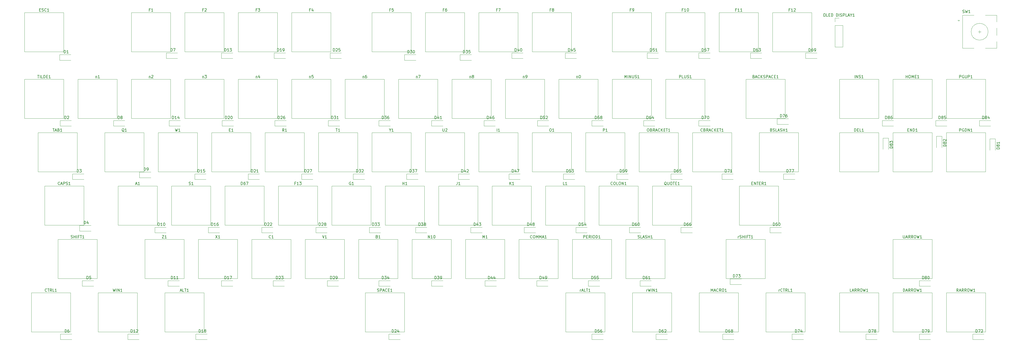
<source format=gbr>
%TF.GenerationSoftware,KiCad,Pcbnew,9.0.6*%
%TF.CreationDate,2025-12-30T21:58:58-08:00*%
%TF.ProjectId,keyboard,6b657962-6f61-4726-942e-6b696361645f,rev?*%
%TF.SameCoordinates,Original*%
%TF.FileFunction,Legend,Top*%
%TF.FilePolarity,Positive*%
%FSLAX46Y46*%
G04 Gerber Fmt 4.6, Leading zero omitted, Abs format (unit mm)*
G04 Created by KiCad (PCBNEW 9.0.6) date 2025-12-30 21:58:58*
%MOMM*%
%LPD*%
G01*
G04 APERTURE LIST*
%ADD10C,0.150000*%
%ADD11C,0.120000*%
G04 APERTURE END LIST*
D10*
X315491964Y-128629819D02*
X315491964Y-127629819D01*
X315491964Y-127629819D02*
X315730059Y-127629819D01*
X315730059Y-127629819D02*
X315872916Y-127677438D01*
X315872916Y-127677438D02*
X315968154Y-127772676D01*
X315968154Y-127772676D02*
X316015773Y-127867914D01*
X316015773Y-127867914D02*
X316063392Y-128058390D01*
X316063392Y-128058390D02*
X316063392Y-128201247D01*
X316063392Y-128201247D02*
X316015773Y-128391723D01*
X316015773Y-128391723D02*
X315968154Y-128486961D01*
X315968154Y-128486961D02*
X315872916Y-128582200D01*
X315872916Y-128582200D02*
X315730059Y-128629819D01*
X315730059Y-128629819D02*
X315491964Y-128629819D01*
X316396726Y-127629819D02*
X317063392Y-127629819D01*
X317063392Y-127629819D02*
X316634821Y-128629819D01*
X317587202Y-128058390D02*
X317491964Y-128010771D01*
X317491964Y-128010771D02*
X317444345Y-127963152D01*
X317444345Y-127963152D02*
X317396726Y-127867914D01*
X317396726Y-127867914D02*
X317396726Y-127820295D01*
X317396726Y-127820295D02*
X317444345Y-127725057D01*
X317444345Y-127725057D02*
X317491964Y-127677438D01*
X317491964Y-127677438D02*
X317587202Y-127629819D01*
X317587202Y-127629819D02*
X317777678Y-127629819D01*
X317777678Y-127629819D02*
X317872916Y-127677438D01*
X317872916Y-127677438D02*
X317920535Y-127725057D01*
X317920535Y-127725057D02*
X317968154Y-127820295D01*
X317968154Y-127820295D02*
X317968154Y-127867914D01*
X317968154Y-127867914D02*
X317920535Y-127963152D01*
X317920535Y-127963152D02*
X317872916Y-128010771D01*
X317872916Y-128010771D02*
X317777678Y-128058390D01*
X317777678Y-128058390D02*
X317587202Y-128058390D01*
X317587202Y-128058390D02*
X317491964Y-128106009D01*
X317491964Y-128106009D02*
X317444345Y-128153628D01*
X317444345Y-128153628D02*
X317396726Y-128248866D01*
X317396726Y-128248866D02*
X317396726Y-128439342D01*
X317396726Y-128439342D02*
X317444345Y-128534580D01*
X317444345Y-128534580D02*
X317491964Y-128582200D01*
X317491964Y-128582200D02*
X317587202Y-128629819D01*
X317587202Y-128629819D02*
X317777678Y-128629819D01*
X317777678Y-128629819D02*
X317872916Y-128582200D01*
X317872916Y-128582200D02*
X317920535Y-128534580D01*
X317920535Y-128534580D02*
X317968154Y-128439342D01*
X317968154Y-128439342D02*
X317968154Y-128248866D01*
X317968154Y-128248866D02*
X317920535Y-128153628D01*
X317920535Y-128153628D02*
X317872916Y-128106009D01*
X317872916Y-128106009D02*
X317777678Y-128058390D01*
X77890774Y-37157902D02*
X77890774Y-37824569D01*
X77890774Y-37253140D02*
X77938393Y-37205521D01*
X77938393Y-37205521D02*
X78033631Y-37157902D01*
X78033631Y-37157902D02*
X78176488Y-37157902D01*
X78176488Y-37157902D02*
X78271726Y-37205521D01*
X78271726Y-37205521D02*
X78319345Y-37300759D01*
X78319345Y-37300759D02*
X78319345Y-37824569D01*
X78700298Y-36824569D02*
X79319345Y-36824569D01*
X79319345Y-36824569D02*
X78986012Y-37205521D01*
X78986012Y-37205521D02*
X79128869Y-37205521D01*
X79128869Y-37205521D02*
X79224107Y-37253140D01*
X79224107Y-37253140D02*
X79271726Y-37300759D01*
X79271726Y-37300759D02*
X79319345Y-37395997D01*
X79319345Y-37395997D02*
X79319345Y-37634092D01*
X79319345Y-37634092D02*
X79271726Y-37729330D01*
X79271726Y-37729330D02*
X79224107Y-37776950D01*
X79224107Y-37776950D02*
X79128869Y-37824569D01*
X79128869Y-37824569D02*
X78843155Y-37824569D01*
X78843155Y-37824569D02*
X78747917Y-37776950D01*
X78747917Y-37776950D02*
X78700298Y-37729330D01*
X163544345Y-55874569D02*
X163544345Y-56684092D01*
X163544345Y-56684092D02*
X163591964Y-56779330D01*
X163591964Y-56779330D02*
X163639583Y-56826950D01*
X163639583Y-56826950D02*
X163734821Y-56874569D01*
X163734821Y-56874569D02*
X163925297Y-56874569D01*
X163925297Y-56874569D02*
X164020535Y-56826950D01*
X164020535Y-56826950D02*
X164068154Y-56779330D01*
X164068154Y-56779330D02*
X164115773Y-56684092D01*
X164115773Y-56684092D02*
X164115773Y-55874569D01*
X164544345Y-55969807D02*
X164591964Y-55922188D01*
X164591964Y-55922188D02*
X164687202Y-55874569D01*
X164687202Y-55874569D02*
X164925297Y-55874569D01*
X164925297Y-55874569D02*
X165020535Y-55922188D01*
X165020535Y-55922188D02*
X165068154Y-55969807D01*
X165068154Y-55969807D02*
X165115773Y-56065045D01*
X165115773Y-56065045D02*
X165115773Y-56160283D01*
X165115773Y-56160283D02*
X165068154Y-56303140D01*
X165068154Y-56303140D02*
X164496726Y-56874569D01*
X164496726Y-56874569D02*
X165115773Y-56874569D01*
X119435714Y-90529819D02*
X119435714Y-89529819D01*
X119435714Y-89529819D02*
X119673809Y-89529819D01*
X119673809Y-89529819D02*
X119816666Y-89577438D01*
X119816666Y-89577438D02*
X119911904Y-89672676D01*
X119911904Y-89672676D02*
X119959523Y-89767914D01*
X119959523Y-89767914D02*
X120007142Y-89958390D01*
X120007142Y-89958390D02*
X120007142Y-90101247D01*
X120007142Y-90101247D02*
X119959523Y-90291723D01*
X119959523Y-90291723D02*
X119911904Y-90386961D01*
X119911904Y-90386961D02*
X119816666Y-90482200D01*
X119816666Y-90482200D02*
X119673809Y-90529819D01*
X119673809Y-90529819D02*
X119435714Y-90529819D01*
X120388095Y-89625057D02*
X120435714Y-89577438D01*
X120435714Y-89577438D02*
X120530952Y-89529819D01*
X120530952Y-89529819D02*
X120769047Y-89529819D01*
X120769047Y-89529819D02*
X120864285Y-89577438D01*
X120864285Y-89577438D02*
X120911904Y-89625057D01*
X120911904Y-89625057D02*
X120959523Y-89720295D01*
X120959523Y-89720295D02*
X120959523Y-89815533D01*
X120959523Y-89815533D02*
X120911904Y-89958390D01*
X120911904Y-89958390D02*
X120340476Y-90529819D01*
X120340476Y-90529819D02*
X120959523Y-90529819D01*
X121530952Y-89958390D02*
X121435714Y-89910771D01*
X121435714Y-89910771D02*
X121388095Y-89863152D01*
X121388095Y-89863152D02*
X121340476Y-89767914D01*
X121340476Y-89767914D02*
X121340476Y-89720295D01*
X121340476Y-89720295D02*
X121388095Y-89625057D01*
X121388095Y-89625057D02*
X121435714Y-89577438D01*
X121435714Y-89577438D02*
X121530952Y-89529819D01*
X121530952Y-89529819D02*
X121721428Y-89529819D01*
X121721428Y-89529819D02*
X121816666Y-89577438D01*
X121816666Y-89577438D02*
X121864285Y-89625057D01*
X121864285Y-89625057D02*
X121911904Y-89720295D01*
X121911904Y-89720295D02*
X121911904Y-89767914D01*
X121911904Y-89767914D02*
X121864285Y-89863152D01*
X121864285Y-89863152D02*
X121816666Y-89910771D01*
X121816666Y-89910771D02*
X121721428Y-89958390D01*
X121721428Y-89958390D02*
X121530952Y-89958390D01*
X121530952Y-89958390D02*
X121435714Y-90006009D01*
X121435714Y-90006009D02*
X121388095Y-90053628D01*
X121388095Y-90053628D02*
X121340476Y-90148866D01*
X121340476Y-90148866D02*
X121340476Y-90339342D01*
X121340476Y-90339342D02*
X121388095Y-90434580D01*
X121388095Y-90434580D02*
X121435714Y-90482200D01*
X121435714Y-90482200D02*
X121530952Y-90529819D01*
X121530952Y-90529819D02*
X121721428Y-90529819D01*
X121721428Y-90529819D02*
X121816666Y-90482200D01*
X121816666Y-90482200D02*
X121864285Y-90434580D01*
X121864285Y-90434580D02*
X121911904Y-90339342D01*
X121911904Y-90339342D02*
X121911904Y-90148866D01*
X121911904Y-90148866D02*
X121864285Y-90053628D01*
X121864285Y-90053628D02*
X121816666Y-90006009D01*
X121816666Y-90006009D02*
X121721428Y-89958390D01*
X207002083Y-75924569D02*
X206525893Y-75924569D01*
X206525893Y-75924569D02*
X206525893Y-74924569D01*
X207859226Y-75924569D02*
X207287798Y-75924569D01*
X207573512Y-75924569D02*
X207573512Y-74924569D01*
X207573512Y-74924569D02*
X207478274Y-75067426D01*
X207478274Y-75067426D02*
X207383036Y-75162664D01*
X207383036Y-75162664D02*
X207287798Y-75210283D01*
X202072916Y-13488259D02*
X201739583Y-13488259D01*
X201739583Y-14012069D02*
X201739583Y-13012069D01*
X201739583Y-13012069D02*
X202215773Y-13012069D01*
X202739583Y-13440640D02*
X202644345Y-13393021D01*
X202644345Y-13393021D02*
X202596726Y-13345402D01*
X202596726Y-13345402D02*
X202549107Y-13250164D01*
X202549107Y-13250164D02*
X202549107Y-13202545D01*
X202549107Y-13202545D02*
X202596726Y-13107307D01*
X202596726Y-13107307D02*
X202644345Y-13059688D01*
X202644345Y-13059688D02*
X202739583Y-13012069D01*
X202739583Y-13012069D02*
X202930059Y-13012069D01*
X202930059Y-13012069D02*
X203025297Y-13059688D01*
X203025297Y-13059688D02*
X203072916Y-13107307D01*
X203072916Y-13107307D02*
X203120535Y-13202545D01*
X203120535Y-13202545D02*
X203120535Y-13250164D01*
X203120535Y-13250164D02*
X203072916Y-13345402D01*
X203072916Y-13345402D02*
X203025297Y-13393021D01*
X203025297Y-13393021D02*
X202930059Y-13440640D01*
X202930059Y-13440640D02*
X202739583Y-13440640D01*
X202739583Y-13440640D02*
X202644345Y-13488259D01*
X202644345Y-13488259D02*
X202596726Y-13535878D01*
X202596726Y-13535878D02*
X202549107Y-13631116D01*
X202549107Y-13631116D02*
X202549107Y-13821592D01*
X202549107Y-13821592D02*
X202596726Y-13916830D01*
X202596726Y-13916830D02*
X202644345Y-13964450D01*
X202644345Y-13964450D02*
X202739583Y-14012069D01*
X202739583Y-14012069D02*
X202930059Y-14012069D01*
X202930059Y-14012069D02*
X203025297Y-13964450D01*
X203025297Y-13964450D02*
X203072916Y-13916830D01*
X203072916Y-13916830D02*
X203120535Y-13821592D01*
X203120535Y-13821592D02*
X203120535Y-13631116D01*
X203120535Y-13631116D02*
X203072916Y-13535878D01*
X203072916Y-13535878D02*
X203025297Y-13488259D01*
X203025297Y-13488259D02*
X202930059Y-13440640D01*
X154995714Y-90529819D02*
X154995714Y-89529819D01*
X154995714Y-89529819D02*
X155233809Y-89529819D01*
X155233809Y-89529819D02*
X155376666Y-89577438D01*
X155376666Y-89577438D02*
X155471904Y-89672676D01*
X155471904Y-89672676D02*
X155519523Y-89767914D01*
X155519523Y-89767914D02*
X155567142Y-89958390D01*
X155567142Y-89958390D02*
X155567142Y-90101247D01*
X155567142Y-90101247D02*
X155519523Y-90291723D01*
X155519523Y-90291723D02*
X155471904Y-90386961D01*
X155471904Y-90386961D02*
X155376666Y-90482200D01*
X155376666Y-90482200D02*
X155233809Y-90529819D01*
X155233809Y-90529819D02*
X154995714Y-90529819D01*
X155900476Y-89529819D02*
X156519523Y-89529819D01*
X156519523Y-89529819D02*
X156186190Y-89910771D01*
X156186190Y-89910771D02*
X156329047Y-89910771D01*
X156329047Y-89910771D02*
X156424285Y-89958390D01*
X156424285Y-89958390D02*
X156471904Y-90006009D01*
X156471904Y-90006009D02*
X156519523Y-90101247D01*
X156519523Y-90101247D02*
X156519523Y-90339342D01*
X156519523Y-90339342D02*
X156471904Y-90434580D01*
X156471904Y-90434580D02*
X156424285Y-90482200D01*
X156424285Y-90482200D02*
X156329047Y-90529819D01*
X156329047Y-90529819D02*
X156043333Y-90529819D01*
X156043333Y-90529819D02*
X155948095Y-90482200D01*
X155948095Y-90482200D02*
X155900476Y-90434580D01*
X157090952Y-89958390D02*
X156995714Y-89910771D01*
X156995714Y-89910771D02*
X156948095Y-89863152D01*
X156948095Y-89863152D02*
X156900476Y-89767914D01*
X156900476Y-89767914D02*
X156900476Y-89720295D01*
X156900476Y-89720295D02*
X156948095Y-89625057D01*
X156948095Y-89625057D02*
X156995714Y-89577438D01*
X156995714Y-89577438D02*
X157090952Y-89529819D01*
X157090952Y-89529819D02*
X157281428Y-89529819D01*
X157281428Y-89529819D02*
X157376666Y-89577438D01*
X157376666Y-89577438D02*
X157424285Y-89625057D01*
X157424285Y-89625057D02*
X157471904Y-89720295D01*
X157471904Y-89720295D02*
X157471904Y-89767914D01*
X157471904Y-89767914D02*
X157424285Y-89863152D01*
X157424285Y-89863152D02*
X157376666Y-89910771D01*
X157376666Y-89910771D02*
X157281428Y-89958390D01*
X157281428Y-89958390D02*
X157090952Y-89958390D01*
X157090952Y-89958390D02*
X156995714Y-90006009D01*
X156995714Y-90006009D02*
X156948095Y-90053628D01*
X156948095Y-90053628D02*
X156900476Y-90148866D01*
X156900476Y-90148866D02*
X156900476Y-90339342D01*
X156900476Y-90339342D02*
X156948095Y-90434580D01*
X156948095Y-90434580D02*
X156995714Y-90482200D01*
X156995714Y-90482200D02*
X157090952Y-90529819D01*
X157090952Y-90529819D02*
X157281428Y-90529819D01*
X157281428Y-90529819D02*
X157376666Y-90482200D01*
X157376666Y-90482200D02*
X157424285Y-90434580D01*
X157424285Y-90434580D02*
X157471904Y-90339342D01*
X157471904Y-90339342D02*
X157471904Y-90148866D01*
X157471904Y-90148866D02*
X157424285Y-90053628D01*
X157424285Y-90053628D02*
X157376666Y-90006009D01*
X157376666Y-90006009D02*
X157281428Y-89958390D01*
X264470714Y-128629819D02*
X264470714Y-127629819D01*
X264470714Y-127629819D02*
X264708809Y-127629819D01*
X264708809Y-127629819D02*
X264851666Y-127677438D01*
X264851666Y-127677438D02*
X264946904Y-127772676D01*
X264946904Y-127772676D02*
X264994523Y-127867914D01*
X264994523Y-127867914D02*
X265042142Y-128058390D01*
X265042142Y-128058390D02*
X265042142Y-128201247D01*
X265042142Y-128201247D02*
X264994523Y-128391723D01*
X264994523Y-128391723D02*
X264946904Y-128486961D01*
X264946904Y-128486961D02*
X264851666Y-128582200D01*
X264851666Y-128582200D02*
X264708809Y-128629819D01*
X264708809Y-128629819D02*
X264470714Y-128629819D01*
X265899285Y-127629819D02*
X265708809Y-127629819D01*
X265708809Y-127629819D02*
X265613571Y-127677438D01*
X265613571Y-127677438D02*
X265565952Y-127725057D01*
X265565952Y-127725057D02*
X265470714Y-127867914D01*
X265470714Y-127867914D02*
X265423095Y-128058390D01*
X265423095Y-128058390D02*
X265423095Y-128439342D01*
X265423095Y-128439342D02*
X265470714Y-128534580D01*
X265470714Y-128534580D02*
X265518333Y-128582200D01*
X265518333Y-128582200D02*
X265613571Y-128629819D01*
X265613571Y-128629819D02*
X265804047Y-128629819D01*
X265804047Y-128629819D02*
X265899285Y-128582200D01*
X265899285Y-128582200D02*
X265946904Y-128534580D01*
X265946904Y-128534580D02*
X265994523Y-128439342D01*
X265994523Y-128439342D02*
X265994523Y-128201247D01*
X265994523Y-128201247D02*
X265946904Y-128106009D01*
X265946904Y-128106009D02*
X265899285Y-128058390D01*
X265899285Y-128058390D02*
X265804047Y-128010771D01*
X265804047Y-128010771D02*
X265613571Y-128010771D01*
X265613571Y-128010771D02*
X265518333Y-128058390D01*
X265518333Y-128058390D02*
X265470714Y-128106009D01*
X265470714Y-128106009D02*
X265423095Y-128201247D01*
X266565952Y-128058390D02*
X266470714Y-128010771D01*
X266470714Y-128010771D02*
X266423095Y-127963152D01*
X266423095Y-127963152D02*
X266375476Y-127867914D01*
X266375476Y-127867914D02*
X266375476Y-127820295D01*
X266375476Y-127820295D02*
X266423095Y-127725057D01*
X266423095Y-127725057D02*
X266470714Y-127677438D01*
X266470714Y-127677438D02*
X266565952Y-127629819D01*
X266565952Y-127629819D02*
X266756428Y-127629819D01*
X266756428Y-127629819D02*
X266851666Y-127677438D01*
X266851666Y-127677438D02*
X266899285Y-127725057D01*
X266899285Y-127725057D02*
X266946904Y-127820295D01*
X266946904Y-127820295D02*
X266946904Y-127867914D01*
X266946904Y-127867914D02*
X266899285Y-127963152D01*
X266899285Y-127963152D02*
X266851666Y-128010771D01*
X266851666Y-128010771D02*
X266756428Y-128058390D01*
X266756428Y-128058390D02*
X266565952Y-128058390D01*
X266565952Y-128058390D02*
X266470714Y-128106009D01*
X266470714Y-128106009D02*
X266423095Y-128153628D01*
X266423095Y-128153628D02*
X266375476Y-128248866D01*
X266375476Y-128248866D02*
X266375476Y-128439342D01*
X266375476Y-128439342D02*
X266423095Y-128534580D01*
X266423095Y-128534580D02*
X266470714Y-128582200D01*
X266470714Y-128582200D02*
X266565952Y-128629819D01*
X266565952Y-128629819D02*
X266756428Y-128629819D01*
X266756428Y-128629819D02*
X266851666Y-128582200D01*
X266851666Y-128582200D02*
X266899285Y-128534580D01*
X266899285Y-128534580D02*
X266946904Y-128439342D01*
X266946904Y-128439342D02*
X266946904Y-128248866D01*
X266946904Y-128248866D02*
X266899285Y-128153628D01*
X266899285Y-128153628D02*
X266851666Y-128106009D01*
X266851666Y-128106009D02*
X266756428Y-128058390D01*
X211240774Y-37157902D02*
X211240774Y-37824569D01*
X211240774Y-37253140D02*
X211288393Y-37205521D01*
X211288393Y-37205521D02*
X211383631Y-37157902D01*
X211383631Y-37157902D02*
X211526488Y-37157902D01*
X211526488Y-37157902D02*
X211621726Y-37205521D01*
X211621726Y-37205521D02*
X211669345Y-37300759D01*
X211669345Y-37300759D02*
X211669345Y-37824569D01*
X212336012Y-36824569D02*
X212431250Y-36824569D01*
X212431250Y-36824569D02*
X212526488Y-36872188D01*
X212526488Y-36872188D02*
X212574107Y-36919807D01*
X212574107Y-36919807D02*
X212621726Y-37015045D01*
X212621726Y-37015045D02*
X212669345Y-37205521D01*
X212669345Y-37205521D02*
X212669345Y-37443616D01*
X212669345Y-37443616D02*
X212621726Y-37634092D01*
X212621726Y-37634092D02*
X212574107Y-37729330D01*
X212574107Y-37729330D02*
X212526488Y-37776950D01*
X212526488Y-37776950D02*
X212431250Y-37824569D01*
X212431250Y-37824569D02*
X212336012Y-37824569D01*
X212336012Y-37824569D02*
X212240774Y-37776950D01*
X212240774Y-37776950D02*
X212193155Y-37729330D01*
X212193155Y-37729330D02*
X212145536Y-37634092D01*
X212145536Y-37634092D02*
X212097917Y-37443616D01*
X212097917Y-37443616D02*
X212097917Y-37205521D01*
X212097917Y-37205521D02*
X212145536Y-37015045D01*
X212145536Y-37015045D02*
X212193155Y-36919807D01*
X212193155Y-36919807D02*
X212240774Y-36872188D01*
X212240774Y-36872188D02*
X212336012Y-36824569D01*
X208335714Y-28299819D02*
X208335714Y-27299819D01*
X208335714Y-27299819D02*
X208573809Y-27299819D01*
X208573809Y-27299819D02*
X208716666Y-27347438D01*
X208716666Y-27347438D02*
X208811904Y-27442676D01*
X208811904Y-27442676D02*
X208859523Y-27537914D01*
X208859523Y-27537914D02*
X208907142Y-27728390D01*
X208907142Y-27728390D02*
X208907142Y-27871247D01*
X208907142Y-27871247D02*
X208859523Y-28061723D01*
X208859523Y-28061723D02*
X208811904Y-28156961D01*
X208811904Y-28156961D02*
X208716666Y-28252200D01*
X208716666Y-28252200D02*
X208573809Y-28299819D01*
X208573809Y-28299819D02*
X208335714Y-28299819D01*
X209764285Y-27633152D02*
X209764285Y-28299819D01*
X209526190Y-27252200D02*
X209288095Y-27966485D01*
X209288095Y-27966485D02*
X209907142Y-27966485D01*
X210764285Y-27299819D02*
X210288095Y-27299819D01*
X210288095Y-27299819D02*
X210240476Y-27776009D01*
X210240476Y-27776009D02*
X210288095Y-27728390D01*
X210288095Y-27728390D02*
X210383333Y-27680771D01*
X210383333Y-27680771D02*
X210621428Y-27680771D01*
X210621428Y-27680771D02*
X210716666Y-27728390D01*
X210716666Y-27728390D02*
X210764285Y-27776009D01*
X210764285Y-27776009D02*
X210811904Y-27871247D01*
X210811904Y-27871247D02*
X210811904Y-28109342D01*
X210811904Y-28109342D02*
X210764285Y-28204580D01*
X210764285Y-28204580D02*
X210716666Y-28252200D01*
X210716666Y-28252200D02*
X210621428Y-28299819D01*
X210621428Y-28299819D02*
X210383333Y-28299819D01*
X210383333Y-28299819D02*
X210288095Y-28252200D01*
X210288095Y-28252200D02*
X210240476Y-28204580D01*
X347353273Y-114024569D02*
X347019940Y-113548378D01*
X346781845Y-114024569D02*
X346781845Y-113024569D01*
X346781845Y-113024569D02*
X347162797Y-113024569D01*
X347162797Y-113024569D02*
X347258035Y-113072188D01*
X347258035Y-113072188D02*
X347305654Y-113119807D01*
X347305654Y-113119807D02*
X347353273Y-113215045D01*
X347353273Y-113215045D02*
X347353273Y-113357902D01*
X347353273Y-113357902D02*
X347305654Y-113453140D01*
X347305654Y-113453140D02*
X347258035Y-113500759D01*
X347258035Y-113500759D02*
X347162797Y-113548378D01*
X347162797Y-113548378D02*
X346781845Y-113548378D01*
X347734226Y-113738854D02*
X348210416Y-113738854D01*
X347638988Y-114024569D02*
X347972321Y-113024569D01*
X347972321Y-113024569D02*
X348305654Y-114024569D01*
X349210416Y-114024569D02*
X348877083Y-113548378D01*
X348638988Y-114024569D02*
X348638988Y-113024569D01*
X348638988Y-113024569D02*
X349019940Y-113024569D01*
X349019940Y-113024569D02*
X349115178Y-113072188D01*
X349115178Y-113072188D02*
X349162797Y-113119807D01*
X349162797Y-113119807D02*
X349210416Y-113215045D01*
X349210416Y-113215045D02*
X349210416Y-113357902D01*
X349210416Y-113357902D02*
X349162797Y-113453140D01*
X349162797Y-113453140D02*
X349115178Y-113500759D01*
X349115178Y-113500759D02*
X349019940Y-113548378D01*
X349019940Y-113548378D02*
X348638988Y-113548378D01*
X350210416Y-114024569D02*
X349877083Y-113548378D01*
X349638988Y-114024569D02*
X349638988Y-113024569D01*
X349638988Y-113024569D02*
X350019940Y-113024569D01*
X350019940Y-113024569D02*
X350115178Y-113072188D01*
X350115178Y-113072188D02*
X350162797Y-113119807D01*
X350162797Y-113119807D02*
X350210416Y-113215045D01*
X350210416Y-113215045D02*
X350210416Y-113357902D01*
X350210416Y-113357902D02*
X350162797Y-113453140D01*
X350162797Y-113453140D02*
X350115178Y-113500759D01*
X350115178Y-113500759D02*
X350019940Y-113548378D01*
X350019940Y-113548378D02*
X349638988Y-113548378D01*
X350829464Y-113024569D02*
X351019940Y-113024569D01*
X351019940Y-113024569D02*
X351115178Y-113072188D01*
X351115178Y-113072188D02*
X351210416Y-113167426D01*
X351210416Y-113167426D02*
X351258035Y-113357902D01*
X351258035Y-113357902D02*
X351258035Y-113691235D01*
X351258035Y-113691235D02*
X351210416Y-113881711D01*
X351210416Y-113881711D02*
X351115178Y-113976950D01*
X351115178Y-113976950D02*
X351019940Y-114024569D01*
X351019940Y-114024569D02*
X350829464Y-114024569D01*
X350829464Y-114024569D02*
X350734226Y-113976950D01*
X350734226Y-113976950D02*
X350638988Y-113881711D01*
X350638988Y-113881711D02*
X350591369Y-113691235D01*
X350591369Y-113691235D02*
X350591369Y-113357902D01*
X350591369Y-113357902D02*
X350638988Y-113167426D01*
X350638988Y-113167426D02*
X350734226Y-113072188D01*
X350734226Y-113072188D02*
X350829464Y-113024569D01*
X351591369Y-113024569D02*
X351829464Y-114024569D01*
X351829464Y-114024569D02*
X352019940Y-113310283D01*
X352019940Y-113310283D02*
X352210416Y-114024569D01*
X352210416Y-114024569D02*
X352448512Y-113024569D01*
X353353273Y-114024569D02*
X352781845Y-114024569D01*
X353067559Y-114024569D02*
X353067559Y-113024569D01*
X353067559Y-113024569D02*
X352972321Y-113167426D01*
X352972321Y-113167426D02*
X352877083Y-113262664D01*
X352877083Y-113262664D02*
X352781845Y-113310283D01*
X114355714Y-71479819D02*
X114355714Y-70479819D01*
X114355714Y-70479819D02*
X114593809Y-70479819D01*
X114593809Y-70479819D02*
X114736666Y-70527438D01*
X114736666Y-70527438D02*
X114831904Y-70622676D01*
X114831904Y-70622676D02*
X114879523Y-70717914D01*
X114879523Y-70717914D02*
X114927142Y-70908390D01*
X114927142Y-70908390D02*
X114927142Y-71051247D01*
X114927142Y-71051247D02*
X114879523Y-71241723D01*
X114879523Y-71241723D02*
X114831904Y-71336961D01*
X114831904Y-71336961D02*
X114736666Y-71432200D01*
X114736666Y-71432200D02*
X114593809Y-71479819D01*
X114593809Y-71479819D02*
X114355714Y-71479819D01*
X115308095Y-70575057D02*
X115355714Y-70527438D01*
X115355714Y-70527438D02*
X115450952Y-70479819D01*
X115450952Y-70479819D02*
X115689047Y-70479819D01*
X115689047Y-70479819D02*
X115784285Y-70527438D01*
X115784285Y-70527438D02*
X115831904Y-70575057D01*
X115831904Y-70575057D02*
X115879523Y-70670295D01*
X115879523Y-70670295D02*
X115879523Y-70765533D01*
X115879523Y-70765533D02*
X115831904Y-70908390D01*
X115831904Y-70908390D02*
X115260476Y-71479819D01*
X115260476Y-71479819D02*
X115879523Y-71479819D01*
X116212857Y-70479819D02*
X116879523Y-70479819D01*
X116879523Y-70479819D02*
X116450952Y-71479819D01*
X236672916Y-55874569D02*
X236863392Y-55874569D01*
X236863392Y-55874569D02*
X236958630Y-55922188D01*
X236958630Y-55922188D02*
X237053868Y-56017426D01*
X237053868Y-56017426D02*
X237101487Y-56207902D01*
X237101487Y-56207902D02*
X237101487Y-56541235D01*
X237101487Y-56541235D02*
X237053868Y-56731711D01*
X237053868Y-56731711D02*
X236958630Y-56826950D01*
X236958630Y-56826950D02*
X236863392Y-56874569D01*
X236863392Y-56874569D02*
X236672916Y-56874569D01*
X236672916Y-56874569D02*
X236577678Y-56826950D01*
X236577678Y-56826950D02*
X236482440Y-56731711D01*
X236482440Y-56731711D02*
X236434821Y-56541235D01*
X236434821Y-56541235D02*
X236434821Y-56207902D01*
X236434821Y-56207902D02*
X236482440Y-56017426D01*
X236482440Y-56017426D02*
X236577678Y-55922188D01*
X236577678Y-55922188D02*
X236672916Y-55874569D01*
X237863392Y-56350759D02*
X238006249Y-56398378D01*
X238006249Y-56398378D02*
X238053868Y-56445997D01*
X238053868Y-56445997D02*
X238101487Y-56541235D01*
X238101487Y-56541235D02*
X238101487Y-56684092D01*
X238101487Y-56684092D02*
X238053868Y-56779330D01*
X238053868Y-56779330D02*
X238006249Y-56826950D01*
X238006249Y-56826950D02*
X237911011Y-56874569D01*
X237911011Y-56874569D02*
X237530059Y-56874569D01*
X237530059Y-56874569D02*
X237530059Y-55874569D01*
X237530059Y-55874569D02*
X237863392Y-55874569D01*
X237863392Y-55874569D02*
X237958630Y-55922188D01*
X237958630Y-55922188D02*
X238006249Y-55969807D01*
X238006249Y-55969807D02*
X238053868Y-56065045D01*
X238053868Y-56065045D02*
X238053868Y-56160283D01*
X238053868Y-56160283D02*
X238006249Y-56255521D01*
X238006249Y-56255521D02*
X237958630Y-56303140D01*
X237958630Y-56303140D02*
X237863392Y-56350759D01*
X237863392Y-56350759D02*
X237530059Y-56350759D01*
X239101487Y-56874569D02*
X238768154Y-56398378D01*
X238530059Y-56874569D02*
X238530059Y-55874569D01*
X238530059Y-55874569D02*
X238911011Y-55874569D01*
X238911011Y-55874569D02*
X239006249Y-55922188D01*
X239006249Y-55922188D02*
X239053868Y-55969807D01*
X239053868Y-55969807D02*
X239101487Y-56065045D01*
X239101487Y-56065045D02*
X239101487Y-56207902D01*
X239101487Y-56207902D02*
X239053868Y-56303140D01*
X239053868Y-56303140D02*
X239006249Y-56350759D01*
X239006249Y-56350759D02*
X238911011Y-56398378D01*
X238911011Y-56398378D02*
X238530059Y-56398378D01*
X239482440Y-56588854D02*
X239958630Y-56588854D01*
X239387202Y-56874569D02*
X239720535Y-55874569D01*
X239720535Y-55874569D02*
X240053868Y-56874569D01*
X240958630Y-56779330D02*
X240911011Y-56826950D01*
X240911011Y-56826950D02*
X240768154Y-56874569D01*
X240768154Y-56874569D02*
X240672916Y-56874569D01*
X240672916Y-56874569D02*
X240530059Y-56826950D01*
X240530059Y-56826950D02*
X240434821Y-56731711D01*
X240434821Y-56731711D02*
X240387202Y-56636473D01*
X240387202Y-56636473D02*
X240339583Y-56445997D01*
X240339583Y-56445997D02*
X240339583Y-56303140D01*
X240339583Y-56303140D02*
X240387202Y-56112664D01*
X240387202Y-56112664D02*
X240434821Y-56017426D01*
X240434821Y-56017426D02*
X240530059Y-55922188D01*
X240530059Y-55922188D02*
X240672916Y-55874569D01*
X240672916Y-55874569D02*
X240768154Y-55874569D01*
X240768154Y-55874569D02*
X240911011Y-55922188D01*
X240911011Y-55922188D02*
X240958630Y-55969807D01*
X241387202Y-56874569D02*
X241387202Y-55874569D01*
X241958630Y-56874569D02*
X241530059Y-56303140D01*
X241958630Y-55874569D02*
X241387202Y-56445997D01*
X242387202Y-56350759D02*
X242720535Y-56350759D01*
X242863392Y-56874569D02*
X242387202Y-56874569D01*
X242387202Y-56874569D02*
X242387202Y-55874569D01*
X242387202Y-55874569D02*
X242863392Y-55874569D01*
X243149107Y-55874569D02*
X243720535Y-55874569D01*
X243434821Y-56874569D02*
X243434821Y-55874569D01*
X244577678Y-56874569D02*
X244006250Y-56874569D01*
X244291964Y-56874569D02*
X244291964Y-55874569D01*
X244291964Y-55874569D02*
X244196726Y-56017426D01*
X244196726Y-56017426D02*
X244101488Y-56112664D01*
X244101488Y-56112664D02*
X244006250Y-56160283D01*
X226750714Y-71479819D02*
X226750714Y-70479819D01*
X226750714Y-70479819D02*
X226988809Y-70479819D01*
X226988809Y-70479819D02*
X227131666Y-70527438D01*
X227131666Y-70527438D02*
X227226904Y-70622676D01*
X227226904Y-70622676D02*
X227274523Y-70717914D01*
X227274523Y-70717914D02*
X227322142Y-70908390D01*
X227322142Y-70908390D02*
X227322142Y-71051247D01*
X227322142Y-71051247D02*
X227274523Y-71241723D01*
X227274523Y-71241723D02*
X227226904Y-71336961D01*
X227226904Y-71336961D02*
X227131666Y-71432200D01*
X227131666Y-71432200D02*
X226988809Y-71479819D01*
X226988809Y-71479819D02*
X226750714Y-71479819D01*
X228226904Y-70479819D02*
X227750714Y-70479819D01*
X227750714Y-70479819D02*
X227703095Y-70956009D01*
X227703095Y-70956009D02*
X227750714Y-70908390D01*
X227750714Y-70908390D02*
X227845952Y-70860771D01*
X227845952Y-70860771D02*
X228084047Y-70860771D01*
X228084047Y-70860771D02*
X228179285Y-70908390D01*
X228179285Y-70908390D02*
X228226904Y-70956009D01*
X228226904Y-70956009D02*
X228274523Y-71051247D01*
X228274523Y-71051247D02*
X228274523Y-71289342D01*
X228274523Y-71289342D02*
X228226904Y-71384580D01*
X228226904Y-71384580D02*
X228179285Y-71432200D01*
X228179285Y-71432200D02*
X228084047Y-71479819D01*
X228084047Y-71479819D02*
X227845952Y-71479819D01*
X227845952Y-71479819D02*
X227750714Y-71432200D01*
X227750714Y-71432200D02*
X227703095Y-71384580D01*
X228750714Y-71479819D02*
X228941190Y-71479819D01*
X228941190Y-71479819D02*
X229036428Y-71432200D01*
X229036428Y-71432200D02*
X229084047Y-71384580D01*
X229084047Y-71384580D02*
X229179285Y-71241723D01*
X229179285Y-71241723D02*
X229226904Y-71051247D01*
X229226904Y-71051247D02*
X229226904Y-70670295D01*
X229226904Y-70670295D02*
X229179285Y-70575057D01*
X229179285Y-70575057D02*
X229131666Y-70527438D01*
X229131666Y-70527438D02*
X229036428Y-70479819D01*
X229036428Y-70479819D02*
X228845952Y-70479819D01*
X228845952Y-70479819D02*
X228750714Y-70527438D01*
X228750714Y-70527438D02*
X228703095Y-70575057D01*
X228703095Y-70575057D02*
X228655476Y-70670295D01*
X228655476Y-70670295D02*
X228655476Y-70908390D01*
X228655476Y-70908390D02*
X228703095Y-71003628D01*
X228703095Y-71003628D02*
X228750714Y-71051247D01*
X228750714Y-71051247D02*
X228845952Y-71098866D01*
X228845952Y-71098866D02*
X229036428Y-71098866D01*
X229036428Y-71098866D02*
X229131666Y-71051247D01*
X229131666Y-71051247D02*
X229179285Y-71003628D01*
X229179285Y-71003628D02*
X229226904Y-70908390D01*
X144922916Y-13488259D02*
X144589583Y-13488259D01*
X144589583Y-14012069D02*
X144589583Y-13012069D01*
X144589583Y-13012069D02*
X145065773Y-13012069D01*
X145922916Y-13012069D02*
X145446726Y-13012069D01*
X145446726Y-13012069D02*
X145399107Y-13488259D01*
X145399107Y-13488259D02*
X145446726Y-13440640D01*
X145446726Y-13440640D02*
X145541964Y-13393021D01*
X145541964Y-13393021D02*
X145780059Y-13393021D01*
X145780059Y-13393021D02*
X145875297Y-13440640D01*
X145875297Y-13440640D02*
X145922916Y-13488259D01*
X145922916Y-13488259D02*
X145970535Y-13583497D01*
X145970535Y-13583497D02*
X145970535Y-13821592D01*
X145970535Y-13821592D02*
X145922916Y-13916830D01*
X145922916Y-13916830D02*
X145875297Y-13964450D01*
X145875297Y-13964450D02*
X145780059Y-14012069D01*
X145780059Y-14012069D02*
X145541964Y-14012069D01*
X145541964Y-14012069D02*
X145446726Y-13964450D01*
X145446726Y-13964450D02*
X145399107Y-13916830D01*
X73056845Y-75876950D02*
X73199702Y-75924569D01*
X73199702Y-75924569D02*
X73437797Y-75924569D01*
X73437797Y-75924569D02*
X73533035Y-75876950D01*
X73533035Y-75876950D02*
X73580654Y-75829330D01*
X73580654Y-75829330D02*
X73628273Y-75734092D01*
X73628273Y-75734092D02*
X73628273Y-75638854D01*
X73628273Y-75638854D02*
X73580654Y-75543616D01*
X73580654Y-75543616D02*
X73533035Y-75495997D01*
X73533035Y-75495997D02*
X73437797Y-75448378D01*
X73437797Y-75448378D02*
X73247321Y-75400759D01*
X73247321Y-75400759D02*
X73152083Y-75353140D01*
X73152083Y-75353140D02*
X73104464Y-75305521D01*
X73104464Y-75305521D02*
X73056845Y-75210283D01*
X73056845Y-75210283D02*
X73056845Y-75115045D01*
X73056845Y-75115045D02*
X73104464Y-75019807D01*
X73104464Y-75019807D02*
X73152083Y-74972188D01*
X73152083Y-74972188D02*
X73247321Y-74924569D01*
X73247321Y-74924569D02*
X73485416Y-74924569D01*
X73485416Y-74924569D02*
X73628273Y-74972188D01*
X74580654Y-75924569D02*
X74009226Y-75924569D01*
X74294940Y-75924569D02*
X74294940Y-74924569D01*
X74294940Y-74924569D02*
X74199702Y-75067426D01*
X74199702Y-75067426D02*
X74104464Y-75162664D01*
X74104464Y-75162664D02*
X74009226Y-75210283D01*
X154090774Y-37157902D02*
X154090774Y-37824569D01*
X154090774Y-37253140D02*
X154138393Y-37205521D01*
X154138393Y-37205521D02*
X154233631Y-37157902D01*
X154233631Y-37157902D02*
X154376488Y-37157902D01*
X154376488Y-37157902D02*
X154471726Y-37205521D01*
X154471726Y-37205521D02*
X154519345Y-37300759D01*
X154519345Y-37300759D02*
X154519345Y-37824569D01*
X154900298Y-36824569D02*
X155566964Y-36824569D01*
X155566964Y-36824569D02*
X155138393Y-37824569D01*
X347781845Y-37824569D02*
X347781845Y-36824569D01*
X347781845Y-36824569D02*
X348162797Y-36824569D01*
X348162797Y-36824569D02*
X348258035Y-36872188D01*
X348258035Y-36872188D02*
X348305654Y-36919807D01*
X348305654Y-36919807D02*
X348353273Y-37015045D01*
X348353273Y-37015045D02*
X348353273Y-37157902D01*
X348353273Y-37157902D02*
X348305654Y-37253140D01*
X348305654Y-37253140D02*
X348258035Y-37300759D01*
X348258035Y-37300759D02*
X348162797Y-37348378D01*
X348162797Y-37348378D02*
X347781845Y-37348378D01*
X349305654Y-36872188D02*
X349210416Y-36824569D01*
X349210416Y-36824569D02*
X349067559Y-36824569D01*
X349067559Y-36824569D02*
X348924702Y-36872188D01*
X348924702Y-36872188D02*
X348829464Y-36967426D01*
X348829464Y-36967426D02*
X348781845Y-37062664D01*
X348781845Y-37062664D02*
X348734226Y-37253140D01*
X348734226Y-37253140D02*
X348734226Y-37395997D01*
X348734226Y-37395997D02*
X348781845Y-37586473D01*
X348781845Y-37586473D02*
X348829464Y-37681711D01*
X348829464Y-37681711D02*
X348924702Y-37776950D01*
X348924702Y-37776950D02*
X349067559Y-37824569D01*
X349067559Y-37824569D02*
X349162797Y-37824569D01*
X349162797Y-37824569D02*
X349305654Y-37776950D01*
X349305654Y-37776950D02*
X349353273Y-37729330D01*
X349353273Y-37729330D02*
X349353273Y-37395997D01*
X349353273Y-37395997D02*
X349162797Y-37395997D01*
X349781845Y-36824569D02*
X349781845Y-37634092D01*
X349781845Y-37634092D02*
X349829464Y-37729330D01*
X349829464Y-37729330D02*
X349877083Y-37776950D01*
X349877083Y-37776950D02*
X349972321Y-37824569D01*
X349972321Y-37824569D02*
X350162797Y-37824569D01*
X350162797Y-37824569D02*
X350258035Y-37776950D01*
X350258035Y-37776950D02*
X350305654Y-37729330D01*
X350305654Y-37729330D02*
X350353273Y-37634092D01*
X350353273Y-37634092D02*
X350353273Y-36824569D01*
X350829464Y-37824569D02*
X350829464Y-36824569D01*
X350829464Y-36824569D02*
X351210416Y-36824569D01*
X351210416Y-36824569D02*
X351305654Y-36872188D01*
X351305654Y-36872188D02*
X351353273Y-36919807D01*
X351353273Y-36919807D02*
X351400892Y-37015045D01*
X351400892Y-37015045D02*
X351400892Y-37157902D01*
X351400892Y-37157902D02*
X351353273Y-37253140D01*
X351353273Y-37253140D02*
X351305654Y-37300759D01*
X351305654Y-37300759D02*
X351210416Y-37348378D01*
X351210416Y-37348378D02*
X350829464Y-37348378D01*
X352353273Y-37824569D02*
X351781845Y-37824569D01*
X352067559Y-37824569D02*
X352067559Y-36824569D01*
X352067559Y-36824569D02*
X351972321Y-36967426D01*
X351972321Y-36967426D02*
X351877083Y-37062664D01*
X351877083Y-37062664D02*
X351781845Y-37110283D01*
X237545714Y-28299819D02*
X237545714Y-27299819D01*
X237545714Y-27299819D02*
X237783809Y-27299819D01*
X237783809Y-27299819D02*
X237926666Y-27347438D01*
X237926666Y-27347438D02*
X238021904Y-27442676D01*
X238021904Y-27442676D02*
X238069523Y-27537914D01*
X238069523Y-27537914D02*
X238117142Y-27728390D01*
X238117142Y-27728390D02*
X238117142Y-27871247D01*
X238117142Y-27871247D02*
X238069523Y-28061723D01*
X238069523Y-28061723D02*
X238021904Y-28156961D01*
X238021904Y-28156961D02*
X237926666Y-28252200D01*
X237926666Y-28252200D02*
X237783809Y-28299819D01*
X237783809Y-28299819D02*
X237545714Y-28299819D01*
X239021904Y-27299819D02*
X238545714Y-27299819D01*
X238545714Y-27299819D02*
X238498095Y-27776009D01*
X238498095Y-27776009D02*
X238545714Y-27728390D01*
X238545714Y-27728390D02*
X238640952Y-27680771D01*
X238640952Y-27680771D02*
X238879047Y-27680771D01*
X238879047Y-27680771D02*
X238974285Y-27728390D01*
X238974285Y-27728390D02*
X239021904Y-27776009D01*
X239021904Y-27776009D02*
X239069523Y-27871247D01*
X239069523Y-27871247D02*
X239069523Y-28109342D01*
X239069523Y-28109342D02*
X239021904Y-28204580D01*
X239021904Y-28204580D02*
X238974285Y-28252200D01*
X238974285Y-28252200D02*
X238879047Y-28299819D01*
X238879047Y-28299819D02*
X238640952Y-28299819D01*
X238640952Y-28299819D02*
X238545714Y-28252200D01*
X238545714Y-28252200D02*
X238498095Y-28204580D01*
X240021904Y-28299819D02*
X239450476Y-28299819D01*
X239736190Y-28299819D02*
X239736190Y-27299819D01*
X239736190Y-27299819D02*
X239640952Y-27442676D01*
X239640952Y-27442676D02*
X239545714Y-27537914D01*
X239545714Y-27537914D02*
X239450476Y-27585533D01*
X268867262Y-94974569D02*
X268867262Y-94307902D01*
X268867262Y-94498378D02*
X268914881Y-94403140D01*
X268914881Y-94403140D02*
X268962500Y-94355521D01*
X268962500Y-94355521D02*
X269057738Y-94307902D01*
X269057738Y-94307902D02*
X269152976Y-94307902D01*
X269438691Y-94926950D02*
X269581548Y-94974569D01*
X269581548Y-94974569D02*
X269819643Y-94974569D01*
X269819643Y-94974569D02*
X269914881Y-94926950D01*
X269914881Y-94926950D02*
X269962500Y-94879330D01*
X269962500Y-94879330D02*
X270010119Y-94784092D01*
X270010119Y-94784092D02*
X270010119Y-94688854D01*
X270010119Y-94688854D02*
X269962500Y-94593616D01*
X269962500Y-94593616D02*
X269914881Y-94545997D01*
X269914881Y-94545997D02*
X269819643Y-94498378D01*
X269819643Y-94498378D02*
X269629167Y-94450759D01*
X269629167Y-94450759D02*
X269533929Y-94403140D01*
X269533929Y-94403140D02*
X269486310Y-94355521D01*
X269486310Y-94355521D02*
X269438691Y-94260283D01*
X269438691Y-94260283D02*
X269438691Y-94165045D01*
X269438691Y-94165045D02*
X269486310Y-94069807D01*
X269486310Y-94069807D02*
X269533929Y-94022188D01*
X269533929Y-94022188D02*
X269629167Y-93974569D01*
X269629167Y-93974569D02*
X269867262Y-93974569D01*
X269867262Y-93974569D02*
X270010119Y-94022188D01*
X270438691Y-94974569D02*
X270438691Y-93974569D01*
X270438691Y-94450759D02*
X271010119Y-94450759D01*
X271010119Y-94974569D02*
X271010119Y-93974569D01*
X271486310Y-94974569D02*
X271486310Y-93974569D01*
X272295833Y-94450759D02*
X271962500Y-94450759D01*
X271962500Y-94974569D02*
X271962500Y-93974569D01*
X271962500Y-93974569D02*
X272438690Y-93974569D01*
X272676786Y-93974569D02*
X273248214Y-93974569D01*
X272962500Y-94974569D02*
X272962500Y-93974569D01*
X274105357Y-94974569D02*
X273533929Y-94974569D01*
X273819643Y-94974569D02*
X273819643Y-93974569D01*
X273819643Y-93974569D02*
X273724405Y-94117426D01*
X273724405Y-94117426D02*
X273629167Y-94212664D01*
X273629167Y-94212664D02*
X273533929Y-94260283D01*
X57046905Y-70844819D02*
X57046905Y-69844819D01*
X57046905Y-69844819D02*
X57285000Y-69844819D01*
X57285000Y-69844819D02*
X57427857Y-69892438D01*
X57427857Y-69892438D02*
X57523095Y-69987676D01*
X57523095Y-69987676D02*
X57570714Y-70082914D01*
X57570714Y-70082914D02*
X57618333Y-70273390D01*
X57618333Y-70273390D02*
X57618333Y-70416247D01*
X57618333Y-70416247D02*
X57570714Y-70606723D01*
X57570714Y-70606723D02*
X57523095Y-70701961D01*
X57523095Y-70701961D02*
X57427857Y-70797200D01*
X57427857Y-70797200D02*
X57285000Y-70844819D01*
X57285000Y-70844819D02*
X57046905Y-70844819D01*
X58094524Y-70844819D02*
X58285000Y-70844819D01*
X58285000Y-70844819D02*
X58380238Y-70797200D01*
X58380238Y-70797200D02*
X58427857Y-70749580D01*
X58427857Y-70749580D02*
X58523095Y-70606723D01*
X58523095Y-70606723D02*
X58570714Y-70416247D01*
X58570714Y-70416247D02*
X58570714Y-70035295D01*
X58570714Y-70035295D02*
X58523095Y-69940057D01*
X58523095Y-69940057D02*
X58475476Y-69892438D01*
X58475476Y-69892438D02*
X58380238Y-69844819D01*
X58380238Y-69844819D02*
X58189762Y-69844819D01*
X58189762Y-69844819D02*
X58094524Y-69892438D01*
X58094524Y-69892438D02*
X58046905Y-69940057D01*
X58046905Y-69940057D02*
X57999286Y-70035295D01*
X57999286Y-70035295D02*
X57999286Y-70273390D01*
X57999286Y-70273390D02*
X58046905Y-70368628D01*
X58046905Y-70368628D02*
X58094524Y-70416247D01*
X58094524Y-70416247D02*
X58189762Y-70463866D01*
X58189762Y-70463866D02*
X58380238Y-70463866D01*
X58380238Y-70463866D02*
X58475476Y-70416247D01*
X58475476Y-70416247D02*
X58523095Y-70368628D01*
X58523095Y-70368628D02*
X58570714Y-70273390D01*
X87415774Y-56350759D02*
X87749107Y-56350759D01*
X87891964Y-56874569D02*
X87415774Y-56874569D01*
X87415774Y-56874569D02*
X87415774Y-55874569D01*
X87415774Y-55874569D02*
X87891964Y-55874569D01*
X88844345Y-56874569D02*
X88272917Y-56874569D01*
X88558631Y-56874569D02*
X88558631Y-55874569D01*
X88558631Y-55874569D02*
X88463393Y-56017426D01*
X88463393Y-56017426D02*
X88368155Y-56112664D01*
X88368155Y-56112664D02*
X88272917Y-56160283D01*
X220718155Y-56874569D02*
X220718155Y-55874569D01*
X220718155Y-55874569D02*
X221099107Y-55874569D01*
X221099107Y-55874569D02*
X221194345Y-55922188D01*
X221194345Y-55922188D02*
X221241964Y-55969807D01*
X221241964Y-55969807D02*
X221289583Y-56065045D01*
X221289583Y-56065045D02*
X221289583Y-56207902D01*
X221289583Y-56207902D02*
X221241964Y-56303140D01*
X221241964Y-56303140D02*
X221194345Y-56350759D01*
X221194345Y-56350759D02*
X221099107Y-56398378D01*
X221099107Y-56398378D02*
X220718155Y-56398378D01*
X222241964Y-56874569D02*
X221670536Y-56874569D01*
X221956250Y-56874569D02*
X221956250Y-55874569D01*
X221956250Y-55874569D02*
X221861012Y-56017426D01*
X221861012Y-56017426D02*
X221765774Y-56112664D01*
X221765774Y-56112664D02*
X221670536Y-56160283D01*
X160710714Y-52429819D02*
X160710714Y-51429819D01*
X160710714Y-51429819D02*
X160948809Y-51429819D01*
X160948809Y-51429819D02*
X161091666Y-51477438D01*
X161091666Y-51477438D02*
X161186904Y-51572676D01*
X161186904Y-51572676D02*
X161234523Y-51667914D01*
X161234523Y-51667914D02*
X161282142Y-51858390D01*
X161282142Y-51858390D02*
X161282142Y-52001247D01*
X161282142Y-52001247D02*
X161234523Y-52191723D01*
X161234523Y-52191723D02*
X161186904Y-52286961D01*
X161186904Y-52286961D02*
X161091666Y-52382200D01*
X161091666Y-52382200D02*
X160948809Y-52429819D01*
X160948809Y-52429819D02*
X160710714Y-52429819D01*
X162139285Y-51763152D02*
X162139285Y-52429819D01*
X161901190Y-51382200D02*
X161663095Y-52096485D01*
X161663095Y-52096485D02*
X162282142Y-52096485D01*
X163186904Y-52429819D02*
X162615476Y-52429819D01*
X162901190Y-52429819D02*
X162901190Y-51429819D01*
X162901190Y-51429819D02*
X162805952Y-51572676D01*
X162805952Y-51572676D02*
X162710714Y-51667914D01*
X162710714Y-51667914D02*
X162615476Y-51715533D01*
X91654464Y-75924569D02*
X91654464Y-74924569D01*
X91654464Y-74924569D02*
X91892559Y-74924569D01*
X91892559Y-74924569D02*
X92035416Y-74972188D01*
X92035416Y-74972188D02*
X92130654Y-75067426D01*
X92130654Y-75067426D02*
X92178273Y-75162664D01*
X92178273Y-75162664D02*
X92225892Y-75353140D01*
X92225892Y-75353140D02*
X92225892Y-75495997D01*
X92225892Y-75495997D02*
X92178273Y-75686473D01*
X92178273Y-75686473D02*
X92130654Y-75781711D01*
X92130654Y-75781711D02*
X92035416Y-75876950D01*
X92035416Y-75876950D02*
X91892559Y-75924569D01*
X91892559Y-75924569D02*
X91654464Y-75924569D01*
X93083035Y-74924569D02*
X92892559Y-74924569D01*
X92892559Y-74924569D02*
X92797321Y-74972188D01*
X92797321Y-74972188D02*
X92749702Y-75019807D01*
X92749702Y-75019807D02*
X92654464Y-75162664D01*
X92654464Y-75162664D02*
X92606845Y-75353140D01*
X92606845Y-75353140D02*
X92606845Y-75734092D01*
X92606845Y-75734092D02*
X92654464Y-75829330D01*
X92654464Y-75829330D02*
X92702083Y-75876950D01*
X92702083Y-75876950D02*
X92797321Y-75924569D01*
X92797321Y-75924569D02*
X92987797Y-75924569D01*
X92987797Y-75924569D02*
X93083035Y-75876950D01*
X93083035Y-75876950D02*
X93130654Y-75829330D01*
X93130654Y-75829330D02*
X93178273Y-75734092D01*
X93178273Y-75734092D02*
X93178273Y-75495997D01*
X93178273Y-75495997D02*
X93130654Y-75400759D01*
X93130654Y-75400759D02*
X93083035Y-75353140D01*
X93083035Y-75353140D02*
X92987797Y-75305521D01*
X92987797Y-75305521D02*
X92797321Y-75305521D01*
X92797321Y-75305521D02*
X92702083Y-75353140D01*
X92702083Y-75353140D02*
X92654464Y-75400759D01*
X92654464Y-75400759D02*
X92606845Y-75495997D01*
X93511607Y-74924569D02*
X94178273Y-74924569D01*
X94178273Y-74924569D02*
X93749702Y-75924569D01*
X249221726Y-13488259D02*
X248888393Y-13488259D01*
X248888393Y-14012069D02*
X248888393Y-13012069D01*
X248888393Y-13012069D02*
X249364583Y-13012069D01*
X250269345Y-14012069D02*
X249697917Y-14012069D01*
X249983631Y-14012069D02*
X249983631Y-13012069D01*
X249983631Y-13012069D02*
X249888393Y-13154926D01*
X249888393Y-13154926D02*
X249793155Y-13250164D01*
X249793155Y-13250164D02*
X249697917Y-13297783D01*
X250888393Y-13012069D02*
X250983631Y-13012069D01*
X250983631Y-13012069D02*
X251078869Y-13059688D01*
X251078869Y-13059688D02*
X251126488Y-13107307D01*
X251126488Y-13107307D02*
X251174107Y-13202545D01*
X251174107Y-13202545D02*
X251221726Y-13393021D01*
X251221726Y-13393021D02*
X251221726Y-13631116D01*
X251221726Y-13631116D02*
X251174107Y-13821592D01*
X251174107Y-13821592D02*
X251126488Y-13916830D01*
X251126488Y-13916830D02*
X251078869Y-13964450D01*
X251078869Y-13964450D02*
X250983631Y-14012069D01*
X250983631Y-14012069D02*
X250888393Y-14012069D01*
X250888393Y-14012069D02*
X250793155Y-13964450D01*
X250793155Y-13964450D02*
X250745536Y-13916830D01*
X250745536Y-13916830D02*
X250697917Y-13821592D01*
X250697917Y-13821592D02*
X250650298Y-13631116D01*
X250650298Y-13631116D02*
X250650298Y-13393021D01*
X250650298Y-13393021D02*
X250697917Y-13202545D01*
X250697917Y-13202545D02*
X250745536Y-13107307D01*
X250745536Y-13107307D02*
X250793155Y-13059688D01*
X250793155Y-13059688D02*
X250888393Y-13012069D01*
X334541964Y-128629819D02*
X334541964Y-127629819D01*
X334541964Y-127629819D02*
X334780059Y-127629819D01*
X334780059Y-127629819D02*
X334922916Y-127677438D01*
X334922916Y-127677438D02*
X335018154Y-127772676D01*
X335018154Y-127772676D02*
X335065773Y-127867914D01*
X335065773Y-127867914D02*
X335113392Y-128058390D01*
X335113392Y-128058390D02*
X335113392Y-128201247D01*
X335113392Y-128201247D02*
X335065773Y-128391723D01*
X335065773Y-128391723D02*
X335018154Y-128486961D01*
X335018154Y-128486961D02*
X334922916Y-128582200D01*
X334922916Y-128582200D02*
X334780059Y-128629819D01*
X334780059Y-128629819D02*
X334541964Y-128629819D01*
X335446726Y-127629819D02*
X336113392Y-127629819D01*
X336113392Y-127629819D02*
X335684821Y-128629819D01*
X336541964Y-128629819D02*
X336732440Y-128629819D01*
X336732440Y-128629819D02*
X336827678Y-128582200D01*
X336827678Y-128582200D02*
X336875297Y-128534580D01*
X336875297Y-128534580D02*
X336970535Y-128391723D01*
X336970535Y-128391723D02*
X337018154Y-128201247D01*
X337018154Y-128201247D02*
X337018154Y-127820295D01*
X337018154Y-127820295D02*
X336970535Y-127725057D01*
X336970535Y-127725057D02*
X336922916Y-127677438D01*
X336922916Y-127677438D02*
X336827678Y-127629819D01*
X336827678Y-127629819D02*
X336637202Y-127629819D01*
X336637202Y-127629819D02*
X336541964Y-127677438D01*
X336541964Y-127677438D02*
X336494345Y-127725057D01*
X336494345Y-127725057D02*
X336446726Y-127820295D01*
X336446726Y-127820295D02*
X336446726Y-128058390D01*
X336446726Y-128058390D02*
X336494345Y-128153628D01*
X336494345Y-128153628D02*
X336541964Y-128201247D01*
X336541964Y-128201247D02*
X336637202Y-128248866D01*
X336637202Y-128248866D02*
X336827678Y-128248866D01*
X336827678Y-128248866D02*
X336922916Y-128201247D01*
X336922916Y-128201247D02*
X336970535Y-128153628D01*
X336970535Y-128153628D02*
X337018154Y-128058390D01*
X27003571Y-75829330D02*
X26955952Y-75876950D01*
X26955952Y-75876950D02*
X26813095Y-75924569D01*
X26813095Y-75924569D02*
X26717857Y-75924569D01*
X26717857Y-75924569D02*
X26575000Y-75876950D01*
X26575000Y-75876950D02*
X26479762Y-75781711D01*
X26479762Y-75781711D02*
X26432143Y-75686473D01*
X26432143Y-75686473D02*
X26384524Y-75495997D01*
X26384524Y-75495997D02*
X26384524Y-75353140D01*
X26384524Y-75353140D02*
X26432143Y-75162664D01*
X26432143Y-75162664D02*
X26479762Y-75067426D01*
X26479762Y-75067426D02*
X26575000Y-74972188D01*
X26575000Y-74972188D02*
X26717857Y-74924569D01*
X26717857Y-74924569D02*
X26813095Y-74924569D01*
X26813095Y-74924569D02*
X26955952Y-74972188D01*
X26955952Y-74972188D02*
X27003571Y-75019807D01*
X27384524Y-75638854D02*
X27860714Y-75638854D01*
X27289286Y-75924569D02*
X27622619Y-74924569D01*
X27622619Y-74924569D02*
X27955952Y-75924569D01*
X28289286Y-75924569D02*
X28289286Y-74924569D01*
X28289286Y-74924569D02*
X28670238Y-74924569D01*
X28670238Y-74924569D02*
X28765476Y-74972188D01*
X28765476Y-74972188D02*
X28813095Y-75019807D01*
X28813095Y-75019807D02*
X28860714Y-75115045D01*
X28860714Y-75115045D02*
X28860714Y-75257902D01*
X28860714Y-75257902D02*
X28813095Y-75353140D01*
X28813095Y-75353140D02*
X28765476Y-75400759D01*
X28765476Y-75400759D02*
X28670238Y-75448378D01*
X28670238Y-75448378D02*
X28289286Y-75448378D01*
X29241667Y-75876950D02*
X29384524Y-75924569D01*
X29384524Y-75924569D02*
X29622619Y-75924569D01*
X29622619Y-75924569D02*
X29717857Y-75876950D01*
X29717857Y-75876950D02*
X29765476Y-75829330D01*
X29765476Y-75829330D02*
X29813095Y-75734092D01*
X29813095Y-75734092D02*
X29813095Y-75638854D01*
X29813095Y-75638854D02*
X29765476Y-75543616D01*
X29765476Y-75543616D02*
X29717857Y-75495997D01*
X29717857Y-75495997D02*
X29622619Y-75448378D01*
X29622619Y-75448378D02*
X29432143Y-75400759D01*
X29432143Y-75400759D02*
X29336905Y-75353140D01*
X29336905Y-75353140D02*
X29289286Y-75305521D01*
X29289286Y-75305521D02*
X29241667Y-75210283D01*
X29241667Y-75210283D02*
X29241667Y-75115045D01*
X29241667Y-75115045D02*
X29289286Y-75019807D01*
X29289286Y-75019807D02*
X29336905Y-74972188D01*
X29336905Y-74972188D02*
X29432143Y-74924569D01*
X29432143Y-74924569D02*
X29670238Y-74924569D01*
X29670238Y-74924569D02*
X29813095Y-74972188D01*
X30765476Y-75924569D02*
X30194048Y-75924569D01*
X30479762Y-75924569D02*
X30479762Y-74924569D01*
X30479762Y-74924569D02*
X30384524Y-75067426D01*
X30384524Y-75067426D02*
X30289286Y-75162664D01*
X30289286Y-75162664D02*
X30194048Y-75210283D01*
X280654464Y-56350759D02*
X280797321Y-56398378D01*
X280797321Y-56398378D02*
X280844940Y-56445997D01*
X280844940Y-56445997D02*
X280892559Y-56541235D01*
X280892559Y-56541235D02*
X280892559Y-56684092D01*
X280892559Y-56684092D02*
X280844940Y-56779330D01*
X280844940Y-56779330D02*
X280797321Y-56826950D01*
X280797321Y-56826950D02*
X280702083Y-56874569D01*
X280702083Y-56874569D02*
X280321131Y-56874569D01*
X280321131Y-56874569D02*
X280321131Y-55874569D01*
X280321131Y-55874569D02*
X280654464Y-55874569D01*
X280654464Y-55874569D02*
X280749702Y-55922188D01*
X280749702Y-55922188D02*
X280797321Y-55969807D01*
X280797321Y-55969807D02*
X280844940Y-56065045D01*
X280844940Y-56065045D02*
X280844940Y-56160283D01*
X280844940Y-56160283D02*
X280797321Y-56255521D01*
X280797321Y-56255521D02*
X280749702Y-56303140D01*
X280749702Y-56303140D02*
X280654464Y-56350759D01*
X280654464Y-56350759D02*
X280321131Y-56350759D01*
X281273512Y-56826950D02*
X281416369Y-56874569D01*
X281416369Y-56874569D02*
X281654464Y-56874569D01*
X281654464Y-56874569D02*
X281749702Y-56826950D01*
X281749702Y-56826950D02*
X281797321Y-56779330D01*
X281797321Y-56779330D02*
X281844940Y-56684092D01*
X281844940Y-56684092D02*
X281844940Y-56588854D01*
X281844940Y-56588854D02*
X281797321Y-56493616D01*
X281797321Y-56493616D02*
X281749702Y-56445997D01*
X281749702Y-56445997D02*
X281654464Y-56398378D01*
X281654464Y-56398378D02*
X281463988Y-56350759D01*
X281463988Y-56350759D02*
X281368750Y-56303140D01*
X281368750Y-56303140D02*
X281321131Y-56255521D01*
X281321131Y-56255521D02*
X281273512Y-56160283D01*
X281273512Y-56160283D02*
X281273512Y-56065045D01*
X281273512Y-56065045D02*
X281321131Y-55969807D01*
X281321131Y-55969807D02*
X281368750Y-55922188D01*
X281368750Y-55922188D02*
X281463988Y-55874569D01*
X281463988Y-55874569D02*
X281702083Y-55874569D01*
X281702083Y-55874569D02*
X281844940Y-55922188D01*
X282749702Y-56874569D02*
X282273512Y-56874569D01*
X282273512Y-56874569D02*
X282273512Y-55874569D01*
X283035417Y-56588854D02*
X283511607Y-56588854D01*
X282940179Y-56874569D02*
X283273512Y-55874569D01*
X283273512Y-55874569D02*
X283606845Y-56874569D01*
X283892560Y-56826950D02*
X284035417Y-56874569D01*
X284035417Y-56874569D02*
X284273512Y-56874569D01*
X284273512Y-56874569D02*
X284368750Y-56826950D01*
X284368750Y-56826950D02*
X284416369Y-56779330D01*
X284416369Y-56779330D02*
X284463988Y-56684092D01*
X284463988Y-56684092D02*
X284463988Y-56588854D01*
X284463988Y-56588854D02*
X284416369Y-56493616D01*
X284416369Y-56493616D02*
X284368750Y-56445997D01*
X284368750Y-56445997D02*
X284273512Y-56398378D01*
X284273512Y-56398378D02*
X284083036Y-56350759D01*
X284083036Y-56350759D02*
X283987798Y-56303140D01*
X283987798Y-56303140D02*
X283940179Y-56255521D01*
X283940179Y-56255521D02*
X283892560Y-56160283D01*
X283892560Y-56160283D02*
X283892560Y-56065045D01*
X283892560Y-56065045D02*
X283940179Y-55969807D01*
X283940179Y-55969807D02*
X283987798Y-55922188D01*
X283987798Y-55922188D02*
X284083036Y-55874569D01*
X284083036Y-55874569D02*
X284321131Y-55874569D01*
X284321131Y-55874569D02*
X284463988Y-55922188D01*
X284892560Y-56874569D02*
X284892560Y-55874569D01*
X284892560Y-56350759D02*
X285463988Y-56350759D01*
X285463988Y-56874569D02*
X285463988Y-55874569D01*
X286463988Y-56874569D02*
X285892560Y-56874569D01*
X286178274Y-56874569D02*
X286178274Y-55874569D01*
X286178274Y-55874569D02*
X286083036Y-56017426D01*
X286083036Y-56017426D02*
X285987798Y-56112664D01*
X285987798Y-56112664D02*
X285892560Y-56160283D01*
X340415714Y-52429819D02*
X340415714Y-51429819D01*
X340415714Y-51429819D02*
X340653809Y-51429819D01*
X340653809Y-51429819D02*
X340796666Y-51477438D01*
X340796666Y-51477438D02*
X340891904Y-51572676D01*
X340891904Y-51572676D02*
X340939523Y-51667914D01*
X340939523Y-51667914D02*
X340987142Y-51858390D01*
X340987142Y-51858390D02*
X340987142Y-52001247D01*
X340987142Y-52001247D02*
X340939523Y-52191723D01*
X340939523Y-52191723D02*
X340891904Y-52286961D01*
X340891904Y-52286961D02*
X340796666Y-52382200D01*
X340796666Y-52382200D02*
X340653809Y-52429819D01*
X340653809Y-52429819D02*
X340415714Y-52429819D01*
X341558571Y-51858390D02*
X341463333Y-51810771D01*
X341463333Y-51810771D02*
X341415714Y-51763152D01*
X341415714Y-51763152D02*
X341368095Y-51667914D01*
X341368095Y-51667914D02*
X341368095Y-51620295D01*
X341368095Y-51620295D02*
X341415714Y-51525057D01*
X341415714Y-51525057D02*
X341463333Y-51477438D01*
X341463333Y-51477438D02*
X341558571Y-51429819D01*
X341558571Y-51429819D02*
X341749047Y-51429819D01*
X341749047Y-51429819D02*
X341844285Y-51477438D01*
X341844285Y-51477438D02*
X341891904Y-51525057D01*
X341891904Y-51525057D02*
X341939523Y-51620295D01*
X341939523Y-51620295D02*
X341939523Y-51667914D01*
X341939523Y-51667914D02*
X341891904Y-51763152D01*
X341891904Y-51763152D02*
X341844285Y-51810771D01*
X341844285Y-51810771D02*
X341749047Y-51858390D01*
X341749047Y-51858390D02*
X341558571Y-51858390D01*
X341558571Y-51858390D02*
X341463333Y-51906009D01*
X341463333Y-51906009D02*
X341415714Y-51953628D01*
X341415714Y-51953628D02*
X341368095Y-52048866D01*
X341368095Y-52048866D02*
X341368095Y-52239342D01*
X341368095Y-52239342D02*
X341415714Y-52334580D01*
X341415714Y-52334580D02*
X341463333Y-52382200D01*
X341463333Y-52382200D02*
X341558571Y-52429819D01*
X341558571Y-52429819D02*
X341749047Y-52429819D01*
X341749047Y-52429819D02*
X341844285Y-52382200D01*
X341844285Y-52382200D02*
X341891904Y-52334580D01*
X341891904Y-52334580D02*
X341939523Y-52239342D01*
X341939523Y-52239342D02*
X341939523Y-52048866D01*
X341939523Y-52048866D02*
X341891904Y-51953628D01*
X341891904Y-51953628D02*
X341844285Y-51906009D01*
X341844285Y-51906009D02*
X341749047Y-51858390D01*
X342844285Y-51429819D02*
X342368095Y-51429819D01*
X342368095Y-51429819D02*
X342320476Y-51906009D01*
X342320476Y-51906009D02*
X342368095Y-51858390D01*
X342368095Y-51858390D02*
X342463333Y-51810771D01*
X342463333Y-51810771D02*
X342701428Y-51810771D01*
X342701428Y-51810771D02*
X342796666Y-51858390D01*
X342796666Y-51858390D02*
X342844285Y-51906009D01*
X342844285Y-51906009D02*
X342891904Y-52001247D01*
X342891904Y-52001247D02*
X342891904Y-52239342D01*
X342891904Y-52239342D02*
X342844285Y-52334580D01*
X342844285Y-52334580D02*
X342796666Y-52382200D01*
X342796666Y-52382200D02*
X342701428Y-52429819D01*
X342701428Y-52429819D02*
X342463333Y-52429819D01*
X342463333Y-52429819D02*
X342368095Y-52382200D01*
X342368095Y-52382200D02*
X342320476Y-52334580D01*
X255960714Y-52429819D02*
X255960714Y-51429819D01*
X255960714Y-51429819D02*
X256198809Y-51429819D01*
X256198809Y-51429819D02*
X256341666Y-51477438D01*
X256341666Y-51477438D02*
X256436904Y-51572676D01*
X256436904Y-51572676D02*
X256484523Y-51667914D01*
X256484523Y-51667914D02*
X256532142Y-51858390D01*
X256532142Y-51858390D02*
X256532142Y-52001247D01*
X256532142Y-52001247D02*
X256484523Y-52191723D01*
X256484523Y-52191723D02*
X256436904Y-52286961D01*
X256436904Y-52286961D02*
X256341666Y-52382200D01*
X256341666Y-52382200D02*
X256198809Y-52429819D01*
X256198809Y-52429819D02*
X255960714Y-52429819D01*
X256865476Y-51429819D02*
X257532142Y-51429819D01*
X257532142Y-51429819D02*
X257103571Y-52429819D01*
X258103571Y-51429819D02*
X258198809Y-51429819D01*
X258198809Y-51429819D02*
X258294047Y-51477438D01*
X258294047Y-51477438D02*
X258341666Y-51525057D01*
X258341666Y-51525057D02*
X258389285Y-51620295D01*
X258389285Y-51620295D02*
X258436904Y-51810771D01*
X258436904Y-51810771D02*
X258436904Y-52048866D01*
X258436904Y-52048866D02*
X258389285Y-52239342D01*
X258389285Y-52239342D02*
X258341666Y-52334580D01*
X258341666Y-52334580D02*
X258294047Y-52382200D01*
X258294047Y-52382200D02*
X258198809Y-52429819D01*
X258198809Y-52429819D02*
X258103571Y-52429819D01*
X258103571Y-52429819D02*
X258008333Y-52382200D01*
X258008333Y-52382200D02*
X257960714Y-52334580D01*
X257960714Y-52334580D02*
X257913095Y-52239342D01*
X257913095Y-52239342D02*
X257865476Y-52048866D01*
X257865476Y-52048866D02*
X257865476Y-51810771D01*
X257865476Y-51810771D02*
X257913095Y-51620295D01*
X257913095Y-51620295D02*
X257960714Y-51525057D01*
X257960714Y-51525057D02*
X258008333Y-51477438D01*
X258008333Y-51477438D02*
X258103571Y-51429819D01*
X299514285Y-14854819D02*
X299704761Y-14854819D01*
X299704761Y-14854819D02*
X299799999Y-14902438D01*
X299799999Y-14902438D02*
X299895237Y-14997676D01*
X299895237Y-14997676D02*
X299942856Y-15188152D01*
X299942856Y-15188152D02*
X299942856Y-15521485D01*
X299942856Y-15521485D02*
X299895237Y-15711961D01*
X299895237Y-15711961D02*
X299799999Y-15807200D01*
X299799999Y-15807200D02*
X299704761Y-15854819D01*
X299704761Y-15854819D02*
X299514285Y-15854819D01*
X299514285Y-15854819D02*
X299419047Y-15807200D01*
X299419047Y-15807200D02*
X299323809Y-15711961D01*
X299323809Y-15711961D02*
X299276190Y-15521485D01*
X299276190Y-15521485D02*
X299276190Y-15188152D01*
X299276190Y-15188152D02*
X299323809Y-14997676D01*
X299323809Y-14997676D02*
X299419047Y-14902438D01*
X299419047Y-14902438D02*
X299514285Y-14854819D01*
X300847618Y-15854819D02*
X300371428Y-15854819D01*
X300371428Y-15854819D02*
X300371428Y-14854819D01*
X301180952Y-15331009D02*
X301514285Y-15331009D01*
X301657142Y-15854819D02*
X301180952Y-15854819D01*
X301180952Y-15854819D02*
X301180952Y-14854819D01*
X301180952Y-14854819D02*
X301657142Y-14854819D01*
X302085714Y-15854819D02*
X302085714Y-14854819D01*
X302085714Y-14854819D02*
X302323809Y-14854819D01*
X302323809Y-14854819D02*
X302466666Y-14902438D01*
X302466666Y-14902438D02*
X302561904Y-14997676D01*
X302561904Y-14997676D02*
X302609523Y-15092914D01*
X302609523Y-15092914D02*
X302657142Y-15283390D01*
X302657142Y-15283390D02*
X302657142Y-15426247D01*
X302657142Y-15426247D02*
X302609523Y-15616723D01*
X302609523Y-15616723D02*
X302561904Y-15711961D01*
X302561904Y-15711961D02*
X302466666Y-15807200D01*
X302466666Y-15807200D02*
X302323809Y-15854819D01*
X302323809Y-15854819D02*
X302085714Y-15854819D01*
X303847619Y-15854819D02*
X303847619Y-14854819D01*
X303847619Y-14854819D02*
X304085714Y-14854819D01*
X304085714Y-14854819D02*
X304228571Y-14902438D01*
X304228571Y-14902438D02*
X304323809Y-14997676D01*
X304323809Y-14997676D02*
X304371428Y-15092914D01*
X304371428Y-15092914D02*
X304419047Y-15283390D01*
X304419047Y-15283390D02*
X304419047Y-15426247D01*
X304419047Y-15426247D02*
X304371428Y-15616723D01*
X304371428Y-15616723D02*
X304323809Y-15711961D01*
X304323809Y-15711961D02*
X304228571Y-15807200D01*
X304228571Y-15807200D02*
X304085714Y-15854819D01*
X304085714Y-15854819D02*
X303847619Y-15854819D01*
X304847619Y-15854819D02*
X304847619Y-14854819D01*
X305276190Y-15807200D02*
X305419047Y-15854819D01*
X305419047Y-15854819D02*
X305657142Y-15854819D01*
X305657142Y-15854819D02*
X305752380Y-15807200D01*
X305752380Y-15807200D02*
X305799999Y-15759580D01*
X305799999Y-15759580D02*
X305847618Y-15664342D01*
X305847618Y-15664342D02*
X305847618Y-15569104D01*
X305847618Y-15569104D02*
X305799999Y-15473866D01*
X305799999Y-15473866D02*
X305752380Y-15426247D01*
X305752380Y-15426247D02*
X305657142Y-15378628D01*
X305657142Y-15378628D02*
X305466666Y-15331009D01*
X305466666Y-15331009D02*
X305371428Y-15283390D01*
X305371428Y-15283390D02*
X305323809Y-15235771D01*
X305323809Y-15235771D02*
X305276190Y-15140533D01*
X305276190Y-15140533D02*
X305276190Y-15045295D01*
X305276190Y-15045295D02*
X305323809Y-14950057D01*
X305323809Y-14950057D02*
X305371428Y-14902438D01*
X305371428Y-14902438D02*
X305466666Y-14854819D01*
X305466666Y-14854819D02*
X305704761Y-14854819D01*
X305704761Y-14854819D02*
X305847618Y-14902438D01*
X306276190Y-15854819D02*
X306276190Y-14854819D01*
X306276190Y-14854819D02*
X306657142Y-14854819D01*
X306657142Y-14854819D02*
X306752380Y-14902438D01*
X306752380Y-14902438D02*
X306799999Y-14950057D01*
X306799999Y-14950057D02*
X306847618Y-15045295D01*
X306847618Y-15045295D02*
X306847618Y-15188152D01*
X306847618Y-15188152D02*
X306799999Y-15283390D01*
X306799999Y-15283390D02*
X306752380Y-15331009D01*
X306752380Y-15331009D02*
X306657142Y-15378628D01*
X306657142Y-15378628D02*
X306276190Y-15378628D01*
X307752380Y-15854819D02*
X307276190Y-15854819D01*
X307276190Y-15854819D02*
X307276190Y-14854819D01*
X308038095Y-15569104D02*
X308514285Y-15569104D01*
X307942857Y-15854819D02*
X308276190Y-14854819D01*
X308276190Y-14854819D02*
X308609523Y-15854819D01*
X309133333Y-15378628D02*
X309133333Y-15854819D01*
X308800000Y-14854819D02*
X309133333Y-15378628D01*
X309133333Y-15378628D02*
X309466666Y-14854819D01*
X310323809Y-15854819D02*
X309752381Y-15854819D01*
X310038095Y-15854819D02*
X310038095Y-14854819D01*
X310038095Y-14854819D02*
X309942857Y-14997676D01*
X309942857Y-14997676D02*
X309847619Y-15092914D01*
X309847619Y-15092914D02*
X309752381Y-15140533D01*
X283416666Y-114024569D02*
X283416666Y-113357902D01*
X283416666Y-113548378D02*
X283464285Y-113453140D01*
X283464285Y-113453140D02*
X283511904Y-113405521D01*
X283511904Y-113405521D02*
X283607142Y-113357902D01*
X283607142Y-113357902D02*
X283702380Y-113357902D01*
X284607142Y-113929330D02*
X284559523Y-113976950D01*
X284559523Y-113976950D02*
X284416666Y-114024569D01*
X284416666Y-114024569D02*
X284321428Y-114024569D01*
X284321428Y-114024569D02*
X284178571Y-113976950D01*
X284178571Y-113976950D02*
X284083333Y-113881711D01*
X284083333Y-113881711D02*
X284035714Y-113786473D01*
X284035714Y-113786473D02*
X283988095Y-113595997D01*
X283988095Y-113595997D02*
X283988095Y-113453140D01*
X283988095Y-113453140D02*
X284035714Y-113262664D01*
X284035714Y-113262664D02*
X284083333Y-113167426D01*
X284083333Y-113167426D02*
X284178571Y-113072188D01*
X284178571Y-113072188D02*
X284321428Y-113024569D01*
X284321428Y-113024569D02*
X284416666Y-113024569D01*
X284416666Y-113024569D02*
X284559523Y-113072188D01*
X284559523Y-113072188D02*
X284607142Y-113119807D01*
X284892857Y-113024569D02*
X285464285Y-113024569D01*
X285178571Y-114024569D02*
X285178571Y-113024569D01*
X286369047Y-114024569D02*
X286035714Y-113548378D01*
X285797619Y-114024569D02*
X285797619Y-113024569D01*
X285797619Y-113024569D02*
X286178571Y-113024569D01*
X286178571Y-113024569D02*
X286273809Y-113072188D01*
X286273809Y-113072188D02*
X286321428Y-113119807D01*
X286321428Y-113119807D02*
X286369047Y-113215045D01*
X286369047Y-113215045D02*
X286369047Y-113357902D01*
X286369047Y-113357902D02*
X286321428Y-113453140D01*
X286321428Y-113453140D02*
X286273809Y-113500759D01*
X286273809Y-113500759D02*
X286178571Y-113548378D01*
X286178571Y-113548378D02*
X285797619Y-113548378D01*
X287273809Y-114024569D02*
X286797619Y-114024569D01*
X286797619Y-114024569D02*
X286797619Y-113024569D01*
X288130952Y-114024569D02*
X287559524Y-114024569D01*
X287845238Y-114024569D02*
X287845238Y-113024569D01*
X287845238Y-113024569D02*
X287750000Y-113167426D01*
X287750000Y-113167426D02*
X287654762Y-113262664D01*
X287654762Y-113262664D02*
X287559524Y-113310283D01*
X68151488Y-55874569D02*
X68389583Y-56874569D01*
X68389583Y-56874569D02*
X68580059Y-56160283D01*
X68580059Y-56160283D02*
X68770535Y-56874569D01*
X68770535Y-56874569D02*
X69008631Y-55874569D01*
X69913392Y-56874569D02*
X69341964Y-56874569D01*
X69627678Y-56874569D02*
X69627678Y-55874569D01*
X69627678Y-55874569D02*
X69532440Y-56017426D01*
X69532440Y-56017426D02*
X69437202Y-56112664D01*
X69437202Y-56112664D02*
X69341964Y-56160283D01*
X323923569Y-62809285D02*
X322923569Y-62809285D01*
X322923569Y-62809285D02*
X322923569Y-62571190D01*
X322923569Y-62571190D02*
X322971188Y-62428333D01*
X322971188Y-62428333D02*
X323066426Y-62333095D01*
X323066426Y-62333095D02*
X323161664Y-62285476D01*
X323161664Y-62285476D02*
X323352140Y-62237857D01*
X323352140Y-62237857D02*
X323494997Y-62237857D01*
X323494997Y-62237857D02*
X323685473Y-62285476D01*
X323685473Y-62285476D02*
X323780711Y-62333095D01*
X323780711Y-62333095D02*
X323875950Y-62428333D01*
X323875950Y-62428333D02*
X323923569Y-62571190D01*
X323923569Y-62571190D02*
X323923569Y-62809285D01*
X323352140Y-61666428D02*
X323304521Y-61761666D01*
X323304521Y-61761666D02*
X323256902Y-61809285D01*
X323256902Y-61809285D02*
X323161664Y-61856904D01*
X323161664Y-61856904D02*
X323114045Y-61856904D01*
X323114045Y-61856904D02*
X323018807Y-61809285D01*
X323018807Y-61809285D02*
X322971188Y-61761666D01*
X322971188Y-61761666D02*
X322923569Y-61666428D01*
X322923569Y-61666428D02*
X322923569Y-61475952D01*
X322923569Y-61475952D02*
X322971188Y-61380714D01*
X322971188Y-61380714D02*
X323018807Y-61333095D01*
X323018807Y-61333095D02*
X323114045Y-61285476D01*
X323114045Y-61285476D02*
X323161664Y-61285476D01*
X323161664Y-61285476D02*
X323256902Y-61333095D01*
X323256902Y-61333095D02*
X323304521Y-61380714D01*
X323304521Y-61380714D02*
X323352140Y-61475952D01*
X323352140Y-61475952D02*
X323352140Y-61666428D01*
X323352140Y-61666428D02*
X323399759Y-61761666D01*
X323399759Y-61761666D02*
X323447378Y-61809285D01*
X323447378Y-61809285D02*
X323542616Y-61856904D01*
X323542616Y-61856904D02*
X323733092Y-61856904D01*
X323733092Y-61856904D02*
X323828330Y-61809285D01*
X323828330Y-61809285D02*
X323875950Y-61761666D01*
X323875950Y-61761666D02*
X323923569Y-61666428D01*
X323923569Y-61666428D02*
X323923569Y-61475952D01*
X323923569Y-61475952D02*
X323875950Y-61380714D01*
X323875950Y-61380714D02*
X323828330Y-61333095D01*
X323828330Y-61333095D02*
X323733092Y-61285476D01*
X323733092Y-61285476D02*
X323542616Y-61285476D01*
X323542616Y-61285476D02*
X323447378Y-61333095D01*
X323447378Y-61333095D02*
X323399759Y-61380714D01*
X323399759Y-61380714D02*
X323352140Y-61475952D01*
X322923569Y-60952142D02*
X322923569Y-60333095D01*
X322923569Y-60333095D02*
X323304521Y-60666428D01*
X323304521Y-60666428D02*
X323304521Y-60523571D01*
X323304521Y-60523571D02*
X323352140Y-60428333D01*
X323352140Y-60428333D02*
X323399759Y-60380714D01*
X323399759Y-60380714D02*
X323494997Y-60333095D01*
X323494997Y-60333095D02*
X323733092Y-60333095D01*
X323733092Y-60333095D02*
X323828330Y-60380714D01*
X323828330Y-60380714D02*
X323875950Y-60428333D01*
X323875950Y-60428333D02*
X323923569Y-60523571D01*
X323923569Y-60523571D02*
X323923569Y-60809285D01*
X323923569Y-60809285D02*
X323875950Y-60904523D01*
X323875950Y-60904523D02*
X323828330Y-60952142D01*
X97297916Y-13488259D02*
X96964583Y-13488259D01*
X96964583Y-14012069D02*
X96964583Y-13012069D01*
X96964583Y-13012069D02*
X97440773Y-13012069D01*
X97726488Y-13012069D02*
X98345535Y-13012069D01*
X98345535Y-13012069D02*
X98012202Y-13393021D01*
X98012202Y-13393021D02*
X98155059Y-13393021D01*
X98155059Y-13393021D02*
X98250297Y-13440640D01*
X98250297Y-13440640D02*
X98297916Y-13488259D01*
X98297916Y-13488259D02*
X98345535Y-13583497D01*
X98345535Y-13583497D02*
X98345535Y-13821592D01*
X98345535Y-13821592D02*
X98297916Y-13916830D01*
X98297916Y-13916830D02*
X98250297Y-13964450D01*
X98250297Y-13964450D02*
X98155059Y-14012069D01*
X98155059Y-14012069D02*
X97869345Y-14012069D01*
X97869345Y-14012069D02*
X97774107Y-13964450D01*
X97774107Y-13964450D02*
X97726488Y-13916830D01*
X85780714Y-28299819D02*
X85780714Y-27299819D01*
X85780714Y-27299819D02*
X86018809Y-27299819D01*
X86018809Y-27299819D02*
X86161666Y-27347438D01*
X86161666Y-27347438D02*
X86256904Y-27442676D01*
X86256904Y-27442676D02*
X86304523Y-27537914D01*
X86304523Y-27537914D02*
X86352142Y-27728390D01*
X86352142Y-27728390D02*
X86352142Y-27871247D01*
X86352142Y-27871247D02*
X86304523Y-28061723D01*
X86304523Y-28061723D02*
X86256904Y-28156961D01*
X86256904Y-28156961D02*
X86161666Y-28252200D01*
X86161666Y-28252200D02*
X86018809Y-28299819D01*
X86018809Y-28299819D02*
X85780714Y-28299819D01*
X87304523Y-28299819D02*
X86733095Y-28299819D01*
X87018809Y-28299819D02*
X87018809Y-27299819D01*
X87018809Y-27299819D02*
X86923571Y-27442676D01*
X86923571Y-27442676D02*
X86828333Y-27537914D01*
X86828333Y-27537914D02*
X86733095Y-27585533D01*
X87637857Y-27299819D02*
X88256904Y-27299819D01*
X88256904Y-27299819D02*
X87923571Y-27680771D01*
X87923571Y-27680771D02*
X88066428Y-27680771D01*
X88066428Y-27680771D02*
X88161666Y-27728390D01*
X88161666Y-27728390D02*
X88209285Y-27776009D01*
X88209285Y-27776009D02*
X88256904Y-27871247D01*
X88256904Y-27871247D02*
X88256904Y-28109342D01*
X88256904Y-28109342D02*
X88209285Y-28204580D01*
X88209285Y-28204580D02*
X88161666Y-28252200D01*
X88161666Y-28252200D02*
X88066428Y-28299819D01*
X88066428Y-28299819D02*
X87780714Y-28299819D01*
X87780714Y-28299819D02*
X87685476Y-28252200D01*
X87685476Y-28252200D02*
X87637857Y-28204580D01*
X247888393Y-37824569D02*
X247888393Y-36824569D01*
X247888393Y-36824569D02*
X248269345Y-36824569D01*
X248269345Y-36824569D02*
X248364583Y-36872188D01*
X248364583Y-36872188D02*
X248412202Y-36919807D01*
X248412202Y-36919807D02*
X248459821Y-37015045D01*
X248459821Y-37015045D02*
X248459821Y-37157902D01*
X248459821Y-37157902D02*
X248412202Y-37253140D01*
X248412202Y-37253140D02*
X248364583Y-37300759D01*
X248364583Y-37300759D02*
X248269345Y-37348378D01*
X248269345Y-37348378D02*
X247888393Y-37348378D01*
X249364583Y-37824569D02*
X248888393Y-37824569D01*
X248888393Y-37824569D02*
X248888393Y-36824569D01*
X249697917Y-36824569D02*
X249697917Y-37634092D01*
X249697917Y-37634092D02*
X249745536Y-37729330D01*
X249745536Y-37729330D02*
X249793155Y-37776950D01*
X249793155Y-37776950D02*
X249888393Y-37824569D01*
X249888393Y-37824569D02*
X250078869Y-37824569D01*
X250078869Y-37824569D02*
X250174107Y-37776950D01*
X250174107Y-37776950D02*
X250221726Y-37729330D01*
X250221726Y-37729330D02*
X250269345Y-37634092D01*
X250269345Y-37634092D02*
X250269345Y-36824569D01*
X250697917Y-37776950D02*
X250840774Y-37824569D01*
X250840774Y-37824569D02*
X251078869Y-37824569D01*
X251078869Y-37824569D02*
X251174107Y-37776950D01*
X251174107Y-37776950D02*
X251221726Y-37729330D01*
X251221726Y-37729330D02*
X251269345Y-37634092D01*
X251269345Y-37634092D02*
X251269345Y-37538854D01*
X251269345Y-37538854D02*
X251221726Y-37443616D01*
X251221726Y-37443616D02*
X251174107Y-37395997D01*
X251174107Y-37395997D02*
X251078869Y-37348378D01*
X251078869Y-37348378D02*
X250888393Y-37300759D01*
X250888393Y-37300759D02*
X250793155Y-37253140D01*
X250793155Y-37253140D02*
X250745536Y-37205521D01*
X250745536Y-37205521D02*
X250697917Y-37110283D01*
X250697917Y-37110283D02*
X250697917Y-37015045D01*
X250697917Y-37015045D02*
X250745536Y-36919807D01*
X250745536Y-36919807D02*
X250793155Y-36872188D01*
X250793155Y-36872188D02*
X250888393Y-36824569D01*
X250888393Y-36824569D02*
X251126488Y-36824569D01*
X251126488Y-36824569D02*
X251269345Y-36872188D01*
X252221726Y-37824569D02*
X251650298Y-37824569D01*
X251936012Y-37824569D02*
X251936012Y-36824569D01*
X251936012Y-36824569D02*
X251840774Y-36967426D01*
X251840774Y-36967426D02*
X251745536Y-37062664D01*
X251745536Y-37062664D02*
X251650298Y-37110283D01*
X249610714Y-90529819D02*
X249610714Y-89529819D01*
X249610714Y-89529819D02*
X249848809Y-89529819D01*
X249848809Y-89529819D02*
X249991666Y-89577438D01*
X249991666Y-89577438D02*
X250086904Y-89672676D01*
X250086904Y-89672676D02*
X250134523Y-89767914D01*
X250134523Y-89767914D02*
X250182142Y-89958390D01*
X250182142Y-89958390D02*
X250182142Y-90101247D01*
X250182142Y-90101247D02*
X250134523Y-90291723D01*
X250134523Y-90291723D02*
X250086904Y-90386961D01*
X250086904Y-90386961D02*
X249991666Y-90482200D01*
X249991666Y-90482200D02*
X249848809Y-90529819D01*
X249848809Y-90529819D02*
X249610714Y-90529819D01*
X251039285Y-89529819D02*
X250848809Y-89529819D01*
X250848809Y-89529819D02*
X250753571Y-89577438D01*
X250753571Y-89577438D02*
X250705952Y-89625057D01*
X250705952Y-89625057D02*
X250610714Y-89767914D01*
X250610714Y-89767914D02*
X250563095Y-89958390D01*
X250563095Y-89958390D02*
X250563095Y-90339342D01*
X250563095Y-90339342D02*
X250610714Y-90434580D01*
X250610714Y-90434580D02*
X250658333Y-90482200D01*
X250658333Y-90482200D02*
X250753571Y-90529819D01*
X250753571Y-90529819D02*
X250944047Y-90529819D01*
X250944047Y-90529819D02*
X251039285Y-90482200D01*
X251039285Y-90482200D02*
X251086904Y-90434580D01*
X251086904Y-90434580D02*
X251134523Y-90339342D01*
X251134523Y-90339342D02*
X251134523Y-90101247D01*
X251134523Y-90101247D02*
X251086904Y-90006009D01*
X251086904Y-90006009D02*
X251039285Y-89958390D01*
X251039285Y-89958390D02*
X250944047Y-89910771D01*
X250944047Y-89910771D02*
X250753571Y-89910771D01*
X250753571Y-89910771D02*
X250658333Y-89958390D01*
X250658333Y-89958390D02*
X250610714Y-90006009D01*
X250610714Y-90006009D02*
X250563095Y-90101247D01*
X251991666Y-89529819D02*
X251801190Y-89529819D01*
X251801190Y-89529819D02*
X251705952Y-89577438D01*
X251705952Y-89577438D02*
X251658333Y-89625057D01*
X251658333Y-89625057D02*
X251563095Y-89767914D01*
X251563095Y-89767914D02*
X251515476Y-89958390D01*
X251515476Y-89958390D02*
X251515476Y-90339342D01*
X251515476Y-90339342D02*
X251563095Y-90434580D01*
X251563095Y-90434580D02*
X251610714Y-90482200D01*
X251610714Y-90482200D02*
X251705952Y-90529819D01*
X251705952Y-90529819D02*
X251896428Y-90529819D01*
X251896428Y-90529819D02*
X251991666Y-90482200D01*
X251991666Y-90482200D02*
X252039285Y-90434580D01*
X252039285Y-90434580D02*
X252086904Y-90339342D01*
X252086904Y-90339342D02*
X252086904Y-90101247D01*
X252086904Y-90101247D02*
X252039285Y-90006009D01*
X252039285Y-90006009D02*
X251991666Y-89958390D01*
X251991666Y-89958390D02*
X251896428Y-89910771D01*
X251896428Y-89910771D02*
X251705952Y-89910771D01*
X251705952Y-89910771D02*
X251610714Y-89958390D01*
X251610714Y-89958390D02*
X251563095Y-90006009D01*
X251563095Y-90006009D02*
X251515476Y-90101247D01*
X24503274Y-55874569D02*
X25074702Y-55874569D01*
X24788988Y-56874569D02*
X24788988Y-55874569D01*
X25360417Y-56588854D02*
X25836607Y-56588854D01*
X25265179Y-56874569D02*
X25598512Y-55874569D01*
X25598512Y-55874569D02*
X25931845Y-56874569D01*
X26598512Y-56350759D02*
X26741369Y-56398378D01*
X26741369Y-56398378D02*
X26788988Y-56445997D01*
X26788988Y-56445997D02*
X26836607Y-56541235D01*
X26836607Y-56541235D02*
X26836607Y-56684092D01*
X26836607Y-56684092D02*
X26788988Y-56779330D01*
X26788988Y-56779330D02*
X26741369Y-56826950D01*
X26741369Y-56826950D02*
X26646131Y-56874569D01*
X26646131Y-56874569D02*
X26265179Y-56874569D01*
X26265179Y-56874569D02*
X26265179Y-55874569D01*
X26265179Y-55874569D02*
X26598512Y-55874569D01*
X26598512Y-55874569D02*
X26693750Y-55922188D01*
X26693750Y-55922188D02*
X26741369Y-55969807D01*
X26741369Y-55969807D02*
X26788988Y-56065045D01*
X26788988Y-56065045D02*
X26788988Y-56160283D01*
X26788988Y-56160283D02*
X26741369Y-56255521D01*
X26741369Y-56255521D02*
X26693750Y-56303140D01*
X26693750Y-56303140D02*
X26598512Y-56350759D01*
X26598512Y-56350759D02*
X26265179Y-56350759D01*
X27788988Y-56874569D02*
X27217560Y-56874569D01*
X27503274Y-56874569D02*
X27503274Y-55874569D01*
X27503274Y-55874569D02*
X27408036Y-56017426D01*
X27408036Y-56017426D02*
X27312798Y-56112664D01*
X27312798Y-56112664D02*
X27217560Y-56160283D01*
X168735416Y-74924569D02*
X168735416Y-75638854D01*
X168735416Y-75638854D02*
X168687797Y-75781711D01*
X168687797Y-75781711D02*
X168592559Y-75876950D01*
X168592559Y-75876950D02*
X168449702Y-75924569D01*
X168449702Y-75924569D02*
X168354464Y-75924569D01*
X169735416Y-75924569D02*
X169163988Y-75924569D01*
X169449702Y-75924569D02*
X169449702Y-74924569D01*
X169449702Y-74924569D02*
X169354464Y-75067426D01*
X169354464Y-75067426D02*
X169259226Y-75162664D01*
X169259226Y-75162664D02*
X169163988Y-75210283D01*
X236275714Y-52429819D02*
X236275714Y-51429819D01*
X236275714Y-51429819D02*
X236513809Y-51429819D01*
X236513809Y-51429819D02*
X236656666Y-51477438D01*
X236656666Y-51477438D02*
X236751904Y-51572676D01*
X236751904Y-51572676D02*
X236799523Y-51667914D01*
X236799523Y-51667914D02*
X236847142Y-51858390D01*
X236847142Y-51858390D02*
X236847142Y-52001247D01*
X236847142Y-52001247D02*
X236799523Y-52191723D01*
X236799523Y-52191723D02*
X236751904Y-52286961D01*
X236751904Y-52286961D02*
X236656666Y-52382200D01*
X236656666Y-52382200D02*
X236513809Y-52429819D01*
X236513809Y-52429819D02*
X236275714Y-52429819D01*
X237704285Y-51429819D02*
X237513809Y-51429819D01*
X237513809Y-51429819D02*
X237418571Y-51477438D01*
X237418571Y-51477438D02*
X237370952Y-51525057D01*
X237370952Y-51525057D02*
X237275714Y-51667914D01*
X237275714Y-51667914D02*
X237228095Y-51858390D01*
X237228095Y-51858390D02*
X237228095Y-52239342D01*
X237228095Y-52239342D02*
X237275714Y-52334580D01*
X237275714Y-52334580D02*
X237323333Y-52382200D01*
X237323333Y-52382200D02*
X237418571Y-52429819D01*
X237418571Y-52429819D02*
X237609047Y-52429819D01*
X237609047Y-52429819D02*
X237704285Y-52382200D01*
X237704285Y-52382200D02*
X237751904Y-52334580D01*
X237751904Y-52334580D02*
X237799523Y-52239342D01*
X237799523Y-52239342D02*
X237799523Y-52001247D01*
X237799523Y-52001247D02*
X237751904Y-51906009D01*
X237751904Y-51906009D02*
X237704285Y-51858390D01*
X237704285Y-51858390D02*
X237609047Y-51810771D01*
X237609047Y-51810771D02*
X237418571Y-51810771D01*
X237418571Y-51810771D02*
X237323333Y-51858390D01*
X237323333Y-51858390D02*
X237275714Y-51906009D01*
X237275714Y-51906009D02*
X237228095Y-52001247D01*
X238656666Y-51763152D02*
X238656666Y-52429819D01*
X238418571Y-51382200D02*
X238180476Y-52096485D01*
X238180476Y-52096485D02*
X238799523Y-52096485D01*
X151040714Y-28934819D02*
X151040714Y-27934819D01*
X151040714Y-27934819D02*
X151278809Y-27934819D01*
X151278809Y-27934819D02*
X151421666Y-27982438D01*
X151421666Y-27982438D02*
X151516904Y-28077676D01*
X151516904Y-28077676D02*
X151564523Y-28172914D01*
X151564523Y-28172914D02*
X151612142Y-28363390D01*
X151612142Y-28363390D02*
X151612142Y-28506247D01*
X151612142Y-28506247D02*
X151564523Y-28696723D01*
X151564523Y-28696723D02*
X151516904Y-28791961D01*
X151516904Y-28791961D02*
X151421666Y-28887200D01*
X151421666Y-28887200D02*
X151278809Y-28934819D01*
X151278809Y-28934819D02*
X151040714Y-28934819D01*
X151945476Y-27934819D02*
X152564523Y-27934819D01*
X152564523Y-27934819D02*
X152231190Y-28315771D01*
X152231190Y-28315771D02*
X152374047Y-28315771D01*
X152374047Y-28315771D02*
X152469285Y-28363390D01*
X152469285Y-28363390D02*
X152516904Y-28411009D01*
X152516904Y-28411009D02*
X152564523Y-28506247D01*
X152564523Y-28506247D02*
X152564523Y-28744342D01*
X152564523Y-28744342D02*
X152516904Y-28839580D01*
X152516904Y-28839580D02*
X152469285Y-28887200D01*
X152469285Y-28887200D02*
X152374047Y-28934819D01*
X152374047Y-28934819D02*
X152088333Y-28934819D01*
X152088333Y-28934819D02*
X151993095Y-28887200D01*
X151993095Y-28887200D02*
X151945476Y-28839580D01*
X153183571Y-27934819D02*
X153278809Y-27934819D01*
X153278809Y-27934819D02*
X153374047Y-27982438D01*
X153374047Y-27982438D02*
X153421666Y-28030057D01*
X153421666Y-28030057D02*
X153469285Y-28125295D01*
X153469285Y-28125295D02*
X153516904Y-28315771D01*
X153516904Y-28315771D02*
X153516904Y-28553866D01*
X153516904Y-28553866D02*
X153469285Y-28744342D01*
X153469285Y-28744342D02*
X153421666Y-28839580D01*
X153421666Y-28839580D02*
X153374047Y-28887200D01*
X153374047Y-28887200D02*
X153278809Y-28934819D01*
X153278809Y-28934819D02*
X153183571Y-28934819D01*
X153183571Y-28934819D02*
X153088333Y-28887200D01*
X153088333Y-28887200D02*
X153040714Y-28839580D01*
X153040714Y-28839580D02*
X152993095Y-28744342D01*
X152993095Y-28744342D02*
X152945476Y-28553866D01*
X152945476Y-28553866D02*
X152945476Y-28315771D01*
X152945476Y-28315771D02*
X152993095Y-28125295D01*
X152993095Y-28125295D02*
X153040714Y-28030057D01*
X153040714Y-28030057D02*
X153088333Y-27982438D01*
X153088333Y-27982438D02*
X153183571Y-27934819D01*
X19074107Y-36824569D02*
X19645535Y-36824569D01*
X19359821Y-37824569D02*
X19359821Y-36824569D01*
X19978869Y-37824569D02*
X19978869Y-36824569D01*
X20931249Y-37824569D02*
X20455059Y-37824569D01*
X20455059Y-37824569D02*
X20455059Y-36824569D01*
X21264583Y-37824569D02*
X21264583Y-36824569D01*
X21264583Y-36824569D02*
X21502678Y-36824569D01*
X21502678Y-36824569D02*
X21645535Y-36872188D01*
X21645535Y-36872188D02*
X21740773Y-36967426D01*
X21740773Y-36967426D02*
X21788392Y-37062664D01*
X21788392Y-37062664D02*
X21836011Y-37253140D01*
X21836011Y-37253140D02*
X21836011Y-37395997D01*
X21836011Y-37395997D02*
X21788392Y-37586473D01*
X21788392Y-37586473D02*
X21740773Y-37681711D01*
X21740773Y-37681711D02*
X21645535Y-37776950D01*
X21645535Y-37776950D02*
X21502678Y-37824569D01*
X21502678Y-37824569D02*
X21264583Y-37824569D01*
X22264583Y-37300759D02*
X22597916Y-37300759D01*
X22740773Y-37824569D02*
X22264583Y-37824569D01*
X22264583Y-37824569D02*
X22264583Y-36824569D01*
X22264583Y-36824569D02*
X22740773Y-36824569D01*
X23693154Y-37824569D02*
X23121726Y-37824569D01*
X23407440Y-37824569D02*
X23407440Y-36824569D01*
X23407440Y-36824569D02*
X23312202Y-36967426D01*
X23312202Y-36967426D02*
X23216964Y-37062664D01*
X23216964Y-37062664D02*
X23121726Y-37110283D01*
X39790774Y-37157902D02*
X39790774Y-37824569D01*
X39790774Y-37253140D02*
X39838393Y-37205521D01*
X39838393Y-37205521D02*
X39933631Y-37157902D01*
X39933631Y-37157902D02*
X40076488Y-37157902D01*
X40076488Y-37157902D02*
X40171726Y-37205521D01*
X40171726Y-37205521D02*
X40219345Y-37300759D01*
X40219345Y-37300759D02*
X40219345Y-37824569D01*
X41219345Y-37824569D02*
X40647917Y-37824569D01*
X40933631Y-37824569D02*
X40933631Y-36824569D01*
X40933631Y-36824569D02*
X40838393Y-36967426D01*
X40838393Y-36967426D02*
X40743155Y-37062664D01*
X40743155Y-37062664D02*
X40647917Y-37110283D01*
X82534226Y-93974569D02*
X83200892Y-94974569D01*
X83200892Y-93974569D02*
X82534226Y-94974569D01*
X84105654Y-94974569D02*
X83534226Y-94974569D01*
X83819940Y-94974569D02*
X83819940Y-93974569D01*
X83819940Y-93974569D02*
X83724702Y-94117426D01*
X83724702Y-94117426D02*
X83629464Y-94212664D01*
X83629464Y-94212664D02*
X83534226Y-94260283D01*
X115990774Y-37157902D02*
X115990774Y-37824569D01*
X115990774Y-37253140D02*
X116038393Y-37205521D01*
X116038393Y-37205521D02*
X116133631Y-37157902D01*
X116133631Y-37157902D02*
X116276488Y-37157902D01*
X116276488Y-37157902D02*
X116371726Y-37205521D01*
X116371726Y-37205521D02*
X116419345Y-37300759D01*
X116419345Y-37300759D02*
X116419345Y-37824569D01*
X117371726Y-36824569D02*
X116895536Y-36824569D01*
X116895536Y-36824569D02*
X116847917Y-37300759D01*
X116847917Y-37300759D02*
X116895536Y-37253140D01*
X116895536Y-37253140D02*
X116990774Y-37205521D01*
X116990774Y-37205521D02*
X117228869Y-37205521D01*
X117228869Y-37205521D02*
X117324107Y-37253140D01*
X117324107Y-37253140D02*
X117371726Y-37300759D01*
X117371726Y-37300759D02*
X117419345Y-37395997D01*
X117419345Y-37395997D02*
X117419345Y-37634092D01*
X117419345Y-37634092D02*
X117371726Y-37729330D01*
X117371726Y-37729330D02*
X117324107Y-37776950D01*
X117324107Y-37776950D02*
X117228869Y-37824569D01*
X117228869Y-37824569D02*
X116990774Y-37824569D01*
X116990774Y-37824569D02*
X116895536Y-37776950D01*
X116895536Y-37776950D02*
X116847917Y-37729330D01*
X36630655Y-109579819D02*
X36630655Y-108579819D01*
X36630655Y-108579819D02*
X36868750Y-108579819D01*
X36868750Y-108579819D02*
X37011607Y-108627438D01*
X37011607Y-108627438D02*
X37106845Y-108722676D01*
X37106845Y-108722676D02*
X37154464Y-108817914D01*
X37154464Y-108817914D02*
X37202083Y-109008390D01*
X37202083Y-109008390D02*
X37202083Y-109151247D01*
X37202083Y-109151247D02*
X37154464Y-109341723D01*
X37154464Y-109341723D02*
X37106845Y-109436961D01*
X37106845Y-109436961D02*
X37011607Y-109532200D01*
X37011607Y-109532200D02*
X36868750Y-109579819D01*
X36868750Y-109579819D02*
X36630655Y-109579819D01*
X38106845Y-108579819D02*
X37630655Y-108579819D01*
X37630655Y-108579819D02*
X37583036Y-109056009D01*
X37583036Y-109056009D02*
X37630655Y-109008390D01*
X37630655Y-109008390D02*
X37725893Y-108960771D01*
X37725893Y-108960771D02*
X37963988Y-108960771D01*
X37963988Y-108960771D02*
X38059226Y-109008390D01*
X38059226Y-109008390D02*
X38106845Y-109056009D01*
X38106845Y-109056009D02*
X38154464Y-109151247D01*
X38154464Y-109151247D02*
X38154464Y-109389342D01*
X38154464Y-109389342D02*
X38106845Y-109484580D01*
X38106845Y-109484580D02*
X38059226Y-109532200D01*
X38059226Y-109532200D02*
X37963988Y-109579819D01*
X37963988Y-109579819D02*
X37725893Y-109579819D01*
X37725893Y-109579819D02*
X37630655Y-109532200D01*
X37630655Y-109532200D02*
X37583036Y-109484580D01*
X327731845Y-114024569D02*
X327731845Y-113024569D01*
X327731845Y-113024569D02*
X327969940Y-113024569D01*
X327969940Y-113024569D02*
X328112797Y-113072188D01*
X328112797Y-113072188D02*
X328208035Y-113167426D01*
X328208035Y-113167426D02*
X328255654Y-113262664D01*
X328255654Y-113262664D02*
X328303273Y-113453140D01*
X328303273Y-113453140D02*
X328303273Y-113595997D01*
X328303273Y-113595997D02*
X328255654Y-113786473D01*
X328255654Y-113786473D02*
X328208035Y-113881711D01*
X328208035Y-113881711D02*
X328112797Y-113976950D01*
X328112797Y-113976950D02*
X327969940Y-114024569D01*
X327969940Y-114024569D02*
X327731845Y-114024569D01*
X328684226Y-113738854D02*
X329160416Y-113738854D01*
X328588988Y-114024569D02*
X328922321Y-113024569D01*
X328922321Y-113024569D02*
X329255654Y-114024569D01*
X330160416Y-114024569D02*
X329827083Y-113548378D01*
X329588988Y-114024569D02*
X329588988Y-113024569D01*
X329588988Y-113024569D02*
X329969940Y-113024569D01*
X329969940Y-113024569D02*
X330065178Y-113072188D01*
X330065178Y-113072188D02*
X330112797Y-113119807D01*
X330112797Y-113119807D02*
X330160416Y-113215045D01*
X330160416Y-113215045D02*
X330160416Y-113357902D01*
X330160416Y-113357902D02*
X330112797Y-113453140D01*
X330112797Y-113453140D02*
X330065178Y-113500759D01*
X330065178Y-113500759D02*
X329969940Y-113548378D01*
X329969940Y-113548378D02*
X329588988Y-113548378D01*
X331160416Y-114024569D02*
X330827083Y-113548378D01*
X330588988Y-114024569D02*
X330588988Y-113024569D01*
X330588988Y-113024569D02*
X330969940Y-113024569D01*
X330969940Y-113024569D02*
X331065178Y-113072188D01*
X331065178Y-113072188D02*
X331112797Y-113119807D01*
X331112797Y-113119807D02*
X331160416Y-113215045D01*
X331160416Y-113215045D02*
X331160416Y-113357902D01*
X331160416Y-113357902D02*
X331112797Y-113453140D01*
X331112797Y-113453140D02*
X331065178Y-113500759D01*
X331065178Y-113500759D02*
X330969940Y-113548378D01*
X330969940Y-113548378D02*
X330588988Y-113548378D01*
X331779464Y-113024569D02*
X331969940Y-113024569D01*
X331969940Y-113024569D02*
X332065178Y-113072188D01*
X332065178Y-113072188D02*
X332160416Y-113167426D01*
X332160416Y-113167426D02*
X332208035Y-113357902D01*
X332208035Y-113357902D02*
X332208035Y-113691235D01*
X332208035Y-113691235D02*
X332160416Y-113881711D01*
X332160416Y-113881711D02*
X332065178Y-113976950D01*
X332065178Y-113976950D02*
X331969940Y-114024569D01*
X331969940Y-114024569D02*
X331779464Y-114024569D01*
X331779464Y-114024569D02*
X331684226Y-113976950D01*
X331684226Y-113976950D02*
X331588988Y-113881711D01*
X331588988Y-113881711D02*
X331541369Y-113691235D01*
X331541369Y-113691235D02*
X331541369Y-113357902D01*
X331541369Y-113357902D02*
X331588988Y-113167426D01*
X331588988Y-113167426D02*
X331684226Y-113072188D01*
X331684226Y-113072188D02*
X331779464Y-113024569D01*
X332541369Y-113024569D02*
X332779464Y-114024569D01*
X332779464Y-114024569D02*
X332969940Y-113310283D01*
X332969940Y-113310283D02*
X333160416Y-114024569D01*
X333160416Y-114024569D02*
X333398512Y-113024569D01*
X334303273Y-114024569D02*
X333731845Y-114024569D01*
X334017559Y-114024569D02*
X334017559Y-113024569D01*
X334017559Y-113024569D02*
X333922321Y-113167426D01*
X333922321Y-113167426D02*
X333827083Y-113262664D01*
X333827083Y-113262664D02*
X333731845Y-113310283D01*
X49911011Y-56969807D02*
X49815773Y-56922188D01*
X49815773Y-56922188D02*
X49720535Y-56826950D01*
X49720535Y-56826950D02*
X49577678Y-56684092D01*
X49577678Y-56684092D02*
X49482440Y-56636473D01*
X49482440Y-56636473D02*
X49387202Y-56636473D01*
X49434821Y-56874569D02*
X49339583Y-56826950D01*
X49339583Y-56826950D02*
X49244345Y-56731711D01*
X49244345Y-56731711D02*
X49196726Y-56541235D01*
X49196726Y-56541235D02*
X49196726Y-56207902D01*
X49196726Y-56207902D02*
X49244345Y-56017426D01*
X49244345Y-56017426D02*
X49339583Y-55922188D01*
X49339583Y-55922188D02*
X49434821Y-55874569D01*
X49434821Y-55874569D02*
X49625297Y-55874569D01*
X49625297Y-55874569D02*
X49720535Y-55922188D01*
X49720535Y-55922188D02*
X49815773Y-56017426D01*
X49815773Y-56017426D02*
X49863392Y-56207902D01*
X49863392Y-56207902D02*
X49863392Y-56541235D01*
X49863392Y-56541235D02*
X49815773Y-56731711D01*
X49815773Y-56731711D02*
X49720535Y-56826950D01*
X49720535Y-56826950D02*
X49625297Y-56874569D01*
X49625297Y-56874569D02*
X49434821Y-56874569D01*
X50815773Y-56874569D02*
X50244345Y-56874569D01*
X50530059Y-56874569D02*
X50530059Y-55874569D01*
X50530059Y-55874569D02*
X50434821Y-56017426D01*
X50434821Y-56017426D02*
X50339583Y-56112664D01*
X50339583Y-56112664D02*
X50244345Y-56160283D01*
X217860714Y-128629819D02*
X217860714Y-127629819D01*
X217860714Y-127629819D02*
X218098809Y-127629819D01*
X218098809Y-127629819D02*
X218241666Y-127677438D01*
X218241666Y-127677438D02*
X218336904Y-127772676D01*
X218336904Y-127772676D02*
X218384523Y-127867914D01*
X218384523Y-127867914D02*
X218432142Y-128058390D01*
X218432142Y-128058390D02*
X218432142Y-128201247D01*
X218432142Y-128201247D02*
X218384523Y-128391723D01*
X218384523Y-128391723D02*
X218336904Y-128486961D01*
X218336904Y-128486961D02*
X218241666Y-128582200D01*
X218241666Y-128582200D02*
X218098809Y-128629819D01*
X218098809Y-128629819D02*
X217860714Y-128629819D01*
X219336904Y-127629819D02*
X218860714Y-127629819D01*
X218860714Y-127629819D02*
X218813095Y-128106009D01*
X218813095Y-128106009D02*
X218860714Y-128058390D01*
X218860714Y-128058390D02*
X218955952Y-128010771D01*
X218955952Y-128010771D02*
X219194047Y-128010771D01*
X219194047Y-128010771D02*
X219289285Y-128058390D01*
X219289285Y-128058390D02*
X219336904Y-128106009D01*
X219336904Y-128106009D02*
X219384523Y-128201247D01*
X219384523Y-128201247D02*
X219384523Y-128439342D01*
X219384523Y-128439342D02*
X219336904Y-128534580D01*
X219336904Y-128534580D02*
X219289285Y-128582200D01*
X219289285Y-128582200D02*
X219194047Y-128629819D01*
X219194047Y-128629819D02*
X218955952Y-128629819D01*
X218955952Y-128629819D02*
X218860714Y-128582200D01*
X218860714Y-128582200D02*
X218813095Y-128534580D01*
X220241666Y-127629819D02*
X220051190Y-127629819D01*
X220051190Y-127629819D02*
X219955952Y-127677438D01*
X219955952Y-127677438D02*
X219908333Y-127725057D01*
X219908333Y-127725057D02*
X219813095Y-127867914D01*
X219813095Y-127867914D02*
X219765476Y-128058390D01*
X219765476Y-128058390D02*
X219765476Y-128439342D01*
X219765476Y-128439342D02*
X219813095Y-128534580D01*
X219813095Y-128534580D02*
X219860714Y-128582200D01*
X219860714Y-128582200D02*
X219955952Y-128629819D01*
X219955952Y-128629819D02*
X220146428Y-128629819D01*
X220146428Y-128629819D02*
X220241666Y-128582200D01*
X220241666Y-128582200D02*
X220289285Y-128534580D01*
X220289285Y-128534580D02*
X220336904Y-128439342D01*
X220336904Y-128439342D02*
X220336904Y-128201247D01*
X220336904Y-128201247D02*
X220289285Y-128106009D01*
X220289285Y-128106009D02*
X220241666Y-128058390D01*
X220241666Y-128058390D02*
X220146428Y-128010771D01*
X220146428Y-128010771D02*
X219955952Y-128010771D01*
X219955952Y-128010771D02*
X219860714Y-128058390D01*
X219860714Y-128058390D02*
X219813095Y-128106009D01*
X219813095Y-128106009D02*
X219765476Y-128201247D01*
X183022916Y-13488259D02*
X182689583Y-13488259D01*
X182689583Y-14012069D02*
X182689583Y-13012069D01*
X182689583Y-13012069D02*
X183165773Y-13012069D01*
X183451488Y-13012069D02*
X184118154Y-13012069D01*
X184118154Y-13012069D02*
X183689583Y-14012069D01*
X321365714Y-52429819D02*
X321365714Y-51429819D01*
X321365714Y-51429819D02*
X321603809Y-51429819D01*
X321603809Y-51429819D02*
X321746666Y-51477438D01*
X321746666Y-51477438D02*
X321841904Y-51572676D01*
X321841904Y-51572676D02*
X321889523Y-51667914D01*
X321889523Y-51667914D02*
X321937142Y-51858390D01*
X321937142Y-51858390D02*
X321937142Y-52001247D01*
X321937142Y-52001247D02*
X321889523Y-52191723D01*
X321889523Y-52191723D02*
X321841904Y-52286961D01*
X321841904Y-52286961D02*
X321746666Y-52382200D01*
X321746666Y-52382200D02*
X321603809Y-52429819D01*
X321603809Y-52429819D02*
X321365714Y-52429819D01*
X322508571Y-51858390D02*
X322413333Y-51810771D01*
X322413333Y-51810771D02*
X322365714Y-51763152D01*
X322365714Y-51763152D02*
X322318095Y-51667914D01*
X322318095Y-51667914D02*
X322318095Y-51620295D01*
X322318095Y-51620295D02*
X322365714Y-51525057D01*
X322365714Y-51525057D02*
X322413333Y-51477438D01*
X322413333Y-51477438D02*
X322508571Y-51429819D01*
X322508571Y-51429819D02*
X322699047Y-51429819D01*
X322699047Y-51429819D02*
X322794285Y-51477438D01*
X322794285Y-51477438D02*
X322841904Y-51525057D01*
X322841904Y-51525057D02*
X322889523Y-51620295D01*
X322889523Y-51620295D02*
X322889523Y-51667914D01*
X322889523Y-51667914D02*
X322841904Y-51763152D01*
X322841904Y-51763152D02*
X322794285Y-51810771D01*
X322794285Y-51810771D02*
X322699047Y-51858390D01*
X322699047Y-51858390D02*
X322508571Y-51858390D01*
X322508571Y-51858390D02*
X322413333Y-51906009D01*
X322413333Y-51906009D02*
X322365714Y-51953628D01*
X322365714Y-51953628D02*
X322318095Y-52048866D01*
X322318095Y-52048866D02*
X322318095Y-52239342D01*
X322318095Y-52239342D02*
X322365714Y-52334580D01*
X322365714Y-52334580D02*
X322413333Y-52382200D01*
X322413333Y-52382200D02*
X322508571Y-52429819D01*
X322508571Y-52429819D02*
X322699047Y-52429819D01*
X322699047Y-52429819D02*
X322794285Y-52382200D01*
X322794285Y-52382200D02*
X322841904Y-52334580D01*
X322841904Y-52334580D02*
X322889523Y-52239342D01*
X322889523Y-52239342D02*
X322889523Y-52048866D01*
X322889523Y-52048866D02*
X322841904Y-51953628D01*
X322841904Y-51953628D02*
X322794285Y-51906009D01*
X322794285Y-51906009D02*
X322699047Y-51858390D01*
X323746666Y-51429819D02*
X323556190Y-51429819D01*
X323556190Y-51429819D02*
X323460952Y-51477438D01*
X323460952Y-51477438D02*
X323413333Y-51525057D01*
X323413333Y-51525057D02*
X323318095Y-51667914D01*
X323318095Y-51667914D02*
X323270476Y-51858390D01*
X323270476Y-51858390D02*
X323270476Y-52239342D01*
X323270476Y-52239342D02*
X323318095Y-52334580D01*
X323318095Y-52334580D02*
X323365714Y-52382200D01*
X323365714Y-52382200D02*
X323460952Y-52429819D01*
X323460952Y-52429819D02*
X323651428Y-52429819D01*
X323651428Y-52429819D02*
X323746666Y-52382200D01*
X323746666Y-52382200D02*
X323794285Y-52334580D01*
X323794285Y-52334580D02*
X323841904Y-52239342D01*
X323841904Y-52239342D02*
X323841904Y-52001247D01*
X323841904Y-52001247D02*
X323794285Y-51906009D01*
X323794285Y-51906009D02*
X323746666Y-51858390D01*
X323746666Y-51858390D02*
X323651428Y-51810771D01*
X323651428Y-51810771D02*
X323460952Y-51810771D01*
X323460952Y-51810771D02*
X323365714Y-51858390D01*
X323365714Y-51858390D02*
X323318095Y-51906009D01*
X323318095Y-51906009D02*
X323270476Y-52001247D01*
X267135714Y-108944819D02*
X267135714Y-107944819D01*
X267135714Y-107944819D02*
X267373809Y-107944819D01*
X267373809Y-107944819D02*
X267516666Y-107992438D01*
X267516666Y-107992438D02*
X267611904Y-108087676D01*
X267611904Y-108087676D02*
X267659523Y-108182914D01*
X267659523Y-108182914D02*
X267707142Y-108373390D01*
X267707142Y-108373390D02*
X267707142Y-108516247D01*
X267707142Y-108516247D02*
X267659523Y-108706723D01*
X267659523Y-108706723D02*
X267611904Y-108801961D01*
X267611904Y-108801961D02*
X267516666Y-108897200D01*
X267516666Y-108897200D02*
X267373809Y-108944819D01*
X267373809Y-108944819D02*
X267135714Y-108944819D01*
X268040476Y-107944819D02*
X268707142Y-107944819D01*
X268707142Y-107944819D02*
X268278571Y-108944819D01*
X268992857Y-107944819D02*
X269611904Y-107944819D01*
X269611904Y-107944819D02*
X269278571Y-108325771D01*
X269278571Y-108325771D02*
X269421428Y-108325771D01*
X269421428Y-108325771D02*
X269516666Y-108373390D01*
X269516666Y-108373390D02*
X269564285Y-108421009D01*
X269564285Y-108421009D02*
X269611904Y-108516247D01*
X269611904Y-108516247D02*
X269611904Y-108754342D01*
X269611904Y-108754342D02*
X269564285Y-108849580D01*
X269564285Y-108849580D02*
X269516666Y-108897200D01*
X269516666Y-108897200D02*
X269421428Y-108944819D01*
X269421428Y-108944819D02*
X269135714Y-108944819D01*
X269135714Y-108944819D02*
X269040476Y-108897200D01*
X269040476Y-108897200D02*
X268992857Y-108849580D01*
X111109226Y-75400759D02*
X110775893Y-75400759D01*
X110775893Y-75924569D02*
X110775893Y-74924569D01*
X110775893Y-74924569D02*
X111252083Y-74924569D01*
X112156845Y-75924569D02*
X111585417Y-75924569D01*
X111871131Y-75924569D02*
X111871131Y-74924569D01*
X111871131Y-74924569D02*
X111775893Y-75067426D01*
X111775893Y-75067426D02*
X111680655Y-75162664D01*
X111680655Y-75162664D02*
X111585417Y-75210283D01*
X112490179Y-74924569D02*
X113109226Y-74924569D01*
X113109226Y-74924569D02*
X112775893Y-75305521D01*
X112775893Y-75305521D02*
X112918750Y-75305521D01*
X112918750Y-75305521D02*
X113013988Y-75353140D01*
X113013988Y-75353140D02*
X113061607Y-75400759D01*
X113061607Y-75400759D02*
X113109226Y-75495997D01*
X113109226Y-75495997D02*
X113109226Y-75734092D01*
X113109226Y-75734092D02*
X113061607Y-75829330D01*
X113061607Y-75829330D02*
X113013988Y-75876950D01*
X113013988Y-75876950D02*
X112918750Y-75924569D01*
X112918750Y-75924569D02*
X112633036Y-75924569D01*
X112633036Y-75924569D02*
X112537798Y-75876950D01*
X112537798Y-75876950D02*
X112490179Y-75829330D01*
X236244048Y-114024569D02*
X236244048Y-113357902D01*
X236244048Y-113548378D02*
X236291667Y-113453140D01*
X236291667Y-113453140D02*
X236339286Y-113405521D01*
X236339286Y-113405521D02*
X236434524Y-113357902D01*
X236434524Y-113357902D02*
X236529762Y-113357902D01*
X236767858Y-113024569D02*
X237005953Y-114024569D01*
X237005953Y-114024569D02*
X237196429Y-113310283D01*
X237196429Y-113310283D02*
X237386905Y-114024569D01*
X237386905Y-114024569D02*
X237625001Y-113024569D01*
X238005953Y-114024569D02*
X238005953Y-113024569D01*
X238482143Y-114024569D02*
X238482143Y-113024569D01*
X238482143Y-113024569D02*
X239053571Y-114024569D01*
X239053571Y-114024569D02*
X239053571Y-113024569D01*
X240053571Y-114024569D02*
X239482143Y-114024569D01*
X239767857Y-114024569D02*
X239767857Y-113024569D01*
X239767857Y-113024569D02*
X239672619Y-113167426D01*
X239672619Y-113167426D02*
X239577381Y-113262664D01*
X239577381Y-113262664D02*
X239482143Y-113310283D01*
X100130714Y-90529819D02*
X100130714Y-89529819D01*
X100130714Y-89529819D02*
X100368809Y-89529819D01*
X100368809Y-89529819D02*
X100511666Y-89577438D01*
X100511666Y-89577438D02*
X100606904Y-89672676D01*
X100606904Y-89672676D02*
X100654523Y-89767914D01*
X100654523Y-89767914D02*
X100702142Y-89958390D01*
X100702142Y-89958390D02*
X100702142Y-90101247D01*
X100702142Y-90101247D02*
X100654523Y-90291723D01*
X100654523Y-90291723D02*
X100606904Y-90386961D01*
X100606904Y-90386961D02*
X100511666Y-90482200D01*
X100511666Y-90482200D02*
X100368809Y-90529819D01*
X100368809Y-90529819D02*
X100130714Y-90529819D01*
X101083095Y-89625057D02*
X101130714Y-89577438D01*
X101130714Y-89577438D02*
X101225952Y-89529819D01*
X101225952Y-89529819D02*
X101464047Y-89529819D01*
X101464047Y-89529819D02*
X101559285Y-89577438D01*
X101559285Y-89577438D02*
X101606904Y-89625057D01*
X101606904Y-89625057D02*
X101654523Y-89720295D01*
X101654523Y-89720295D02*
X101654523Y-89815533D01*
X101654523Y-89815533D02*
X101606904Y-89958390D01*
X101606904Y-89958390D02*
X101035476Y-90529819D01*
X101035476Y-90529819D02*
X101654523Y-90529819D01*
X102035476Y-89625057D02*
X102083095Y-89577438D01*
X102083095Y-89577438D02*
X102178333Y-89529819D01*
X102178333Y-89529819D02*
X102416428Y-89529819D01*
X102416428Y-89529819D02*
X102511666Y-89577438D01*
X102511666Y-89577438D02*
X102559285Y-89625057D01*
X102559285Y-89625057D02*
X102606904Y-89720295D01*
X102606904Y-89720295D02*
X102606904Y-89815533D01*
X102606904Y-89815533D02*
X102559285Y-89958390D01*
X102559285Y-89958390D02*
X101987857Y-90529819D01*
X101987857Y-90529819D02*
X102606904Y-90529819D01*
X104830714Y-52429819D02*
X104830714Y-51429819D01*
X104830714Y-51429819D02*
X105068809Y-51429819D01*
X105068809Y-51429819D02*
X105211666Y-51477438D01*
X105211666Y-51477438D02*
X105306904Y-51572676D01*
X105306904Y-51572676D02*
X105354523Y-51667914D01*
X105354523Y-51667914D02*
X105402142Y-51858390D01*
X105402142Y-51858390D02*
X105402142Y-52001247D01*
X105402142Y-52001247D02*
X105354523Y-52191723D01*
X105354523Y-52191723D02*
X105306904Y-52286961D01*
X105306904Y-52286961D02*
X105211666Y-52382200D01*
X105211666Y-52382200D02*
X105068809Y-52429819D01*
X105068809Y-52429819D02*
X104830714Y-52429819D01*
X105783095Y-51525057D02*
X105830714Y-51477438D01*
X105830714Y-51477438D02*
X105925952Y-51429819D01*
X105925952Y-51429819D02*
X106164047Y-51429819D01*
X106164047Y-51429819D02*
X106259285Y-51477438D01*
X106259285Y-51477438D02*
X106306904Y-51525057D01*
X106306904Y-51525057D02*
X106354523Y-51620295D01*
X106354523Y-51620295D02*
X106354523Y-51715533D01*
X106354523Y-51715533D02*
X106306904Y-51858390D01*
X106306904Y-51858390D02*
X105735476Y-52429819D01*
X105735476Y-52429819D02*
X106354523Y-52429819D01*
X107211666Y-51429819D02*
X107021190Y-51429819D01*
X107021190Y-51429819D02*
X106925952Y-51477438D01*
X106925952Y-51477438D02*
X106878333Y-51525057D01*
X106878333Y-51525057D02*
X106783095Y-51667914D01*
X106783095Y-51667914D02*
X106735476Y-51858390D01*
X106735476Y-51858390D02*
X106735476Y-52239342D01*
X106735476Y-52239342D02*
X106783095Y-52334580D01*
X106783095Y-52334580D02*
X106830714Y-52382200D01*
X106830714Y-52382200D02*
X106925952Y-52429819D01*
X106925952Y-52429819D02*
X107116428Y-52429819D01*
X107116428Y-52429819D02*
X107211666Y-52382200D01*
X107211666Y-52382200D02*
X107259285Y-52334580D01*
X107259285Y-52334580D02*
X107306904Y-52239342D01*
X107306904Y-52239342D02*
X107306904Y-52001247D01*
X107306904Y-52001247D02*
X107259285Y-51906009D01*
X107259285Y-51906009D02*
X107211666Y-51858390D01*
X107211666Y-51858390D02*
X107116428Y-51810771D01*
X107116428Y-51810771D02*
X106925952Y-51810771D01*
X106925952Y-51810771D02*
X106830714Y-51858390D01*
X106830714Y-51858390D02*
X106783095Y-51906009D01*
X106783095Y-51906009D02*
X106735476Y-52001247D01*
X286185714Y-71479819D02*
X286185714Y-70479819D01*
X286185714Y-70479819D02*
X286423809Y-70479819D01*
X286423809Y-70479819D02*
X286566666Y-70527438D01*
X286566666Y-70527438D02*
X286661904Y-70622676D01*
X286661904Y-70622676D02*
X286709523Y-70717914D01*
X286709523Y-70717914D02*
X286757142Y-70908390D01*
X286757142Y-70908390D02*
X286757142Y-71051247D01*
X286757142Y-71051247D02*
X286709523Y-71241723D01*
X286709523Y-71241723D02*
X286661904Y-71336961D01*
X286661904Y-71336961D02*
X286566666Y-71432200D01*
X286566666Y-71432200D02*
X286423809Y-71479819D01*
X286423809Y-71479819D02*
X286185714Y-71479819D01*
X287090476Y-70479819D02*
X287757142Y-70479819D01*
X287757142Y-70479819D02*
X287328571Y-71479819D01*
X288042857Y-70479819D02*
X288709523Y-70479819D01*
X288709523Y-70479819D02*
X288280952Y-71479819D01*
X31004167Y-94926950D02*
X31147024Y-94974569D01*
X31147024Y-94974569D02*
X31385119Y-94974569D01*
X31385119Y-94974569D02*
X31480357Y-94926950D01*
X31480357Y-94926950D02*
X31527976Y-94879330D01*
X31527976Y-94879330D02*
X31575595Y-94784092D01*
X31575595Y-94784092D02*
X31575595Y-94688854D01*
X31575595Y-94688854D02*
X31527976Y-94593616D01*
X31527976Y-94593616D02*
X31480357Y-94545997D01*
X31480357Y-94545997D02*
X31385119Y-94498378D01*
X31385119Y-94498378D02*
X31194643Y-94450759D01*
X31194643Y-94450759D02*
X31099405Y-94403140D01*
X31099405Y-94403140D02*
X31051786Y-94355521D01*
X31051786Y-94355521D02*
X31004167Y-94260283D01*
X31004167Y-94260283D02*
X31004167Y-94165045D01*
X31004167Y-94165045D02*
X31051786Y-94069807D01*
X31051786Y-94069807D02*
X31099405Y-94022188D01*
X31099405Y-94022188D02*
X31194643Y-93974569D01*
X31194643Y-93974569D02*
X31432738Y-93974569D01*
X31432738Y-93974569D02*
X31575595Y-94022188D01*
X32004167Y-94974569D02*
X32004167Y-93974569D01*
X32004167Y-94450759D02*
X32575595Y-94450759D01*
X32575595Y-94974569D02*
X32575595Y-93974569D01*
X33051786Y-94974569D02*
X33051786Y-93974569D01*
X33861309Y-94450759D02*
X33527976Y-94450759D01*
X33527976Y-94974569D02*
X33527976Y-93974569D01*
X33527976Y-93974569D02*
X34004166Y-93974569D01*
X34242262Y-93974569D02*
X34813690Y-93974569D01*
X34527976Y-94974569D02*
X34527976Y-93974569D01*
X35670833Y-94974569D02*
X35099405Y-94974569D01*
X35385119Y-94974569D02*
X35385119Y-93974569D01*
X35385119Y-93974569D02*
X35289881Y-94117426D01*
X35289881Y-94117426D02*
X35194643Y-94212664D01*
X35194643Y-94212664D02*
X35099405Y-94260283D01*
X151820714Y-71479819D02*
X151820714Y-70479819D01*
X151820714Y-70479819D02*
X152058809Y-70479819D01*
X152058809Y-70479819D02*
X152201666Y-70527438D01*
X152201666Y-70527438D02*
X152296904Y-70622676D01*
X152296904Y-70622676D02*
X152344523Y-70717914D01*
X152344523Y-70717914D02*
X152392142Y-70908390D01*
X152392142Y-70908390D02*
X152392142Y-71051247D01*
X152392142Y-71051247D02*
X152344523Y-71241723D01*
X152344523Y-71241723D02*
X152296904Y-71336961D01*
X152296904Y-71336961D02*
X152201666Y-71432200D01*
X152201666Y-71432200D02*
X152058809Y-71479819D01*
X152058809Y-71479819D02*
X151820714Y-71479819D01*
X152725476Y-70479819D02*
X153344523Y-70479819D01*
X153344523Y-70479819D02*
X153011190Y-70860771D01*
X153011190Y-70860771D02*
X153154047Y-70860771D01*
X153154047Y-70860771D02*
X153249285Y-70908390D01*
X153249285Y-70908390D02*
X153296904Y-70956009D01*
X153296904Y-70956009D02*
X153344523Y-71051247D01*
X153344523Y-71051247D02*
X153344523Y-71289342D01*
X153344523Y-71289342D02*
X153296904Y-71384580D01*
X153296904Y-71384580D02*
X153249285Y-71432200D01*
X153249285Y-71432200D02*
X153154047Y-71479819D01*
X153154047Y-71479819D02*
X152868333Y-71479819D01*
X152868333Y-71479819D02*
X152773095Y-71432200D01*
X152773095Y-71432200D02*
X152725476Y-71384580D01*
X153677857Y-70479819D02*
X154344523Y-70479819D01*
X154344523Y-70479819D02*
X153915952Y-71479819D01*
X54054464Y-75638854D02*
X54530654Y-75638854D01*
X53959226Y-75924569D02*
X54292559Y-74924569D01*
X54292559Y-74924569D02*
X54625892Y-75924569D01*
X55483035Y-75924569D02*
X54911607Y-75924569D01*
X55197321Y-75924569D02*
X55197321Y-74924569D01*
X55197321Y-74924569D02*
X55102083Y-75067426D01*
X55102083Y-75067426D02*
X55006845Y-75162664D01*
X55006845Y-75162664D02*
X54911607Y-75210283D01*
X22360118Y-113929330D02*
X22312499Y-113976950D01*
X22312499Y-113976950D02*
X22169642Y-114024569D01*
X22169642Y-114024569D02*
X22074404Y-114024569D01*
X22074404Y-114024569D02*
X21931547Y-113976950D01*
X21931547Y-113976950D02*
X21836309Y-113881711D01*
X21836309Y-113881711D02*
X21788690Y-113786473D01*
X21788690Y-113786473D02*
X21741071Y-113595997D01*
X21741071Y-113595997D02*
X21741071Y-113453140D01*
X21741071Y-113453140D02*
X21788690Y-113262664D01*
X21788690Y-113262664D02*
X21836309Y-113167426D01*
X21836309Y-113167426D02*
X21931547Y-113072188D01*
X21931547Y-113072188D02*
X22074404Y-113024569D01*
X22074404Y-113024569D02*
X22169642Y-113024569D01*
X22169642Y-113024569D02*
X22312499Y-113072188D01*
X22312499Y-113072188D02*
X22360118Y-113119807D01*
X22645833Y-113024569D02*
X23217261Y-113024569D01*
X22931547Y-114024569D02*
X22931547Y-113024569D01*
X24122023Y-114024569D02*
X23788690Y-113548378D01*
X23550595Y-114024569D02*
X23550595Y-113024569D01*
X23550595Y-113024569D02*
X23931547Y-113024569D01*
X23931547Y-113024569D02*
X24026785Y-113072188D01*
X24026785Y-113072188D02*
X24074404Y-113119807D01*
X24074404Y-113119807D02*
X24122023Y-113215045D01*
X24122023Y-113215045D02*
X24122023Y-113357902D01*
X24122023Y-113357902D02*
X24074404Y-113453140D01*
X24074404Y-113453140D02*
X24026785Y-113500759D01*
X24026785Y-113500759D02*
X23931547Y-113548378D01*
X23931547Y-113548378D02*
X23550595Y-113548378D01*
X25026785Y-114024569D02*
X24550595Y-114024569D01*
X24550595Y-114024569D02*
X24550595Y-113024569D01*
X25883928Y-114024569D02*
X25312500Y-114024569D01*
X25598214Y-114024569D02*
X25598214Y-113024569D01*
X25598214Y-113024569D02*
X25502976Y-113167426D01*
X25502976Y-113167426D02*
X25407738Y-113262664D01*
X25407738Y-113262664D02*
X25312500Y-113310283D01*
X63484226Y-93974569D02*
X64150892Y-93974569D01*
X64150892Y-93974569D02*
X63484226Y-94974569D01*
X63484226Y-94974569D02*
X64150892Y-94974569D01*
X65055654Y-94974569D02*
X64484226Y-94974569D01*
X64769940Y-94974569D02*
X64769940Y-93974569D01*
X64769940Y-93974569D02*
X64674702Y-94117426D01*
X64674702Y-94117426D02*
X64579464Y-94212664D01*
X64579464Y-94212664D02*
X64484226Y-94260283D01*
X230647916Y-13488259D02*
X230314583Y-13488259D01*
X230314583Y-14012069D02*
X230314583Y-13012069D01*
X230314583Y-13012069D02*
X230790773Y-13012069D01*
X231219345Y-14012069D02*
X231409821Y-14012069D01*
X231409821Y-14012069D02*
X231505059Y-13964450D01*
X231505059Y-13964450D02*
X231552678Y-13916830D01*
X231552678Y-13916830D02*
X231647916Y-13773973D01*
X231647916Y-13773973D02*
X231695535Y-13583497D01*
X231695535Y-13583497D02*
X231695535Y-13202545D01*
X231695535Y-13202545D02*
X231647916Y-13107307D01*
X231647916Y-13107307D02*
X231600297Y-13059688D01*
X231600297Y-13059688D02*
X231505059Y-13012069D01*
X231505059Y-13012069D02*
X231314583Y-13012069D01*
X231314583Y-13012069D02*
X231219345Y-13059688D01*
X231219345Y-13059688D02*
X231171726Y-13107307D01*
X231171726Y-13107307D02*
X231124107Y-13202545D01*
X231124107Y-13202545D02*
X231124107Y-13440640D01*
X231124107Y-13440640D02*
X231171726Y-13535878D01*
X231171726Y-13535878D02*
X231219345Y-13583497D01*
X231219345Y-13583497D02*
X231314583Y-13631116D01*
X231314583Y-13631116D02*
X231505059Y-13631116D01*
X231505059Y-13631116D02*
X231600297Y-13583497D01*
X231600297Y-13583497D02*
X231647916Y-13535878D01*
X231647916Y-13535878D02*
X231695535Y-13440640D01*
X124515714Y-28299819D02*
X124515714Y-27299819D01*
X124515714Y-27299819D02*
X124753809Y-27299819D01*
X124753809Y-27299819D02*
X124896666Y-27347438D01*
X124896666Y-27347438D02*
X124991904Y-27442676D01*
X124991904Y-27442676D02*
X125039523Y-27537914D01*
X125039523Y-27537914D02*
X125087142Y-27728390D01*
X125087142Y-27728390D02*
X125087142Y-27871247D01*
X125087142Y-27871247D02*
X125039523Y-28061723D01*
X125039523Y-28061723D02*
X124991904Y-28156961D01*
X124991904Y-28156961D02*
X124896666Y-28252200D01*
X124896666Y-28252200D02*
X124753809Y-28299819D01*
X124753809Y-28299819D02*
X124515714Y-28299819D01*
X125468095Y-27395057D02*
X125515714Y-27347438D01*
X125515714Y-27347438D02*
X125610952Y-27299819D01*
X125610952Y-27299819D02*
X125849047Y-27299819D01*
X125849047Y-27299819D02*
X125944285Y-27347438D01*
X125944285Y-27347438D02*
X125991904Y-27395057D01*
X125991904Y-27395057D02*
X126039523Y-27490295D01*
X126039523Y-27490295D02*
X126039523Y-27585533D01*
X126039523Y-27585533D02*
X125991904Y-27728390D01*
X125991904Y-27728390D02*
X125420476Y-28299819D01*
X125420476Y-28299819D02*
X126039523Y-28299819D01*
X126944285Y-27299819D02*
X126468095Y-27299819D01*
X126468095Y-27299819D02*
X126420476Y-27776009D01*
X126420476Y-27776009D02*
X126468095Y-27728390D01*
X126468095Y-27728390D02*
X126563333Y-27680771D01*
X126563333Y-27680771D02*
X126801428Y-27680771D01*
X126801428Y-27680771D02*
X126896666Y-27728390D01*
X126896666Y-27728390D02*
X126944285Y-27776009D01*
X126944285Y-27776009D02*
X126991904Y-27871247D01*
X126991904Y-27871247D02*
X126991904Y-28109342D01*
X126991904Y-28109342D02*
X126944285Y-28204580D01*
X126944285Y-28204580D02*
X126896666Y-28252200D01*
X126896666Y-28252200D02*
X126801428Y-28299819D01*
X126801428Y-28299819D02*
X126563333Y-28299819D01*
X126563333Y-28299819D02*
X126468095Y-28252200D01*
X126468095Y-28252200D02*
X126420476Y-28204580D01*
X138485714Y-90529819D02*
X138485714Y-89529819D01*
X138485714Y-89529819D02*
X138723809Y-89529819D01*
X138723809Y-89529819D02*
X138866666Y-89577438D01*
X138866666Y-89577438D02*
X138961904Y-89672676D01*
X138961904Y-89672676D02*
X139009523Y-89767914D01*
X139009523Y-89767914D02*
X139057142Y-89958390D01*
X139057142Y-89958390D02*
X139057142Y-90101247D01*
X139057142Y-90101247D02*
X139009523Y-90291723D01*
X139009523Y-90291723D02*
X138961904Y-90386961D01*
X138961904Y-90386961D02*
X138866666Y-90482200D01*
X138866666Y-90482200D02*
X138723809Y-90529819D01*
X138723809Y-90529819D02*
X138485714Y-90529819D01*
X139390476Y-89529819D02*
X140009523Y-89529819D01*
X140009523Y-89529819D02*
X139676190Y-89910771D01*
X139676190Y-89910771D02*
X139819047Y-89910771D01*
X139819047Y-89910771D02*
X139914285Y-89958390D01*
X139914285Y-89958390D02*
X139961904Y-90006009D01*
X139961904Y-90006009D02*
X140009523Y-90101247D01*
X140009523Y-90101247D02*
X140009523Y-90339342D01*
X140009523Y-90339342D02*
X139961904Y-90434580D01*
X139961904Y-90434580D02*
X139914285Y-90482200D01*
X139914285Y-90482200D02*
X139819047Y-90529819D01*
X139819047Y-90529819D02*
X139533333Y-90529819D01*
X139533333Y-90529819D02*
X139438095Y-90482200D01*
X139438095Y-90482200D02*
X139390476Y-90434580D01*
X140342857Y-89529819D02*
X140961904Y-89529819D01*
X140961904Y-89529819D02*
X140628571Y-89910771D01*
X140628571Y-89910771D02*
X140771428Y-89910771D01*
X140771428Y-89910771D02*
X140866666Y-89958390D01*
X140866666Y-89958390D02*
X140914285Y-90006009D01*
X140914285Y-90006009D02*
X140961904Y-90101247D01*
X140961904Y-90101247D02*
X140961904Y-90339342D01*
X140961904Y-90339342D02*
X140914285Y-90434580D01*
X140914285Y-90434580D02*
X140866666Y-90482200D01*
X140866666Y-90482200D02*
X140771428Y-90529819D01*
X140771428Y-90529819D02*
X140485714Y-90529819D01*
X140485714Y-90529819D02*
X140390476Y-90482200D01*
X140390476Y-90482200D02*
X140342857Y-90434580D01*
X235005714Y-109579819D02*
X235005714Y-108579819D01*
X235005714Y-108579819D02*
X235243809Y-108579819D01*
X235243809Y-108579819D02*
X235386666Y-108627438D01*
X235386666Y-108627438D02*
X235481904Y-108722676D01*
X235481904Y-108722676D02*
X235529523Y-108817914D01*
X235529523Y-108817914D02*
X235577142Y-109008390D01*
X235577142Y-109008390D02*
X235577142Y-109151247D01*
X235577142Y-109151247D02*
X235529523Y-109341723D01*
X235529523Y-109341723D02*
X235481904Y-109436961D01*
X235481904Y-109436961D02*
X235386666Y-109532200D01*
X235386666Y-109532200D02*
X235243809Y-109579819D01*
X235243809Y-109579819D02*
X235005714Y-109579819D01*
X236434285Y-108579819D02*
X236243809Y-108579819D01*
X236243809Y-108579819D02*
X236148571Y-108627438D01*
X236148571Y-108627438D02*
X236100952Y-108675057D01*
X236100952Y-108675057D02*
X236005714Y-108817914D01*
X236005714Y-108817914D02*
X235958095Y-109008390D01*
X235958095Y-109008390D02*
X235958095Y-109389342D01*
X235958095Y-109389342D02*
X236005714Y-109484580D01*
X236005714Y-109484580D02*
X236053333Y-109532200D01*
X236053333Y-109532200D02*
X236148571Y-109579819D01*
X236148571Y-109579819D02*
X236339047Y-109579819D01*
X236339047Y-109579819D02*
X236434285Y-109532200D01*
X236434285Y-109532200D02*
X236481904Y-109484580D01*
X236481904Y-109484580D02*
X236529523Y-109389342D01*
X236529523Y-109389342D02*
X236529523Y-109151247D01*
X236529523Y-109151247D02*
X236481904Y-109056009D01*
X236481904Y-109056009D02*
X236434285Y-109008390D01*
X236434285Y-109008390D02*
X236339047Y-108960771D01*
X236339047Y-108960771D02*
X236148571Y-108960771D01*
X236148571Y-108960771D02*
X236053333Y-109008390D01*
X236053333Y-109008390D02*
X236005714Y-109056009D01*
X236005714Y-109056009D02*
X235958095Y-109151247D01*
X237481904Y-109579819D02*
X236910476Y-109579819D01*
X237196190Y-109579819D02*
X237196190Y-108579819D01*
X237196190Y-108579819D02*
X237100952Y-108722676D01*
X237100952Y-108722676D02*
X237005714Y-108817914D01*
X237005714Y-108817914D02*
X236910476Y-108865533D01*
X256127678Y-56779330D02*
X256080059Y-56826950D01*
X256080059Y-56826950D02*
X255937202Y-56874569D01*
X255937202Y-56874569D02*
X255841964Y-56874569D01*
X255841964Y-56874569D02*
X255699107Y-56826950D01*
X255699107Y-56826950D02*
X255603869Y-56731711D01*
X255603869Y-56731711D02*
X255556250Y-56636473D01*
X255556250Y-56636473D02*
X255508631Y-56445997D01*
X255508631Y-56445997D02*
X255508631Y-56303140D01*
X255508631Y-56303140D02*
X255556250Y-56112664D01*
X255556250Y-56112664D02*
X255603869Y-56017426D01*
X255603869Y-56017426D02*
X255699107Y-55922188D01*
X255699107Y-55922188D02*
X255841964Y-55874569D01*
X255841964Y-55874569D02*
X255937202Y-55874569D01*
X255937202Y-55874569D02*
X256080059Y-55922188D01*
X256080059Y-55922188D02*
X256127678Y-55969807D01*
X256889583Y-56350759D02*
X257032440Y-56398378D01*
X257032440Y-56398378D02*
X257080059Y-56445997D01*
X257080059Y-56445997D02*
X257127678Y-56541235D01*
X257127678Y-56541235D02*
X257127678Y-56684092D01*
X257127678Y-56684092D02*
X257080059Y-56779330D01*
X257080059Y-56779330D02*
X257032440Y-56826950D01*
X257032440Y-56826950D02*
X256937202Y-56874569D01*
X256937202Y-56874569D02*
X256556250Y-56874569D01*
X256556250Y-56874569D02*
X256556250Y-55874569D01*
X256556250Y-55874569D02*
X256889583Y-55874569D01*
X256889583Y-55874569D02*
X256984821Y-55922188D01*
X256984821Y-55922188D02*
X257032440Y-55969807D01*
X257032440Y-55969807D02*
X257080059Y-56065045D01*
X257080059Y-56065045D02*
X257080059Y-56160283D01*
X257080059Y-56160283D02*
X257032440Y-56255521D01*
X257032440Y-56255521D02*
X256984821Y-56303140D01*
X256984821Y-56303140D02*
X256889583Y-56350759D01*
X256889583Y-56350759D02*
X256556250Y-56350759D01*
X258127678Y-56874569D02*
X257794345Y-56398378D01*
X257556250Y-56874569D02*
X257556250Y-55874569D01*
X257556250Y-55874569D02*
X257937202Y-55874569D01*
X257937202Y-55874569D02*
X258032440Y-55922188D01*
X258032440Y-55922188D02*
X258080059Y-55969807D01*
X258080059Y-55969807D02*
X258127678Y-56065045D01*
X258127678Y-56065045D02*
X258127678Y-56207902D01*
X258127678Y-56207902D02*
X258080059Y-56303140D01*
X258080059Y-56303140D02*
X258032440Y-56350759D01*
X258032440Y-56350759D02*
X257937202Y-56398378D01*
X257937202Y-56398378D02*
X257556250Y-56398378D01*
X258508631Y-56588854D02*
X258984821Y-56588854D01*
X258413393Y-56874569D02*
X258746726Y-55874569D01*
X258746726Y-55874569D02*
X259080059Y-56874569D01*
X259984821Y-56779330D02*
X259937202Y-56826950D01*
X259937202Y-56826950D02*
X259794345Y-56874569D01*
X259794345Y-56874569D02*
X259699107Y-56874569D01*
X259699107Y-56874569D02*
X259556250Y-56826950D01*
X259556250Y-56826950D02*
X259461012Y-56731711D01*
X259461012Y-56731711D02*
X259413393Y-56636473D01*
X259413393Y-56636473D02*
X259365774Y-56445997D01*
X259365774Y-56445997D02*
X259365774Y-56303140D01*
X259365774Y-56303140D02*
X259413393Y-56112664D01*
X259413393Y-56112664D02*
X259461012Y-56017426D01*
X259461012Y-56017426D02*
X259556250Y-55922188D01*
X259556250Y-55922188D02*
X259699107Y-55874569D01*
X259699107Y-55874569D02*
X259794345Y-55874569D01*
X259794345Y-55874569D02*
X259937202Y-55922188D01*
X259937202Y-55922188D02*
X259984821Y-55969807D01*
X260413393Y-56874569D02*
X260413393Y-55874569D01*
X260984821Y-56874569D02*
X260556250Y-56303140D01*
X260984821Y-55874569D02*
X260413393Y-56445997D01*
X261413393Y-56350759D02*
X261746726Y-56350759D01*
X261889583Y-56874569D02*
X261413393Y-56874569D01*
X261413393Y-56874569D02*
X261413393Y-55874569D01*
X261413393Y-55874569D02*
X261889583Y-55874569D01*
X262175298Y-55874569D02*
X262746726Y-55874569D01*
X262461012Y-56874569D02*
X262461012Y-55874569D01*
X263603869Y-56874569D02*
X263032441Y-56874569D01*
X263318155Y-56874569D02*
X263318155Y-55874569D01*
X263318155Y-55874569D02*
X263222917Y-56017426D01*
X263222917Y-56017426D02*
X263127679Y-56112664D01*
X263127679Y-56112664D02*
X263032441Y-56160283D01*
X268271726Y-13488259D02*
X267938393Y-13488259D01*
X267938393Y-14012069D02*
X267938393Y-13012069D01*
X267938393Y-13012069D02*
X268414583Y-13012069D01*
X269319345Y-14012069D02*
X268747917Y-14012069D01*
X269033631Y-14012069D02*
X269033631Y-13012069D01*
X269033631Y-13012069D02*
X268938393Y-13154926D01*
X268938393Y-13154926D02*
X268843155Y-13250164D01*
X268843155Y-13250164D02*
X268747917Y-13297783D01*
X270271726Y-14012069D02*
X269700298Y-14012069D01*
X269986012Y-14012069D02*
X269986012Y-13012069D01*
X269986012Y-13012069D02*
X269890774Y-13154926D01*
X269890774Y-13154926D02*
X269795536Y-13250164D01*
X269795536Y-13250164D02*
X269700298Y-13297783D01*
X224075892Y-75829330D02*
X224028273Y-75876950D01*
X224028273Y-75876950D02*
X223885416Y-75924569D01*
X223885416Y-75924569D02*
X223790178Y-75924569D01*
X223790178Y-75924569D02*
X223647321Y-75876950D01*
X223647321Y-75876950D02*
X223552083Y-75781711D01*
X223552083Y-75781711D02*
X223504464Y-75686473D01*
X223504464Y-75686473D02*
X223456845Y-75495997D01*
X223456845Y-75495997D02*
X223456845Y-75353140D01*
X223456845Y-75353140D02*
X223504464Y-75162664D01*
X223504464Y-75162664D02*
X223552083Y-75067426D01*
X223552083Y-75067426D02*
X223647321Y-74972188D01*
X223647321Y-74972188D02*
X223790178Y-74924569D01*
X223790178Y-74924569D02*
X223885416Y-74924569D01*
X223885416Y-74924569D02*
X224028273Y-74972188D01*
X224028273Y-74972188D02*
X224075892Y-75019807D01*
X224694940Y-74924569D02*
X224885416Y-74924569D01*
X224885416Y-74924569D02*
X224980654Y-74972188D01*
X224980654Y-74972188D02*
X225075892Y-75067426D01*
X225075892Y-75067426D02*
X225123511Y-75257902D01*
X225123511Y-75257902D02*
X225123511Y-75591235D01*
X225123511Y-75591235D02*
X225075892Y-75781711D01*
X225075892Y-75781711D02*
X224980654Y-75876950D01*
X224980654Y-75876950D02*
X224885416Y-75924569D01*
X224885416Y-75924569D02*
X224694940Y-75924569D01*
X224694940Y-75924569D02*
X224599702Y-75876950D01*
X224599702Y-75876950D02*
X224504464Y-75781711D01*
X224504464Y-75781711D02*
X224456845Y-75591235D01*
X224456845Y-75591235D02*
X224456845Y-75257902D01*
X224456845Y-75257902D02*
X224504464Y-75067426D01*
X224504464Y-75067426D02*
X224599702Y-74972188D01*
X224599702Y-74972188D02*
X224694940Y-74924569D01*
X226028273Y-75924569D02*
X225552083Y-75924569D01*
X225552083Y-75924569D02*
X225552083Y-74924569D01*
X226552083Y-74924569D02*
X226742559Y-74924569D01*
X226742559Y-74924569D02*
X226837797Y-74972188D01*
X226837797Y-74972188D02*
X226933035Y-75067426D01*
X226933035Y-75067426D02*
X226980654Y-75257902D01*
X226980654Y-75257902D02*
X226980654Y-75591235D01*
X226980654Y-75591235D02*
X226933035Y-75781711D01*
X226933035Y-75781711D02*
X226837797Y-75876950D01*
X226837797Y-75876950D02*
X226742559Y-75924569D01*
X226742559Y-75924569D02*
X226552083Y-75924569D01*
X226552083Y-75924569D02*
X226456845Y-75876950D01*
X226456845Y-75876950D02*
X226361607Y-75781711D01*
X226361607Y-75781711D02*
X226313988Y-75591235D01*
X226313988Y-75591235D02*
X226313988Y-75257902D01*
X226313988Y-75257902D02*
X226361607Y-75067426D01*
X226361607Y-75067426D02*
X226456845Y-74972188D01*
X226456845Y-74972188D02*
X226552083Y-74924569D01*
X227409226Y-75924569D02*
X227409226Y-74924569D01*
X227409226Y-74924569D02*
X227980654Y-75924569D01*
X227980654Y-75924569D02*
X227980654Y-74924569D01*
X228980654Y-75924569D02*
X228409226Y-75924569D01*
X228694940Y-75924569D02*
X228694940Y-74924569D01*
X228694940Y-74924569D02*
X228599702Y-75067426D01*
X228599702Y-75067426D02*
X228504464Y-75162664D01*
X228504464Y-75162664D02*
X228409226Y-75210283D01*
X216590714Y-109579819D02*
X216590714Y-108579819D01*
X216590714Y-108579819D02*
X216828809Y-108579819D01*
X216828809Y-108579819D02*
X216971666Y-108627438D01*
X216971666Y-108627438D02*
X217066904Y-108722676D01*
X217066904Y-108722676D02*
X217114523Y-108817914D01*
X217114523Y-108817914D02*
X217162142Y-109008390D01*
X217162142Y-109008390D02*
X217162142Y-109151247D01*
X217162142Y-109151247D02*
X217114523Y-109341723D01*
X217114523Y-109341723D02*
X217066904Y-109436961D01*
X217066904Y-109436961D02*
X216971666Y-109532200D01*
X216971666Y-109532200D02*
X216828809Y-109579819D01*
X216828809Y-109579819D02*
X216590714Y-109579819D01*
X218066904Y-108579819D02*
X217590714Y-108579819D01*
X217590714Y-108579819D02*
X217543095Y-109056009D01*
X217543095Y-109056009D02*
X217590714Y-109008390D01*
X217590714Y-109008390D02*
X217685952Y-108960771D01*
X217685952Y-108960771D02*
X217924047Y-108960771D01*
X217924047Y-108960771D02*
X218019285Y-109008390D01*
X218019285Y-109008390D02*
X218066904Y-109056009D01*
X218066904Y-109056009D02*
X218114523Y-109151247D01*
X218114523Y-109151247D02*
X218114523Y-109389342D01*
X218114523Y-109389342D02*
X218066904Y-109484580D01*
X218066904Y-109484580D02*
X218019285Y-109532200D01*
X218019285Y-109532200D02*
X217924047Y-109579819D01*
X217924047Y-109579819D02*
X217685952Y-109579819D01*
X217685952Y-109579819D02*
X217590714Y-109532200D01*
X217590714Y-109532200D02*
X217543095Y-109484580D01*
X219019285Y-108579819D02*
X218543095Y-108579819D01*
X218543095Y-108579819D02*
X218495476Y-109056009D01*
X218495476Y-109056009D02*
X218543095Y-109008390D01*
X218543095Y-109008390D02*
X218638333Y-108960771D01*
X218638333Y-108960771D02*
X218876428Y-108960771D01*
X218876428Y-108960771D02*
X218971666Y-109008390D01*
X218971666Y-109008390D02*
X219019285Y-109056009D01*
X219019285Y-109056009D02*
X219066904Y-109151247D01*
X219066904Y-109151247D02*
X219066904Y-109389342D01*
X219066904Y-109389342D02*
X219019285Y-109484580D01*
X219019285Y-109484580D02*
X218971666Y-109532200D01*
X218971666Y-109532200D02*
X218876428Y-109579819D01*
X218876428Y-109579819D02*
X218638333Y-109579819D01*
X218638333Y-109579819D02*
X218543095Y-109532200D01*
X218543095Y-109532200D02*
X218495476Y-109484580D01*
X273677381Y-75400759D02*
X274010714Y-75400759D01*
X274153571Y-75924569D02*
X273677381Y-75924569D01*
X273677381Y-75924569D02*
X273677381Y-74924569D01*
X273677381Y-74924569D02*
X274153571Y-74924569D01*
X274582143Y-75924569D02*
X274582143Y-74924569D01*
X274582143Y-74924569D02*
X275153571Y-75924569D01*
X275153571Y-75924569D02*
X275153571Y-74924569D01*
X275486905Y-74924569D02*
X276058333Y-74924569D01*
X275772619Y-75924569D02*
X275772619Y-74924569D01*
X276391667Y-75400759D02*
X276725000Y-75400759D01*
X276867857Y-75924569D02*
X276391667Y-75924569D01*
X276391667Y-75924569D02*
X276391667Y-74924569D01*
X276391667Y-74924569D02*
X276867857Y-74924569D01*
X277867857Y-75924569D02*
X277534524Y-75448378D01*
X277296429Y-75924569D02*
X277296429Y-74924569D01*
X277296429Y-74924569D02*
X277677381Y-74924569D01*
X277677381Y-74924569D02*
X277772619Y-74972188D01*
X277772619Y-74972188D02*
X277820238Y-75019807D01*
X277820238Y-75019807D02*
X277867857Y-75115045D01*
X277867857Y-75115045D02*
X277867857Y-75257902D01*
X277867857Y-75257902D02*
X277820238Y-75353140D01*
X277820238Y-75353140D02*
X277772619Y-75400759D01*
X277772619Y-75400759D02*
X277677381Y-75448378D01*
X277677381Y-75448378D02*
X277296429Y-75448378D01*
X278820238Y-75924569D02*
X278248810Y-75924569D01*
X278534524Y-75924569D02*
X278534524Y-74924569D01*
X278534524Y-74924569D02*
X278439286Y-75067426D01*
X278439286Y-75067426D02*
X278344048Y-75162664D01*
X278344048Y-75162664D02*
X278248810Y-75210283D01*
X163972916Y-13488259D02*
X163639583Y-13488259D01*
X163639583Y-14012069D02*
X163639583Y-13012069D01*
X163639583Y-13012069D02*
X164115773Y-13012069D01*
X164925297Y-13012069D02*
X164734821Y-13012069D01*
X164734821Y-13012069D02*
X164639583Y-13059688D01*
X164639583Y-13059688D02*
X164591964Y-13107307D01*
X164591964Y-13107307D02*
X164496726Y-13250164D01*
X164496726Y-13250164D02*
X164449107Y-13440640D01*
X164449107Y-13440640D02*
X164449107Y-13821592D01*
X164449107Y-13821592D02*
X164496726Y-13916830D01*
X164496726Y-13916830D02*
X164544345Y-13964450D01*
X164544345Y-13964450D02*
X164639583Y-14012069D01*
X164639583Y-14012069D02*
X164830059Y-14012069D01*
X164830059Y-14012069D02*
X164925297Y-13964450D01*
X164925297Y-13964450D02*
X164972916Y-13916830D01*
X164972916Y-13916830D02*
X165020535Y-13821592D01*
X165020535Y-13821592D02*
X165020535Y-13583497D01*
X165020535Y-13583497D02*
X164972916Y-13488259D01*
X164972916Y-13488259D02*
X164925297Y-13440640D01*
X164925297Y-13440640D02*
X164830059Y-13393021D01*
X164830059Y-13393021D02*
X164639583Y-13393021D01*
X164639583Y-13393021D02*
X164544345Y-13440640D01*
X164544345Y-13440640D02*
X164496726Y-13488259D01*
X164496726Y-13488259D02*
X164449107Y-13583497D01*
X78247916Y-13488259D02*
X77914583Y-13488259D01*
X77914583Y-14012069D02*
X77914583Y-13012069D01*
X77914583Y-13012069D02*
X78390773Y-13012069D01*
X78724107Y-13107307D02*
X78771726Y-13059688D01*
X78771726Y-13059688D02*
X78866964Y-13012069D01*
X78866964Y-13012069D02*
X79105059Y-13012069D01*
X79105059Y-13012069D02*
X79200297Y-13059688D01*
X79200297Y-13059688D02*
X79247916Y-13107307D01*
X79247916Y-13107307D02*
X79295535Y-13202545D01*
X79295535Y-13202545D02*
X79295535Y-13297783D01*
X79295535Y-13297783D02*
X79247916Y-13440640D01*
X79247916Y-13440640D02*
X78676488Y-14012069D01*
X78676488Y-14012069D02*
X79295535Y-14012069D01*
X195381845Y-94879330D02*
X195334226Y-94926950D01*
X195334226Y-94926950D02*
X195191369Y-94974569D01*
X195191369Y-94974569D02*
X195096131Y-94974569D01*
X195096131Y-94974569D02*
X194953274Y-94926950D01*
X194953274Y-94926950D02*
X194858036Y-94831711D01*
X194858036Y-94831711D02*
X194810417Y-94736473D01*
X194810417Y-94736473D02*
X194762798Y-94545997D01*
X194762798Y-94545997D02*
X194762798Y-94403140D01*
X194762798Y-94403140D02*
X194810417Y-94212664D01*
X194810417Y-94212664D02*
X194858036Y-94117426D01*
X194858036Y-94117426D02*
X194953274Y-94022188D01*
X194953274Y-94022188D02*
X195096131Y-93974569D01*
X195096131Y-93974569D02*
X195191369Y-93974569D01*
X195191369Y-93974569D02*
X195334226Y-94022188D01*
X195334226Y-94022188D02*
X195381845Y-94069807D01*
X196000893Y-93974569D02*
X196191369Y-93974569D01*
X196191369Y-93974569D02*
X196286607Y-94022188D01*
X196286607Y-94022188D02*
X196381845Y-94117426D01*
X196381845Y-94117426D02*
X196429464Y-94307902D01*
X196429464Y-94307902D02*
X196429464Y-94641235D01*
X196429464Y-94641235D02*
X196381845Y-94831711D01*
X196381845Y-94831711D02*
X196286607Y-94926950D01*
X196286607Y-94926950D02*
X196191369Y-94974569D01*
X196191369Y-94974569D02*
X196000893Y-94974569D01*
X196000893Y-94974569D02*
X195905655Y-94926950D01*
X195905655Y-94926950D02*
X195810417Y-94831711D01*
X195810417Y-94831711D02*
X195762798Y-94641235D01*
X195762798Y-94641235D02*
X195762798Y-94307902D01*
X195762798Y-94307902D02*
X195810417Y-94117426D01*
X195810417Y-94117426D02*
X195905655Y-94022188D01*
X195905655Y-94022188D02*
X196000893Y-93974569D01*
X196858036Y-94974569D02*
X196858036Y-93974569D01*
X196858036Y-93974569D02*
X197191369Y-94688854D01*
X197191369Y-94688854D02*
X197524702Y-93974569D01*
X197524702Y-93974569D02*
X197524702Y-94974569D01*
X198000893Y-94974569D02*
X198000893Y-93974569D01*
X198000893Y-93974569D02*
X198334226Y-94688854D01*
X198334226Y-94688854D02*
X198667559Y-93974569D01*
X198667559Y-93974569D02*
X198667559Y-94974569D01*
X199096131Y-94688854D02*
X199572321Y-94688854D01*
X199000893Y-94974569D02*
X199334226Y-93974569D01*
X199334226Y-93974569D02*
X199667559Y-94974569D01*
X200524702Y-94974569D02*
X199953274Y-94974569D01*
X200238988Y-94974569D02*
X200238988Y-93974569D01*
X200238988Y-93974569D02*
X200143750Y-94117426D01*
X200143750Y-94117426D02*
X200048512Y-94212664D01*
X200048512Y-94212664D02*
X199953274Y-94260283D01*
X231195714Y-90529819D02*
X231195714Y-89529819D01*
X231195714Y-89529819D02*
X231433809Y-89529819D01*
X231433809Y-89529819D02*
X231576666Y-89577438D01*
X231576666Y-89577438D02*
X231671904Y-89672676D01*
X231671904Y-89672676D02*
X231719523Y-89767914D01*
X231719523Y-89767914D02*
X231767142Y-89958390D01*
X231767142Y-89958390D02*
X231767142Y-90101247D01*
X231767142Y-90101247D02*
X231719523Y-90291723D01*
X231719523Y-90291723D02*
X231671904Y-90386961D01*
X231671904Y-90386961D02*
X231576666Y-90482200D01*
X231576666Y-90482200D02*
X231433809Y-90529819D01*
X231433809Y-90529819D02*
X231195714Y-90529819D01*
X232624285Y-89529819D02*
X232433809Y-89529819D01*
X232433809Y-89529819D02*
X232338571Y-89577438D01*
X232338571Y-89577438D02*
X232290952Y-89625057D01*
X232290952Y-89625057D02*
X232195714Y-89767914D01*
X232195714Y-89767914D02*
X232148095Y-89958390D01*
X232148095Y-89958390D02*
X232148095Y-90339342D01*
X232148095Y-90339342D02*
X232195714Y-90434580D01*
X232195714Y-90434580D02*
X232243333Y-90482200D01*
X232243333Y-90482200D02*
X232338571Y-90529819D01*
X232338571Y-90529819D02*
X232529047Y-90529819D01*
X232529047Y-90529819D02*
X232624285Y-90482200D01*
X232624285Y-90482200D02*
X232671904Y-90434580D01*
X232671904Y-90434580D02*
X232719523Y-90339342D01*
X232719523Y-90339342D02*
X232719523Y-90101247D01*
X232719523Y-90101247D02*
X232671904Y-90006009D01*
X232671904Y-90006009D02*
X232624285Y-89958390D01*
X232624285Y-89958390D02*
X232529047Y-89910771D01*
X232529047Y-89910771D02*
X232338571Y-89910771D01*
X232338571Y-89910771D02*
X232243333Y-89958390D01*
X232243333Y-89958390D02*
X232195714Y-90006009D01*
X232195714Y-90006009D02*
X232148095Y-90101247D01*
X233338571Y-89529819D02*
X233433809Y-89529819D01*
X233433809Y-89529819D02*
X233529047Y-89577438D01*
X233529047Y-89577438D02*
X233576666Y-89625057D01*
X233576666Y-89625057D02*
X233624285Y-89720295D01*
X233624285Y-89720295D02*
X233671904Y-89910771D01*
X233671904Y-89910771D02*
X233671904Y-90148866D01*
X233671904Y-90148866D02*
X233624285Y-90339342D01*
X233624285Y-90339342D02*
X233576666Y-90434580D01*
X233576666Y-90434580D02*
X233529047Y-90482200D01*
X233529047Y-90482200D02*
X233433809Y-90529819D01*
X233433809Y-90529819D02*
X233338571Y-90529819D01*
X233338571Y-90529819D02*
X233243333Y-90482200D01*
X233243333Y-90482200D02*
X233195714Y-90434580D01*
X233195714Y-90434580D02*
X233148095Y-90339342D01*
X233148095Y-90339342D02*
X233100476Y-90148866D01*
X233100476Y-90148866D02*
X233100476Y-89910771D01*
X233100476Y-89910771D02*
X233148095Y-89720295D01*
X233148095Y-89720295D02*
X233195714Y-89625057D01*
X233195714Y-89625057D02*
X233243333Y-89577438D01*
X233243333Y-89577438D02*
X233338571Y-89529819D01*
X294060714Y-28299819D02*
X294060714Y-27299819D01*
X294060714Y-27299819D02*
X294298809Y-27299819D01*
X294298809Y-27299819D02*
X294441666Y-27347438D01*
X294441666Y-27347438D02*
X294536904Y-27442676D01*
X294536904Y-27442676D02*
X294584523Y-27537914D01*
X294584523Y-27537914D02*
X294632142Y-27728390D01*
X294632142Y-27728390D02*
X294632142Y-27871247D01*
X294632142Y-27871247D02*
X294584523Y-28061723D01*
X294584523Y-28061723D02*
X294536904Y-28156961D01*
X294536904Y-28156961D02*
X294441666Y-28252200D01*
X294441666Y-28252200D02*
X294298809Y-28299819D01*
X294298809Y-28299819D02*
X294060714Y-28299819D01*
X295489285Y-27299819D02*
X295298809Y-27299819D01*
X295298809Y-27299819D02*
X295203571Y-27347438D01*
X295203571Y-27347438D02*
X295155952Y-27395057D01*
X295155952Y-27395057D02*
X295060714Y-27537914D01*
X295060714Y-27537914D02*
X295013095Y-27728390D01*
X295013095Y-27728390D02*
X295013095Y-28109342D01*
X295013095Y-28109342D02*
X295060714Y-28204580D01*
X295060714Y-28204580D02*
X295108333Y-28252200D01*
X295108333Y-28252200D02*
X295203571Y-28299819D01*
X295203571Y-28299819D02*
X295394047Y-28299819D01*
X295394047Y-28299819D02*
X295489285Y-28252200D01*
X295489285Y-28252200D02*
X295536904Y-28204580D01*
X295536904Y-28204580D02*
X295584523Y-28109342D01*
X295584523Y-28109342D02*
X295584523Y-27871247D01*
X295584523Y-27871247D02*
X295536904Y-27776009D01*
X295536904Y-27776009D02*
X295489285Y-27728390D01*
X295489285Y-27728390D02*
X295394047Y-27680771D01*
X295394047Y-27680771D02*
X295203571Y-27680771D01*
X295203571Y-27680771D02*
X295108333Y-27728390D01*
X295108333Y-27728390D02*
X295060714Y-27776009D01*
X295060714Y-27776009D02*
X295013095Y-27871247D01*
X296060714Y-28299819D02*
X296251190Y-28299819D01*
X296251190Y-28299819D02*
X296346428Y-28252200D01*
X296346428Y-28252200D02*
X296394047Y-28204580D01*
X296394047Y-28204580D02*
X296489285Y-28061723D01*
X296489285Y-28061723D02*
X296536904Y-27871247D01*
X296536904Y-27871247D02*
X296536904Y-27490295D01*
X296536904Y-27490295D02*
X296489285Y-27395057D01*
X296489285Y-27395057D02*
X296441666Y-27347438D01*
X296441666Y-27347438D02*
X296346428Y-27299819D01*
X296346428Y-27299819D02*
X296155952Y-27299819D01*
X296155952Y-27299819D02*
X296060714Y-27347438D01*
X296060714Y-27347438D02*
X296013095Y-27395057D01*
X296013095Y-27395057D02*
X295965476Y-27490295D01*
X295965476Y-27490295D02*
X295965476Y-27728390D01*
X295965476Y-27728390D02*
X296013095Y-27823628D01*
X296013095Y-27823628D02*
X296060714Y-27871247D01*
X296060714Y-27871247D02*
X296155952Y-27918866D01*
X296155952Y-27918866D02*
X296346428Y-27918866D01*
X296346428Y-27918866D02*
X296441666Y-27871247D01*
X296441666Y-27871247D02*
X296489285Y-27823628D01*
X296489285Y-27823628D02*
X296536904Y-27728390D01*
X201834821Y-55874569D02*
X202025297Y-55874569D01*
X202025297Y-55874569D02*
X202120535Y-55922188D01*
X202120535Y-55922188D02*
X202215773Y-56017426D01*
X202215773Y-56017426D02*
X202263392Y-56207902D01*
X202263392Y-56207902D02*
X202263392Y-56541235D01*
X202263392Y-56541235D02*
X202215773Y-56731711D01*
X202215773Y-56731711D02*
X202120535Y-56826950D01*
X202120535Y-56826950D02*
X202025297Y-56874569D01*
X202025297Y-56874569D02*
X201834821Y-56874569D01*
X201834821Y-56874569D02*
X201739583Y-56826950D01*
X201739583Y-56826950D02*
X201644345Y-56731711D01*
X201644345Y-56731711D02*
X201596726Y-56541235D01*
X201596726Y-56541235D02*
X201596726Y-56207902D01*
X201596726Y-56207902D02*
X201644345Y-56017426D01*
X201644345Y-56017426D02*
X201739583Y-55922188D01*
X201739583Y-55922188D02*
X201834821Y-55874569D01*
X203215773Y-56874569D02*
X202644345Y-56874569D01*
X202930059Y-56874569D02*
X202930059Y-55874569D01*
X202930059Y-55874569D02*
X202834821Y-56017426D01*
X202834821Y-56017426D02*
X202739583Y-56112664D01*
X202739583Y-56112664D02*
X202644345Y-56160283D01*
X106989583Y-56874569D02*
X106656250Y-56398378D01*
X106418155Y-56874569D02*
X106418155Y-55874569D01*
X106418155Y-55874569D02*
X106799107Y-55874569D01*
X106799107Y-55874569D02*
X106894345Y-55922188D01*
X106894345Y-55922188D02*
X106941964Y-55969807D01*
X106941964Y-55969807D02*
X106989583Y-56065045D01*
X106989583Y-56065045D02*
X106989583Y-56207902D01*
X106989583Y-56207902D02*
X106941964Y-56303140D01*
X106941964Y-56303140D02*
X106894345Y-56350759D01*
X106894345Y-56350759D02*
X106799107Y-56398378D01*
X106799107Y-56398378D02*
X106418155Y-56398378D01*
X107941964Y-56874569D02*
X107370536Y-56874569D01*
X107656250Y-56874569D02*
X107656250Y-55874569D01*
X107656250Y-55874569D02*
X107561012Y-56017426D01*
X107561012Y-56017426D02*
X107465774Y-56112664D01*
X107465774Y-56112664D02*
X107370536Y-56160283D01*
X243292559Y-76019807D02*
X243197321Y-75972188D01*
X243197321Y-75972188D02*
X243102083Y-75876950D01*
X243102083Y-75876950D02*
X242959226Y-75734092D01*
X242959226Y-75734092D02*
X242863988Y-75686473D01*
X242863988Y-75686473D02*
X242768750Y-75686473D01*
X242816369Y-75924569D02*
X242721131Y-75876950D01*
X242721131Y-75876950D02*
X242625893Y-75781711D01*
X242625893Y-75781711D02*
X242578274Y-75591235D01*
X242578274Y-75591235D02*
X242578274Y-75257902D01*
X242578274Y-75257902D02*
X242625893Y-75067426D01*
X242625893Y-75067426D02*
X242721131Y-74972188D01*
X242721131Y-74972188D02*
X242816369Y-74924569D01*
X242816369Y-74924569D02*
X243006845Y-74924569D01*
X243006845Y-74924569D02*
X243102083Y-74972188D01*
X243102083Y-74972188D02*
X243197321Y-75067426D01*
X243197321Y-75067426D02*
X243244940Y-75257902D01*
X243244940Y-75257902D02*
X243244940Y-75591235D01*
X243244940Y-75591235D02*
X243197321Y-75781711D01*
X243197321Y-75781711D02*
X243102083Y-75876950D01*
X243102083Y-75876950D02*
X243006845Y-75924569D01*
X243006845Y-75924569D02*
X242816369Y-75924569D01*
X243673512Y-74924569D02*
X243673512Y-75734092D01*
X243673512Y-75734092D02*
X243721131Y-75829330D01*
X243721131Y-75829330D02*
X243768750Y-75876950D01*
X243768750Y-75876950D02*
X243863988Y-75924569D01*
X243863988Y-75924569D02*
X244054464Y-75924569D01*
X244054464Y-75924569D02*
X244149702Y-75876950D01*
X244149702Y-75876950D02*
X244197321Y-75829330D01*
X244197321Y-75829330D02*
X244244940Y-75734092D01*
X244244940Y-75734092D02*
X244244940Y-74924569D01*
X244911607Y-74924569D02*
X245102083Y-74924569D01*
X245102083Y-74924569D02*
X245197321Y-74972188D01*
X245197321Y-74972188D02*
X245292559Y-75067426D01*
X245292559Y-75067426D02*
X245340178Y-75257902D01*
X245340178Y-75257902D02*
X245340178Y-75591235D01*
X245340178Y-75591235D02*
X245292559Y-75781711D01*
X245292559Y-75781711D02*
X245197321Y-75876950D01*
X245197321Y-75876950D02*
X245102083Y-75924569D01*
X245102083Y-75924569D02*
X244911607Y-75924569D01*
X244911607Y-75924569D02*
X244816369Y-75876950D01*
X244816369Y-75876950D02*
X244721131Y-75781711D01*
X244721131Y-75781711D02*
X244673512Y-75591235D01*
X244673512Y-75591235D02*
X244673512Y-75257902D01*
X244673512Y-75257902D02*
X244721131Y-75067426D01*
X244721131Y-75067426D02*
X244816369Y-74972188D01*
X244816369Y-74972188D02*
X244911607Y-74924569D01*
X245625893Y-74924569D02*
X246197321Y-74924569D01*
X245911607Y-75924569D02*
X245911607Y-74924569D01*
X246530655Y-75400759D02*
X246863988Y-75400759D01*
X247006845Y-75924569D02*
X246530655Y-75924569D01*
X246530655Y-75924569D02*
X246530655Y-74924569D01*
X246530655Y-74924569D02*
X247006845Y-74924569D01*
X247959226Y-75924569D02*
X247387798Y-75924569D01*
X247673512Y-75924569D02*
X247673512Y-74924569D01*
X247673512Y-74924569D02*
X247578274Y-75067426D01*
X247578274Y-75067426D02*
X247483036Y-75162664D01*
X247483036Y-75162664D02*
X247387798Y-75210283D01*
X192190774Y-37157902D02*
X192190774Y-37824569D01*
X192190774Y-37253140D02*
X192238393Y-37205521D01*
X192238393Y-37205521D02*
X192333631Y-37157902D01*
X192333631Y-37157902D02*
X192476488Y-37157902D01*
X192476488Y-37157902D02*
X192571726Y-37205521D01*
X192571726Y-37205521D02*
X192619345Y-37300759D01*
X192619345Y-37300759D02*
X192619345Y-37824569D01*
X193143155Y-37824569D02*
X193333631Y-37824569D01*
X193333631Y-37824569D02*
X193428869Y-37776950D01*
X193428869Y-37776950D02*
X193476488Y-37729330D01*
X193476488Y-37729330D02*
X193571726Y-37586473D01*
X193571726Y-37586473D02*
X193619345Y-37395997D01*
X193619345Y-37395997D02*
X193619345Y-37015045D01*
X193619345Y-37015045D02*
X193571726Y-36919807D01*
X193571726Y-36919807D02*
X193524107Y-36872188D01*
X193524107Y-36872188D02*
X193428869Y-36824569D01*
X193428869Y-36824569D02*
X193238393Y-36824569D01*
X193238393Y-36824569D02*
X193143155Y-36872188D01*
X193143155Y-36872188D02*
X193095536Y-36919807D01*
X193095536Y-36919807D02*
X193047917Y-37015045D01*
X193047917Y-37015045D02*
X193047917Y-37253140D01*
X193047917Y-37253140D02*
X193095536Y-37348378D01*
X193095536Y-37348378D02*
X193143155Y-37395997D01*
X193143155Y-37395997D02*
X193238393Y-37443616D01*
X193238393Y-37443616D02*
X193428869Y-37443616D01*
X193428869Y-37443616D02*
X193524107Y-37395997D01*
X193524107Y-37395997D02*
X193571726Y-37348378D01*
X193571726Y-37348378D02*
X193619345Y-37253140D01*
X67110714Y-52429819D02*
X67110714Y-51429819D01*
X67110714Y-51429819D02*
X67348809Y-51429819D01*
X67348809Y-51429819D02*
X67491666Y-51477438D01*
X67491666Y-51477438D02*
X67586904Y-51572676D01*
X67586904Y-51572676D02*
X67634523Y-51667914D01*
X67634523Y-51667914D02*
X67682142Y-51858390D01*
X67682142Y-51858390D02*
X67682142Y-52001247D01*
X67682142Y-52001247D02*
X67634523Y-52191723D01*
X67634523Y-52191723D02*
X67586904Y-52286961D01*
X67586904Y-52286961D02*
X67491666Y-52382200D01*
X67491666Y-52382200D02*
X67348809Y-52429819D01*
X67348809Y-52429819D02*
X67110714Y-52429819D01*
X68634523Y-52429819D02*
X68063095Y-52429819D01*
X68348809Y-52429819D02*
X68348809Y-51429819D01*
X68348809Y-51429819D02*
X68253571Y-51572676D01*
X68253571Y-51572676D02*
X68158333Y-51667914D01*
X68158333Y-51667914D02*
X68063095Y-51715533D01*
X69491666Y-51763152D02*
X69491666Y-52429819D01*
X69253571Y-51382200D02*
X69015476Y-52096485D01*
X69015476Y-52096485D02*
X69634523Y-52096485D01*
X207700714Y-71479819D02*
X207700714Y-70479819D01*
X207700714Y-70479819D02*
X207938809Y-70479819D01*
X207938809Y-70479819D02*
X208081666Y-70527438D01*
X208081666Y-70527438D02*
X208176904Y-70622676D01*
X208176904Y-70622676D02*
X208224523Y-70717914D01*
X208224523Y-70717914D02*
X208272142Y-70908390D01*
X208272142Y-70908390D02*
X208272142Y-71051247D01*
X208272142Y-71051247D02*
X208224523Y-71241723D01*
X208224523Y-71241723D02*
X208176904Y-71336961D01*
X208176904Y-71336961D02*
X208081666Y-71432200D01*
X208081666Y-71432200D02*
X207938809Y-71479819D01*
X207938809Y-71479819D02*
X207700714Y-71479819D01*
X209176904Y-70479819D02*
X208700714Y-70479819D01*
X208700714Y-70479819D02*
X208653095Y-70956009D01*
X208653095Y-70956009D02*
X208700714Y-70908390D01*
X208700714Y-70908390D02*
X208795952Y-70860771D01*
X208795952Y-70860771D02*
X209034047Y-70860771D01*
X209034047Y-70860771D02*
X209129285Y-70908390D01*
X209129285Y-70908390D02*
X209176904Y-70956009D01*
X209176904Y-70956009D02*
X209224523Y-71051247D01*
X209224523Y-71051247D02*
X209224523Y-71289342D01*
X209224523Y-71289342D02*
X209176904Y-71384580D01*
X209176904Y-71384580D02*
X209129285Y-71432200D01*
X209129285Y-71432200D02*
X209034047Y-71479819D01*
X209034047Y-71479819D02*
X208795952Y-71479819D01*
X208795952Y-71479819D02*
X208700714Y-71432200D01*
X208700714Y-71432200D02*
X208653095Y-71384580D01*
X209557857Y-70479819D02*
X210176904Y-70479819D01*
X210176904Y-70479819D02*
X209843571Y-70860771D01*
X209843571Y-70860771D02*
X209986428Y-70860771D01*
X209986428Y-70860771D02*
X210081666Y-70908390D01*
X210081666Y-70908390D02*
X210129285Y-70956009D01*
X210129285Y-70956009D02*
X210176904Y-71051247D01*
X210176904Y-71051247D02*
X210176904Y-71289342D01*
X210176904Y-71289342D02*
X210129285Y-71384580D01*
X210129285Y-71384580D02*
X210081666Y-71432200D01*
X210081666Y-71432200D02*
X209986428Y-71479819D01*
X209986428Y-71479819D02*
X209700714Y-71479819D01*
X209700714Y-71479819D02*
X209605476Y-71432200D01*
X209605476Y-71432200D02*
X209557857Y-71384580D01*
X188270714Y-71479819D02*
X188270714Y-70479819D01*
X188270714Y-70479819D02*
X188508809Y-70479819D01*
X188508809Y-70479819D02*
X188651666Y-70527438D01*
X188651666Y-70527438D02*
X188746904Y-70622676D01*
X188746904Y-70622676D02*
X188794523Y-70717914D01*
X188794523Y-70717914D02*
X188842142Y-70908390D01*
X188842142Y-70908390D02*
X188842142Y-71051247D01*
X188842142Y-71051247D02*
X188794523Y-71241723D01*
X188794523Y-71241723D02*
X188746904Y-71336961D01*
X188746904Y-71336961D02*
X188651666Y-71432200D01*
X188651666Y-71432200D02*
X188508809Y-71479819D01*
X188508809Y-71479819D02*
X188270714Y-71479819D01*
X189699285Y-70813152D02*
X189699285Y-71479819D01*
X189461190Y-70432200D02*
X189223095Y-71146485D01*
X189223095Y-71146485D02*
X189842142Y-71146485D01*
X190127857Y-70479819D02*
X190794523Y-70479819D01*
X190794523Y-70479819D02*
X190365952Y-71479819D01*
X334541964Y-109579819D02*
X334541964Y-108579819D01*
X334541964Y-108579819D02*
X334780059Y-108579819D01*
X334780059Y-108579819D02*
X334922916Y-108627438D01*
X334922916Y-108627438D02*
X335018154Y-108722676D01*
X335018154Y-108722676D02*
X335065773Y-108817914D01*
X335065773Y-108817914D02*
X335113392Y-109008390D01*
X335113392Y-109008390D02*
X335113392Y-109151247D01*
X335113392Y-109151247D02*
X335065773Y-109341723D01*
X335065773Y-109341723D02*
X335018154Y-109436961D01*
X335018154Y-109436961D02*
X334922916Y-109532200D01*
X334922916Y-109532200D02*
X334780059Y-109579819D01*
X334780059Y-109579819D02*
X334541964Y-109579819D01*
X335684821Y-109008390D02*
X335589583Y-108960771D01*
X335589583Y-108960771D02*
X335541964Y-108913152D01*
X335541964Y-108913152D02*
X335494345Y-108817914D01*
X335494345Y-108817914D02*
X335494345Y-108770295D01*
X335494345Y-108770295D02*
X335541964Y-108675057D01*
X335541964Y-108675057D02*
X335589583Y-108627438D01*
X335589583Y-108627438D02*
X335684821Y-108579819D01*
X335684821Y-108579819D02*
X335875297Y-108579819D01*
X335875297Y-108579819D02*
X335970535Y-108627438D01*
X335970535Y-108627438D02*
X336018154Y-108675057D01*
X336018154Y-108675057D02*
X336065773Y-108770295D01*
X336065773Y-108770295D02*
X336065773Y-108817914D01*
X336065773Y-108817914D02*
X336018154Y-108913152D01*
X336018154Y-108913152D02*
X335970535Y-108960771D01*
X335970535Y-108960771D02*
X335875297Y-109008390D01*
X335875297Y-109008390D02*
X335684821Y-109008390D01*
X335684821Y-109008390D02*
X335589583Y-109056009D01*
X335589583Y-109056009D02*
X335541964Y-109103628D01*
X335541964Y-109103628D02*
X335494345Y-109198866D01*
X335494345Y-109198866D02*
X335494345Y-109389342D01*
X335494345Y-109389342D02*
X335541964Y-109484580D01*
X335541964Y-109484580D02*
X335589583Y-109532200D01*
X335589583Y-109532200D02*
X335684821Y-109579819D01*
X335684821Y-109579819D02*
X335875297Y-109579819D01*
X335875297Y-109579819D02*
X335970535Y-109532200D01*
X335970535Y-109532200D02*
X336018154Y-109484580D01*
X336018154Y-109484580D02*
X336065773Y-109389342D01*
X336065773Y-109389342D02*
X336065773Y-109198866D01*
X336065773Y-109198866D02*
X336018154Y-109103628D01*
X336018154Y-109103628D02*
X335970535Y-109056009D01*
X335970535Y-109056009D02*
X335875297Y-109008390D01*
X336684821Y-108579819D02*
X336780059Y-108579819D01*
X336780059Y-108579819D02*
X336875297Y-108627438D01*
X336875297Y-108627438D02*
X336922916Y-108675057D01*
X336922916Y-108675057D02*
X336970535Y-108770295D01*
X336970535Y-108770295D02*
X337018154Y-108960771D01*
X337018154Y-108960771D02*
X337018154Y-109198866D01*
X337018154Y-109198866D02*
X336970535Y-109389342D01*
X336970535Y-109389342D02*
X336922916Y-109484580D01*
X336922916Y-109484580D02*
X336875297Y-109532200D01*
X336875297Y-109532200D02*
X336780059Y-109579819D01*
X336780059Y-109579819D02*
X336684821Y-109579819D01*
X336684821Y-109579819D02*
X336589583Y-109532200D01*
X336589583Y-109532200D02*
X336541964Y-109484580D01*
X336541964Y-109484580D02*
X336494345Y-109389342D01*
X336494345Y-109389342D02*
X336446726Y-109198866D01*
X336446726Y-109198866D02*
X336446726Y-108960771D01*
X336446726Y-108960771D02*
X336494345Y-108770295D01*
X336494345Y-108770295D02*
X336541964Y-108675057D01*
X336541964Y-108675057D02*
X336589583Y-108627438D01*
X336589583Y-108627438D02*
X336684821Y-108579819D01*
X132770714Y-71479819D02*
X132770714Y-70479819D01*
X132770714Y-70479819D02*
X133008809Y-70479819D01*
X133008809Y-70479819D02*
X133151666Y-70527438D01*
X133151666Y-70527438D02*
X133246904Y-70622676D01*
X133246904Y-70622676D02*
X133294523Y-70717914D01*
X133294523Y-70717914D02*
X133342142Y-70908390D01*
X133342142Y-70908390D02*
X133342142Y-71051247D01*
X133342142Y-71051247D02*
X133294523Y-71241723D01*
X133294523Y-71241723D02*
X133246904Y-71336961D01*
X133246904Y-71336961D02*
X133151666Y-71432200D01*
X133151666Y-71432200D02*
X133008809Y-71479819D01*
X133008809Y-71479819D02*
X132770714Y-71479819D01*
X133675476Y-70479819D02*
X134294523Y-70479819D01*
X134294523Y-70479819D02*
X133961190Y-70860771D01*
X133961190Y-70860771D02*
X134104047Y-70860771D01*
X134104047Y-70860771D02*
X134199285Y-70908390D01*
X134199285Y-70908390D02*
X134246904Y-70956009D01*
X134246904Y-70956009D02*
X134294523Y-71051247D01*
X134294523Y-71051247D02*
X134294523Y-71289342D01*
X134294523Y-71289342D02*
X134246904Y-71384580D01*
X134246904Y-71384580D02*
X134199285Y-71432200D01*
X134199285Y-71432200D02*
X134104047Y-71479819D01*
X134104047Y-71479819D02*
X133818333Y-71479819D01*
X133818333Y-71479819D02*
X133723095Y-71432200D01*
X133723095Y-71432200D02*
X133675476Y-71384580D01*
X134675476Y-70575057D02*
X134723095Y-70527438D01*
X134723095Y-70527438D02*
X134818333Y-70479819D01*
X134818333Y-70479819D02*
X135056428Y-70479819D01*
X135056428Y-70479819D02*
X135151666Y-70527438D01*
X135151666Y-70527438D02*
X135199285Y-70575057D01*
X135199285Y-70575057D02*
X135246904Y-70670295D01*
X135246904Y-70670295D02*
X135246904Y-70765533D01*
X135246904Y-70765533D02*
X135199285Y-70908390D01*
X135199285Y-70908390D02*
X134627857Y-71479819D01*
X134627857Y-71479819D02*
X135246904Y-71479819D01*
X289235714Y-128629819D02*
X289235714Y-127629819D01*
X289235714Y-127629819D02*
X289473809Y-127629819D01*
X289473809Y-127629819D02*
X289616666Y-127677438D01*
X289616666Y-127677438D02*
X289711904Y-127772676D01*
X289711904Y-127772676D02*
X289759523Y-127867914D01*
X289759523Y-127867914D02*
X289807142Y-128058390D01*
X289807142Y-128058390D02*
X289807142Y-128201247D01*
X289807142Y-128201247D02*
X289759523Y-128391723D01*
X289759523Y-128391723D02*
X289711904Y-128486961D01*
X289711904Y-128486961D02*
X289616666Y-128582200D01*
X289616666Y-128582200D02*
X289473809Y-128629819D01*
X289473809Y-128629819D02*
X289235714Y-128629819D01*
X290140476Y-127629819D02*
X290807142Y-127629819D01*
X290807142Y-127629819D02*
X290378571Y-128629819D01*
X291616666Y-127963152D02*
X291616666Y-128629819D01*
X291378571Y-127582200D02*
X291140476Y-128296485D01*
X291140476Y-128296485D02*
X291759523Y-128296485D01*
X193730714Y-90529819D02*
X193730714Y-89529819D01*
X193730714Y-89529819D02*
X193968809Y-89529819D01*
X193968809Y-89529819D02*
X194111666Y-89577438D01*
X194111666Y-89577438D02*
X194206904Y-89672676D01*
X194206904Y-89672676D02*
X194254523Y-89767914D01*
X194254523Y-89767914D02*
X194302142Y-89958390D01*
X194302142Y-89958390D02*
X194302142Y-90101247D01*
X194302142Y-90101247D02*
X194254523Y-90291723D01*
X194254523Y-90291723D02*
X194206904Y-90386961D01*
X194206904Y-90386961D02*
X194111666Y-90482200D01*
X194111666Y-90482200D02*
X193968809Y-90529819D01*
X193968809Y-90529819D02*
X193730714Y-90529819D01*
X195159285Y-89863152D02*
X195159285Y-90529819D01*
X194921190Y-89482200D02*
X194683095Y-90196485D01*
X194683095Y-90196485D02*
X195302142Y-90196485D01*
X195825952Y-89958390D02*
X195730714Y-89910771D01*
X195730714Y-89910771D02*
X195683095Y-89863152D01*
X195683095Y-89863152D02*
X195635476Y-89767914D01*
X195635476Y-89767914D02*
X195635476Y-89720295D01*
X195635476Y-89720295D02*
X195683095Y-89625057D01*
X195683095Y-89625057D02*
X195730714Y-89577438D01*
X195730714Y-89577438D02*
X195825952Y-89529819D01*
X195825952Y-89529819D02*
X196016428Y-89529819D01*
X196016428Y-89529819D02*
X196111666Y-89577438D01*
X196111666Y-89577438D02*
X196159285Y-89625057D01*
X196159285Y-89625057D02*
X196206904Y-89720295D01*
X196206904Y-89720295D02*
X196206904Y-89767914D01*
X196206904Y-89767914D02*
X196159285Y-89863152D01*
X196159285Y-89863152D02*
X196111666Y-89910771D01*
X196111666Y-89910771D02*
X196016428Y-89958390D01*
X196016428Y-89958390D02*
X195825952Y-89958390D01*
X195825952Y-89958390D02*
X195730714Y-90006009D01*
X195730714Y-90006009D02*
X195683095Y-90053628D01*
X195683095Y-90053628D02*
X195635476Y-90148866D01*
X195635476Y-90148866D02*
X195635476Y-90339342D01*
X195635476Y-90339342D02*
X195683095Y-90434580D01*
X195683095Y-90434580D02*
X195730714Y-90482200D01*
X195730714Y-90482200D02*
X195825952Y-90529819D01*
X195825952Y-90529819D02*
X196016428Y-90529819D01*
X196016428Y-90529819D02*
X196111666Y-90482200D01*
X196111666Y-90482200D02*
X196159285Y-90434580D01*
X196159285Y-90434580D02*
X196206904Y-90339342D01*
X196206904Y-90339342D02*
X196206904Y-90148866D01*
X196206904Y-90148866D02*
X196159285Y-90053628D01*
X196159285Y-90053628D02*
X196111666Y-90006009D01*
X196111666Y-90006009D02*
X196016428Y-89958390D01*
X62030714Y-90529819D02*
X62030714Y-89529819D01*
X62030714Y-89529819D02*
X62268809Y-89529819D01*
X62268809Y-89529819D02*
X62411666Y-89577438D01*
X62411666Y-89577438D02*
X62506904Y-89672676D01*
X62506904Y-89672676D02*
X62554523Y-89767914D01*
X62554523Y-89767914D02*
X62602142Y-89958390D01*
X62602142Y-89958390D02*
X62602142Y-90101247D01*
X62602142Y-90101247D02*
X62554523Y-90291723D01*
X62554523Y-90291723D02*
X62506904Y-90386961D01*
X62506904Y-90386961D02*
X62411666Y-90482200D01*
X62411666Y-90482200D02*
X62268809Y-90529819D01*
X62268809Y-90529819D02*
X62030714Y-90529819D01*
X63554523Y-90529819D02*
X62983095Y-90529819D01*
X63268809Y-90529819D02*
X63268809Y-89529819D01*
X63268809Y-89529819D02*
X63173571Y-89672676D01*
X63173571Y-89672676D02*
X63078333Y-89767914D01*
X63078333Y-89767914D02*
X62983095Y-89815533D01*
X64173571Y-89529819D02*
X64268809Y-89529819D01*
X64268809Y-89529819D02*
X64364047Y-89577438D01*
X64364047Y-89577438D02*
X64411666Y-89625057D01*
X64411666Y-89625057D02*
X64459285Y-89720295D01*
X64459285Y-89720295D02*
X64506904Y-89910771D01*
X64506904Y-89910771D02*
X64506904Y-90148866D01*
X64506904Y-90148866D02*
X64459285Y-90339342D01*
X64459285Y-90339342D02*
X64411666Y-90434580D01*
X64411666Y-90434580D02*
X64364047Y-90482200D01*
X64364047Y-90482200D02*
X64268809Y-90529819D01*
X64268809Y-90529819D02*
X64173571Y-90529819D01*
X64173571Y-90529819D02*
X64078333Y-90482200D01*
X64078333Y-90482200D02*
X64030714Y-90434580D01*
X64030714Y-90434580D02*
X63983095Y-90339342D01*
X63983095Y-90339342D02*
X63935476Y-90148866D01*
X63935476Y-90148866D02*
X63935476Y-89910771D01*
X63935476Y-89910771D02*
X63983095Y-89720295D01*
X63983095Y-89720295D02*
X64030714Y-89625057D01*
X64030714Y-89625057D02*
X64078333Y-89577438D01*
X64078333Y-89577438D02*
X64173571Y-89529819D01*
X342973569Y-62174285D02*
X341973569Y-62174285D01*
X341973569Y-62174285D02*
X341973569Y-61936190D01*
X341973569Y-61936190D02*
X342021188Y-61793333D01*
X342021188Y-61793333D02*
X342116426Y-61698095D01*
X342116426Y-61698095D02*
X342211664Y-61650476D01*
X342211664Y-61650476D02*
X342402140Y-61602857D01*
X342402140Y-61602857D02*
X342544997Y-61602857D01*
X342544997Y-61602857D02*
X342735473Y-61650476D01*
X342735473Y-61650476D02*
X342830711Y-61698095D01*
X342830711Y-61698095D02*
X342925950Y-61793333D01*
X342925950Y-61793333D02*
X342973569Y-61936190D01*
X342973569Y-61936190D02*
X342973569Y-62174285D01*
X342402140Y-61031428D02*
X342354521Y-61126666D01*
X342354521Y-61126666D02*
X342306902Y-61174285D01*
X342306902Y-61174285D02*
X342211664Y-61221904D01*
X342211664Y-61221904D02*
X342164045Y-61221904D01*
X342164045Y-61221904D02*
X342068807Y-61174285D01*
X342068807Y-61174285D02*
X342021188Y-61126666D01*
X342021188Y-61126666D02*
X341973569Y-61031428D01*
X341973569Y-61031428D02*
X341973569Y-60840952D01*
X341973569Y-60840952D02*
X342021188Y-60745714D01*
X342021188Y-60745714D02*
X342068807Y-60698095D01*
X342068807Y-60698095D02*
X342164045Y-60650476D01*
X342164045Y-60650476D02*
X342211664Y-60650476D01*
X342211664Y-60650476D02*
X342306902Y-60698095D01*
X342306902Y-60698095D02*
X342354521Y-60745714D01*
X342354521Y-60745714D02*
X342402140Y-60840952D01*
X342402140Y-60840952D02*
X342402140Y-61031428D01*
X342402140Y-61031428D02*
X342449759Y-61126666D01*
X342449759Y-61126666D02*
X342497378Y-61174285D01*
X342497378Y-61174285D02*
X342592616Y-61221904D01*
X342592616Y-61221904D02*
X342783092Y-61221904D01*
X342783092Y-61221904D02*
X342878330Y-61174285D01*
X342878330Y-61174285D02*
X342925950Y-61126666D01*
X342925950Y-61126666D02*
X342973569Y-61031428D01*
X342973569Y-61031428D02*
X342973569Y-60840952D01*
X342973569Y-60840952D02*
X342925950Y-60745714D01*
X342925950Y-60745714D02*
X342878330Y-60698095D01*
X342878330Y-60698095D02*
X342783092Y-60650476D01*
X342783092Y-60650476D02*
X342592616Y-60650476D01*
X342592616Y-60650476D02*
X342497378Y-60698095D01*
X342497378Y-60698095D02*
X342449759Y-60745714D01*
X342449759Y-60745714D02*
X342402140Y-60840952D01*
X342068807Y-60269523D02*
X342021188Y-60221904D01*
X342021188Y-60221904D02*
X341973569Y-60126666D01*
X341973569Y-60126666D02*
X341973569Y-59888571D01*
X341973569Y-59888571D02*
X342021188Y-59793333D01*
X342021188Y-59793333D02*
X342068807Y-59745714D01*
X342068807Y-59745714D02*
X342164045Y-59698095D01*
X342164045Y-59698095D02*
X342259283Y-59698095D01*
X342259283Y-59698095D02*
X342402140Y-59745714D01*
X342402140Y-59745714D02*
X342973569Y-60317142D01*
X342973569Y-60317142D02*
X342973569Y-59698095D01*
X355973214Y-52429819D02*
X355973214Y-51429819D01*
X355973214Y-51429819D02*
X356211309Y-51429819D01*
X356211309Y-51429819D02*
X356354166Y-51477438D01*
X356354166Y-51477438D02*
X356449404Y-51572676D01*
X356449404Y-51572676D02*
X356497023Y-51667914D01*
X356497023Y-51667914D02*
X356544642Y-51858390D01*
X356544642Y-51858390D02*
X356544642Y-52001247D01*
X356544642Y-52001247D02*
X356497023Y-52191723D01*
X356497023Y-52191723D02*
X356449404Y-52286961D01*
X356449404Y-52286961D02*
X356354166Y-52382200D01*
X356354166Y-52382200D02*
X356211309Y-52429819D01*
X356211309Y-52429819D02*
X355973214Y-52429819D01*
X357116071Y-51858390D02*
X357020833Y-51810771D01*
X357020833Y-51810771D02*
X356973214Y-51763152D01*
X356973214Y-51763152D02*
X356925595Y-51667914D01*
X356925595Y-51667914D02*
X356925595Y-51620295D01*
X356925595Y-51620295D02*
X356973214Y-51525057D01*
X356973214Y-51525057D02*
X357020833Y-51477438D01*
X357020833Y-51477438D02*
X357116071Y-51429819D01*
X357116071Y-51429819D02*
X357306547Y-51429819D01*
X357306547Y-51429819D02*
X357401785Y-51477438D01*
X357401785Y-51477438D02*
X357449404Y-51525057D01*
X357449404Y-51525057D02*
X357497023Y-51620295D01*
X357497023Y-51620295D02*
X357497023Y-51667914D01*
X357497023Y-51667914D02*
X357449404Y-51763152D01*
X357449404Y-51763152D02*
X357401785Y-51810771D01*
X357401785Y-51810771D02*
X357306547Y-51858390D01*
X357306547Y-51858390D02*
X357116071Y-51858390D01*
X357116071Y-51858390D02*
X357020833Y-51906009D01*
X357020833Y-51906009D02*
X356973214Y-51953628D01*
X356973214Y-51953628D02*
X356925595Y-52048866D01*
X356925595Y-52048866D02*
X356925595Y-52239342D01*
X356925595Y-52239342D02*
X356973214Y-52334580D01*
X356973214Y-52334580D02*
X357020833Y-52382200D01*
X357020833Y-52382200D02*
X357116071Y-52429819D01*
X357116071Y-52429819D02*
X357306547Y-52429819D01*
X357306547Y-52429819D02*
X357401785Y-52382200D01*
X357401785Y-52382200D02*
X357449404Y-52334580D01*
X357449404Y-52334580D02*
X357497023Y-52239342D01*
X357497023Y-52239342D02*
X357497023Y-52048866D01*
X357497023Y-52048866D02*
X357449404Y-51953628D01*
X357449404Y-51953628D02*
X357401785Y-51906009D01*
X357401785Y-51906009D02*
X357306547Y-51858390D01*
X358354166Y-51763152D02*
X358354166Y-52429819D01*
X358116071Y-51382200D02*
X357877976Y-52096485D01*
X357877976Y-52096485D02*
X358497023Y-52096485D01*
X274415773Y-37300759D02*
X274558630Y-37348378D01*
X274558630Y-37348378D02*
X274606249Y-37395997D01*
X274606249Y-37395997D02*
X274653868Y-37491235D01*
X274653868Y-37491235D02*
X274653868Y-37634092D01*
X274653868Y-37634092D02*
X274606249Y-37729330D01*
X274606249Y-37729330D02*
X274558630Y-37776950D01*
X274558630Y-37776950D02*
X274463392Y-37824569D01*
X274463392Y-37824569D02*
X274082440Y-37824569D01*
X274082440Y-37824569D02*
X274082440Y-36824569D01*
X274082440Y-36824569D02*
X274415773Y-36824569D01*
X274415773Y-36824569D02*
X274511011Y-36872188D01*
X274511011Y-36872188D02*
X274558630Y-36919807D01*
X274558630Y-36919807D02*
X274606249Y-37015045D01*
X274606249Y-37015045D02*
X274606249Y-37110283D01*
X274606249Y-37110283D02*
X274558630Y-37205521D01*
X274558630Y-37205521D02*
X274511011Y-37253140D01*
X274511011Y-37253140D02*
X274415773Y-37300759D01*
X274415773Y-37300759D02*
X274082440Y-37300759D01*
X275034821Y-37538854D02*
X275511011Y-37538854D01*
X274939583Y-37824569D02*
X275272916Y-36824569D01*
X275272916Y-36824569D02*
X275606249Y-37824569D01*
X276511011Y-37729330D02*
X276463392Y-37776950D01*
X276463392Y-37776950D02*
X276320535Y-37824569D01*
X276320535Y-37824569D02*
X276225297Y-37824569D01*
X276225297Y-37824569D02*
X276082440Y-37776950D01*
X276082440Y-37776950D02*
X275987202Y-37681711D01*
X275987202Y-37681711D02*
X275939583Y-37586473D01*
X275939583Y-37586473D02*
X275891964Y-37395997D01*
X275891964Y-37395997D02*
X275891964Y-37253140D01*
X275891964Y-37253140D02*
X275939583Y-37062664D01*
X275939583Y-37062664D02*
X275987202Y-36967426D01*
X275987202Y-36967426D02*
X276082440Y-36872188D01*
X276082440Y-36872188D02*
X276225297Y-36824569D01*
X276225297Y-36824569D02*
X276320535Y-36824569D01*
X276320535Y-36824569D02*
X276463392Y-36872188D01*
X276463392Y-36872188D02*
X276511011Y-36919807D01*
X276939583Y-37824569D02*
X276939583Y-36824569D01*
X277511011Y-37824569D02*
X277082440Y-37253140D01*
X277511011Y-36824569D02*
X276939583Y-37395997D01*
X277891964Y-37776950D02*
X278034821Y-37824569D01*
X278034821Y-37824569D02*
X278272916Y-37824569D01*
X278272916Y-37824569D02*
X278368154Y-37776950D01*
X278368154Y-37776950D02*
X278415773Y-37729330D01*
X278415773Y-37729330D02*
X278463392Y-37634092D01*
X278463392Y-37634092D02*
X278463392Y-37538854D01*
X278463392Y-37538854D02*
X278415773Y-37443616D01*
X278415773Y-37443616D02*
X278368154Y-37395997D01*
X278368154Y-37395997D02*
X278272916Y-37348378D01*
X278272916Y-37348378D02*
X278082440Y-37300759D01*
X278082440Y-37300759D02*
X277987202Y-37253140D01*
X277987202Y-37253140D02*
X277939583Y-37205521D01*
X277939583Y-37205521D02*
X277891964Y-37110283D01*
X277891964Y-37110283D02*
X277891964Y-37015045D01*
X277891964Y-37015045D02*
X277939583Y-36919807D01*
X277939583Y-36919807D02*
X277987202Y-36872188D01*
X277987202Y-36872188D02*
X278082440Y-36824569D01*
X278082440Y-36824569D02*
X278320535Y-36824569D01*
X278320535Y-36824569D02*
X278463392Y-36872188D01*
X278891964Y-37824569D02*
X278891964Y-36824569D01*
X278891964Y-36824569D02*
X279272916Y-36824569D01*
X279272916Y-36824569D02*
X279368154Y-36872188D01*
X279368154Y-36872188D02*
X279415773Y-36919807D01*
X279415773Y-36919807D02*
X279463392Y-37015045D01*
X279463392Y-37015045D02*
X279463392Y-37157902D01*
X279463392Y-37157902D02*
X279415773Y-37253140D01*
X279415773Y-37253140D02*
X279368154Y-37300759D01*
X279368154Y-37300759D02*
X279272916Y-37348378D01*
X279272916Y-37348378D02*
X278891964Y-37348378D01*
X279844345Y-37538854D02*
X280320535Y-37538854D01*
X279749107Y-37824569D02*
X280082440Y-36824569D01*
X280082440Y-36824569D02*
X280415773Y-37824569D01*
X281320535Y-37729330D02*
X281272916Y-37776950D01*
X281272916Y-37776950D02*
X281130059Y-37824569D01*
X281130059Y-37824569D02*
X281034821Y-37824569D01*
X281034821Y-37824569D02*
X280891964Y-37776950D01*
X280891964Y-37776950D02*
X280796726Y-37681711D01*
X280796726Y-37681711D02*
X280749107Y-37586473D01*
X280749107Y-37586473D02*
X280701488Y-37395997D01*
X280701488Y-37395997D02*
X280701488Y-37253140D01*
X280701488Y-37253140D02*
X280749107Y-37062664D01*
X280749107Y-37062664D02*
X280796726Y-36967426D01*
X280796726Y-36967426D02*
X280891964Y-36872188D01*
X280891964Y-36872188D02*
X281034821Y-36824569D01*
X281034821Y-36824569D02*
X281130059Y-36824569D01*
X281130059Y-36824569D02*
X281272916Y-36872188D01*
X281272916Y-36872188D02*
X281320535Y-36919807D01*
X281749107Y-37300759D02*
X282082440Y-37300759D01*
X282225297Y-37824569D02*
X281749107Y-37824569D01*
X281749107Y-37824569D02*
X281749107Y-36824569D01*
X281749107Y-36824569D02*
X282225297Y-36824569D01*
X283177678Y-37824569D02*
X282606250Y-37824569D01*
X282891964Y-37824569D02*
X282891964Y-36824569D01*
X282891964Y-36824569D02*
X282796726Y-36967426D01*
X282796726Y-36967426D02*
X282701488Y-37062664D01*
X282701488Y-37062664D02*
X282606250Y-37110283D01*
X66571905Y-28299819D02*
X66571905Y-27299819D01*
X66571905Y-27299819D02*
X66810000Y-27299819D01*
X66810000Y-27299819D02*
X66952857Y-27347438D01*
X66952857Y-27347438D02*
X67048095Y-27442676D01*
X67048095Y-27442676D02*
X67095714Y-27537914D01*
X67095714Y-27537914D02*
X67143333Y-27728390D01*
X67143333Y-27728390D02*
X67143333Y-27871247D01*
X67143333Y-27871247D02*
X67095714Y-28061723D01*
X67095714Y-28061723D02*
X67048095Y-28156961D01*
X67048095Y-28156961D02*
X66952857Y-28252200D01*
X66952857Y-28252200D02*
X66810000Y-28299819D01*
X66810000Y-28299819D02*
X66571905Y-28299819D01*
X67476667Y-27299819D02*
X68143333Y-27299819D01*
X68143333Y-27299819D02*
X67714762Y-28299819D01*
X212550595Y-114024569D02*
X212550595Y-113357902D01*
X212550595Y-113548378D02*
X212598214Y-113453140D01*
X212598214Y-113453140D02*
X212645833Y-113405521D01*
X212645833Y-113405521D02*
X212741071Y-113357902D01*
X212741071Y-113357902D02*
X212836309Y-113357902D01*
X213122024Y-113738854D02*
X213598214Y-113738854D01*
X213026786Y-114024569D02*
X213360119Y-113024569D01*
X213360119Y-113024569D02*
X213693452Y-114024569D01*
X214502976Y-114024569D02*
X214026786Y-114024569D01*
X214026786Y-114024569D02*
X214026786Y-113024569D01*
X214693453Y-113024569D02*
X215264881Y-113024569D01*
X214979167Y-114024569D02*
X214979167Y-113024569D01*
X216122024Y-114024569D02*
X215550596Y-114024569D01*
X215836310Y-114024569D02*
X215836310Y-113024569D01*
X215836310Y-113024569D02*
X215741072Y-113167426D01*
X215741072Y-113167426D02*
X215645834Y-113262664D01*
X215645834Y-113262664D02*
X215550596Y-113310283D01*
X125444345Y-55874569D02*
X126015773Y-55874569D01*
X125730059Y-56874569D02*
X125730059Y-55874569D01*
X126872916Y-56874569D02*
X126301488Y-56874569D01*
X126587202Y-56874569D02*
X126587202Y-55874569D01*
X126587202Y-55874569D02*
X126491964Y-56017426D01*
X126491964Y-56017426D02*
X126396726Y-56112664D01*
X126396726Y-56112664D02*
X126301488Y-56160283D01*
X217860714Y-52429819D02*
X217860714Y-51429819D01*
X217860714Y-51429819D02*
X218098809Y-51429819D01*
X218098809Y-51429819D02*
X218241666Y-51477438D01*
X218241666Y-51477438D02*
X218336904Y-51572676D01*
X218336904Y-51572676D02*
X218384523Y-51667914D01*
X218384523Y-51667914D02*
X218432142Y-51858390D01*
X218432142Y-51858390D02*
X218432142Y-52001247D01*
X218432142Y-52001247D02*
X218384523Y-52191723D01*
X218384523Y-52191723D02*
X218336904Y-52286961D01*
X218336904Y-52286961D02*
X218241666Y-52382200D01*
X218241666Y-52382200D02*
X218098809Y-52429819D01*
X218098809Y-52429819D02*
X217860714Y-52429819D01*
X219336904Y-51429819D02*
X218860714Y-51429819D01*
X218860714Y-51429819D02*
X218813095Y-51906009D01*
X218813095Y-51906009D02*
X218860714Y-51858390D01*
X218860714Y-51858390D02*
X218955952Y-51810771D01*
X218955952Y-51810771D02*
X219194047Y-51810771D01*
X219194047Y-51810771D02*
X219289285Y-51858390D01*
X219289285Y-51858390D02*
X219336904Y-51906009D01*
X219336904Y-51906009D02*
X219384523Y-52001247D01*
X219384523Y-52001247D02*
X219384523Y-52239342D01*
X219384523Y-52239342D02*
X219336904Y-52334580D01*
X219336904Y-52334580D02*
X219289285Y-52382200D01*
X219289285Y-52382200D02*
X219194047Y-52429819D01*
X219194047Y-52429819D02*
X218955952Y-52429819D01*
X218955952Y-52429819D02*
X218860714Y-52382200D01*
X218860714Y-52382200D02*
X218813095Y-52334580D01*
X219955952Y-51858390D02*
X219860714Y-51810771D01*
X219860714Y-51810771D02*
X219813095Y-51763152D01*
X219813095Y-51763152D02*
X219765476Y-51667914D01*
X219765476Y-51667914D02*
X219765476Y-51620295D01*
X219765476Y-51620295D02*
X219813095Y-51525057D01*
X219813095Y-51525057D02*
X219860714Y-51477438D01*
X219860714Y-51477438D02*
X219955952Y-51429819D01*
X219955952Y-51429819D02*
X220146428Y-51429819D01*
X220146428Y-51429819D02*
X220241666Y-51477438D01*
X220241666Y-51477438D02*
X220289285Y-51525057D01*
X220289285Y-51525057D02*
X220336904Y-51620295D01*
X220336904Y-51620295D02*
X220336904Y-51667914D01*
X220336904Y-51667914D02*
X220289285Y-51763152D01*
X220289285Y-51763152D02*
X220241666Y-51810771D01*
X220241666Y-51810771D02*
X220146428Y-51858390D01*
X220146428Y-51858390D02*
X219955952Y-51858390D01*
X219955952Y-51858390D02*
X219860714Y-51906009D01*
X219860714Y-51906009D02*
X219813095Y-51953628D01*
X219813095Y-51953628D02*
X219765476Y-52048866D01*
X219765476Y-52048866D02*
X219765476Y-52239342D01*
X219765476Y-52239342D02*
X219813095Y-52334580D01*
X219813095Y-52334580D02*
X219860714Y-52382200D01*
X219860714Y-52382200D02*
X219955952Y-52429819D01*
X219955952Y-52429819D02*
X220146428Y-52429819D01*
X220146428Y-52429819D02*
X220241666Y-52382200D01*
X220241666Y-52382200D02*
X220289285Y-52334580D01*
X220289285Y-52334580D02*
X220336904Y-52239342D01*
X220336904Y-52239342D02*
X220336904Y-52048866D01*
X220336904Y-52048866D02*
X220289285Y-51953628D01*
X220289285Y-51953628D02*
X220241666Y-51906009D01*
X220241666Y-51906009D02*
X220146428Y-51858390D01*
X69937500Y-113738854D02*
X70413690Y-113738854D01*
X69842262Y-114024569D02*
X70175595Y-113024569D01*
X70175595Y-113024569D02*
X70508928Y-114024569D01*
X71318452Y-114024569D02*
X70842262Y-114024569D01*
X70842262Y-114024569D02*
X70842262Y-113024569D01*
X71508929Y-113024569D02*
X72080357Y-113024569D01*
X71794643Y-114024569D02*
X71794643Y-113024569D01*
X72937500Y-114024569D02*
X72366072Y-114024569D01*
X72651786Y-114024569D02*
X72651786Y-113024569D01*
X72651786Y-113024569D02*
X72556548Y-113167426D01*
X72556548Y-113167426D02*
X72461310Y-113262664D01*
X72461310Y-113262664D02*
X72366072Y-113310283D01*
X310348512Y-56874569D02*
X310348512Y-55874569D01*
X310348512Y-55874569D02*
X310586607Y-55874569D01*
X310586607Y-55874569D02*
X310729464Y-55922188D01*
X310729464Y-55922188D02*
X310824702Y-56017426D01*
X310824702Y-56017426D02*
X310872321Y-56112664D01*
X310872321Y-56112664D02*
X310919940Y-56303140D01*
X310919940Y-56303140D02*
X310919940Y-56445997D01*
X310919940Y-56445997D02*
X310872321Y-56636473D01*
X310872321Y-56636473D02*
X310824702Y-56731711D01*
X310824702Y-56731711D02*
X310729464Y-56826950D01*
X310729464Y-56826950D02*
X310586607Y-56874569D01*
X310586607Y-56874569D02*
X310348512Y-56874569D01*
X311348512Y-56350759D02*
X311681845Y-56350759D01*
X311824702Y-56874569D02*
X311348512Y-56874569D01*
X311348512Y-56874569D02*
X311348512Y-55874569D01*
X311348512Y-55874569D02*
X311824702Y-55874569D01*
X312729464Y-56874569D02*
X312253274Y-56874569D01*
X312253274Y-56874569D02*
X312253274Y-55874569D01*
X313586607Y-56874569D02*
X313015179Y-56874569D01*
X313300893Y-56874569D02*
X313300893Y-55874569D01*
X313300893Y-55874569D02*
X313205655Y-56017426D01*
X313205655Y-56017426D02*
X313110417Y-56112664D01*
X313110417Y-56112664D02*
X313015179Y-56160283D01*
X179380714Y-52429819D02*
X179380714Y-51429819D01*
X179380714Y-51429819D02*
X179618809Y-51429819D01*
X179618809Y-51429819D02*
X179761666Y-51477438D01*
X179761666Y-51477438D02*
X179856904Y-51572676D01*
X179856904Y-51572676D02*
X179904523Y-51667914D01*
X179904523Y-51667914D02*
X179952142Y-51858390D01*
X179952142Y-51858390D02*
X179952142Y-52001247D01*
X179952142Y-52001247D02*
X179904523Y-52191723D01*
X179904523Y-52191723D02*
X179856904Y-52286961D01*
X179856904Y-52286961D02*
X179761666Y-52382200D01*
X179761666Y-52382200D02*
X179618809Y-52429819D01*
X179618809Y-52429819D02*
X179380714Y-52429819D01*
X180809285Y-51763152D02*
X180809285Y-52429819D01*
X180571190Y-51382200D02*
X180333095Y-52096485D01*
X180333095Y-52096485D02*
X180952142Y-52096485D01*
X181761666Y-51429819D02*
X181571190Y-51429819D01*
X181571190Y-51429819D02*
X181475952Y-51477438D01*
X181475952Y-51477438D02*
X181428333Y-51525057D01*
X181428333Y-51525057D02*
X181333095Y-51667914D01*
X181333095Y-51667914D02*
X181285476Y-51858390D01*
X181285476Y-51858390D02*
X181285476Y-52239342D01*
X181285476Y-52239342D02*
X181333095Y-52334580D01*
X181333095Y-52334580D02*
X181380714Y-52382200D01*
X181380714Y-52382200D02*
X181475952Y-52429819D01*
X181475952Y-52429819D02*
X181666428Y-52429819D01*
X181666428Y-52429819D02*
X181761666Y-52382200D01*
X181761666Y-52382200D02*
X181809285Y-52334580D01*
X181809285Y-52334580D02*
X181856904Y-52239342D01*
X181856904Y-52239342D02*
X181856904Y-52001247D01*
X181856904Y-52001247D02*
X181809285Y-51906009D01*
X181809285Y-51906009D02*
X181761666Y-51858390D01*
X181761666Y-51858390D02*
X181666428Y-51810771D01*
X181666428Y-51810771D02*
X181475952Y-51810771D01*
X181475952Y-51810771D02*
X181380714Y-51858390D01*
X181380714Y-51858390D02*
X181333095Y-51906009D01*
X181333095Y-51906009D02*
X181285476Y-52001247D01*
X52380714Y-128629819D02*
X52380714Y-127629819D01*
X52380714Y-127629819D02*
X52618809Y-127629819D01*
X52618809Y-127629819D02*
X52761666Y-127677438D01*
X52761666Y-127677438D02*
X52856904Y-127772676D01*
X52856904Y-127772676D02*
X52904523Y-127867914D01*
X52904523Y-127867914D02*
X52952142Y-128058390D01*
X52952142Y-128058390D02*
X52952142Y-128201247D01*
X52952142Y-128201247D02*
X52904523Y-128391723D01*
X52904523Y-128391723D02*
X52856904Y-128486961D01*
X52856904Y-128486961D02*
X52761666Y-128582200D01*
X52761666Y-128582200D02*
X52618809Y-128629819D01*
X52618809Y-128629819D02*
X52380714Y-128629819D01*
X53904523Y-128629819D02*
X53333095Y-128629819D01*
X53618809Y-128629819D02*
X53618809Y-127629819D01*
X53618809Y-127629819D02*
X53523571Y-127772676D01*
X53523571Y-127772676D02*
X53428333Y-127867914D01*
X53428333Y-127867914D02*
X53333095Y-127915533D01*
X54285476Y-127725057D02*
X54333095Y-127677438D01*
X54333095Y-127677438D02*
X54428333Y-127629819D01*
X54428333Y-127629819D02*
X54666428Y-127629819D01*
X54666428Y-127629819D02*
X54761666Y-127677438D01*
X54761666Y-127677438D02*
X54809285Y-127725057D01*
X54809285Y-127725057D02*
X54856904Y-127820295D01*
X54856904Y-127820295D02*
X54856904Y-127915533D01*
X54856904Y-127915533D02*
X54809285Y-128058390D01*
X54809285Y-128058390D02*
X54237857Y-128629819D01*
X54237857Y-128629819D02*
X54856904Y-128629819D01*
X28726905Y-52429819D02*
X28726905Y-51429819D01*
X28726905Y-51429819D02*
X28965000Y-51429819D01*
X28965000Y-51429819D02*
X29107857Y-51477438D01*
X29107857Y-51477438D02*
X29203095Y-51572676D01*
X29203095Y-51572676D02*
X29250714Y-51667914D01*
X29250714Y-51667914D02*
X29298333Y-51858390D01*
X29298333Y-51858390D02*
X29298333Y-52001247D01*
X29298333Y-52001247D02*
X29250714Y-52191723D01*
X29250714Y-52191723D02*
X29203095Y-52286961D01*
X29203095Y-52286961D02*
X29107857Y-52382200D01*
X29107857Y-52382200D02*
X28965000Y-52429819D01*
X28965000Y-52429819D02*
X28726905Y-52429819D01*
X29679286Y-51525057D02*
X29726905Y-51477438D01*
X29726905Y-51477438D02*
X29822143Y-51429819D01*
X29822143Y-51429819D02*
X30060238Y-51429819D01*
X30060238Y-51429819D02*
X30155476Y-51477438D01*
X30155476Y-51477438D02*
X30203095Y-51525057D01*
X30203095Y-51525057D02*
X30250714Y-51620295D01*
X30250714Y-51620295D02*
X30250714Y-51715533D01*
X30250714Y-51715533D02*
X30203095Y-51858390D01*
X30203095Y-51858390D02*
X29631667Y-52429819D01*
X29631667Y-52429819D02*
X30250714Y-52429819D01*
X102227083Y-94879330D02*
X102179464Y-94926950D01*
X102179464Y-94926950D02*
X102036607Y-94974569D01*
X102036607Y-94974569D02*
X101941369Y-94974569D01*
X101941369Y-94974569D02*
X101798512Y-94926950D01*
X101798512Y-94926950D02*
X101703274Y-94831711D01*
X101703274Y-94831711D02*
X101655655Y-94736473D01*
X101655655Y-94736473D02*
X101608036Y-94545997D01*
X101608036Y-94545997D02*
X101608036Y-94403140D01*
X101608036Y-94403140D02*
X101655655Y-94212664D01*
X101655655Y-94212664D02*
X101703274Y-94117426D01*
X101703274Y-94117426D02*
X101798512Y-94022188D01*
X101798512Y-94022188D02*
X101941369Y-93974569D01*
X101941369Y-93974569D02*
X102036607Y-93974569D01*
X102036607Y-93974569D02*
X102179464Y-94022188D01*
X102179464Y-94022188D02*
X102227083Y-94069807D01*
X103179464Y-94974569D02*
X102608036Y-94974569D01*
X102893750Y-94974569D02*
X102893750Y-93974569D01*
X102893750Y-93974569D02*
X102798512Y-94117426D01*
X102798512Y-94117426D02*
X102703274Y-94212664D01*
X102703274Y-94212664D02*
X102608036Y-94260283D01*
X28851905Y-128629819D02*
X28851905Y-127629819D01*
X28851905Y-127629819D02*
X29090000Y-127629819D01*
X29090000Y-127629819D02*
X29232857Y-127677438D01*
X29232857Y-127677438D02*
X29328095Y-127772676D01*
X29328095Y-127772676D02*
X29375714Y-127867914D01*
X29375714Y-127867914D02*
X29423333Y-128058390D01*
X29423333Y-128058390D02*
X29423333Y-128201247D01*
X29423333Y-128201247D02*
X29375714Y-128391723D01*
X29375714Y-128391723D02*
X29328095Y-128486961D01*
X29328095Y-128486961D02*
X29232857Y-128582200D01*
X29232857Y-128582200D02*
X29090000Y-128629819D01*
X29090000Y-128629819D02*
X28851905Y-128629819D01*
X30280476Y-127629819D02*
X30090000Y-127629819D01*
X30090000Y-127629819D02*
X29994762Y-127677438D01*
X29994762Y-127677438D02*
X29947143Y-127725057D01*
X29947143Y-127725057D02*
X29851905Y-127867914D01*
X29851905Y-127867914D02*
X29804286Y-128058390D01*
X29804286Y-128058390D02*
X29804286Y-128439342D01*
X29804286Y-128439342D02*
X29851905Y-128534580D01*
X29851905Y-128534580D02*
X29899524Y-128582200D01*
X29899524Y-128582200D02*
X29994762Y-128629819D01*
X29994762Y-128629819D02*
X30185238Y-128629819D01*
X30185238Y-128629819D02*
X30280476Y-128582200D01*
X30280476Y-128582200D02*
X30328095Y-128534580D01*
X30328095Y-128534580D02*
X30375714Y-128439342D01*
X30375714Y-128439342D02*
X30375714Y-128201247D01*
X30375714Y-128201247D02*
X30328095Y-128106009D01*
X30328095Y-128106009D02*
X30280476Y-128058390D01*
X30280476Y-128058390D02*
X30185238Y-128010771D01*
X30185238Y-128010771D02*
X29994762Y-128010771D01*
X29994762Y-128010771D02*
X29899524Y-128058390D01*
X29899524Y-128058390D02*
X29851905Y-128106009D01*
X29851905Y-128106009D02*
X29804286Y-128201247D01*
X141915714Y-109579819D02*
X141915714Y-108579819D01*
X141915714Y-108579819D02*
X142153809Y-108579819D01*
X142153809Y-108579819D02*
X142296666Y-108627438D01*
X142296666Y-108627438D02*
X142391904Y-108722676D01*
X142391904Y-108722676D02*
X142439523Y-108817914D01*
X142439523Y-108817914D02*
X142487142Y-109008390D01*
X142487142Y-109008390D02*
X142487142Y-109151247D01*
X142487142Y-109151247D02*
X142439523Y-109341723D01*
X142439523Y-109341723D02*
X142391904Y-109436961D01*
X142391904Y-109436961D02*
X142296666Y-109532200D01*
X142296666Y-109532200D02*
X142153809Y-109579819D01*
X142153809Y-109579819D02*
X141915714Y-109579819D01*
X142820476Y-108579819D02*
X143439523Y-108579819D01*
X143439523Y-108579819D02*
X143106190Y-108960771D01*
X143106190Y-108960771D02*
X143249047Y-108960771D01*
X143249047Y-108960771D02*
X143344285Y-109008390D01*
X143344285Y-109008390D02*
X143391904Y-109056009D01*
X143391904Y-109056009D02*
X143439523Y-109151247D01*
X143439523Y-109151247D02*
X143439523Y-109389342D01*
X143439523Y-109389342D02*
X143391904Y-109484580D01*
X143391904Y-109484580D02*
X143344285Y-109532200D01*
X143344285Y-109532200D02*
X143249047Y-109579819D01*
X143249047Y-109579819D02*
X142963333Y-109579819D01*
X142963333Y-109579819D02*
X142868095Y-109532200D01*
X142868095Y-109532200D02*
X142820476Y-109484580D01*
X144296666Y-108913152D02*
X144296666Y-109579819D01*
X144058571Y-108532200D02*
X143820476Y-109246485D01*
X143820476Y-109246485D02*
X144439523Y-109246485D01*
X182880060Y-56874569D02*
X182880060Y-55874569D01*
X183880059Y-56874569D02*
X183308631Y-56874569D01*
X183594345Y-56874569D02*
X183594345Y-55874569D01*
X183594345Y-55874569D02*
X183499107Y-56017426D01*
X183499107Y-56017426D02*
X183403869Y-56112664D01*
X183403869Y-56112664D02*
X183308631Y-56160283D01*
X45958334Y-113024569D02*
X46196429Y-114024569D01*
X46196429Y-114024569D02*
X46386905Y-113310283D01*
X46386905Y-113310283D02*
X46577381Y-114024569D01*
X46577381Y-114024569D02*
X46815477Y-113024569D01*
X47196429Y-114024569D02*
X47196429Y-113024569D01*
X47672619Y-114024569D02*
X47672619Y-113024569D01*
X47672619Y-113024569D02*
X48244047Y-114024569D01*
X48244047Y-114024569D02*
X48244047Y-113024569D01*
X49244047Y-114024569D02*
X48672619Y-114024569D01*
X48958333Y-114024569D02*
X48958333Y-113024569D01*
X48958333Y-113024569D02*
X48863095Y-113167426D01*
X48863095Y-113167426D02*
X48767857Y-113262664D01*
X48767857Y-113262664D02*
X48672619Y-113310283D01*
X259175595Y-114024569D02*
X259175595Y-113024569D01*
X259175595Y-113024569D02*
X259508928Y-113738854D01*
X259508928Y-113738854D02*
X259842261Y-113024569D01*
X259842261Y-113024569D02*
X259842261Y-114024569D01*
X260270833Y-113738854D02*
X260747023Y-113738854D01*
X260175595Y-114024569D02*
X260508928Y-113024569D01*
X260508928Y-113024569D02*
X260842261Y-114024569D01*
X261747023Y-113929330D02*
X261699404Y-113976950D01*
X261699404Y-113976950D02*
X261556547Y-114024569D01*
X261556547Y-114024569D02*
X261461309Y-114024569D01*
X261461309Y-114024569D02*
X261318452Y-113976950D01*
X261318452Y-113976950D02*
X261223214Y-113881711D01*
X261223214Y-113881711D02*
X261175595Y-113786473D01*
X261175595Y-113786473D02*
X261127976Y-113595997D01*
X261127976Y-113595997D02*
X261127976Y-113453140D01*
X261127976Y-113453140D02*
X261175595Y-113262664D01*
X261175595Y-113262664D02*
X261223214Y-113167426D01*
X261223214Y-113167426D02*
X261318452Y-113072188D01*
X261318452Y-113072188D02*
X261461309Y-113024569D01*
X261461309Y-113024569D02*
X261556547Y-113024569D01*
X261556547Y-113024569D02*
X261699404Y-113072188D01*
X261699404Y-113072188D02*
X261747023Y-113119807D01*
X262747023Y-114024569D02*
X262413690Y-113548378D01*
X262175595Y-114024569D02*
X262175595Y-113024569D01*
X262175595Y-113024569D02*
X262556547Y-113024569D01*
X262556547Y-113024569D02*
X262651785Y-113072188D01*
X262651785Y-113072188D02*
X262699404Y-113119807D01*
X262699404Y-113119807D02*
X262747023Y-113215045D01*
X262747023Y-113215045D02*
X262747023Y-113357902D01*
X262747023Y-113357902D02*
X262699404Y-113453140D01*
X262699404Y-113453140D02*
X262651785Y-113500759D01*
X262651785Y-113500759D02*
X262556547Y-113548378D01*
X262556547Y-113548378D02*
X262175595Y-113548378D01*
X263366071Y-113024569D02*
X263556547Y-113024569D01*
X263556547Y-113024569D02*
X263651785Y-113072188D01*
X263651785Y-113072188D02*
X263747023Y-113167426D01*
X263747023Y-113167426D02*
X263794642Y-113357902D01*
X263794642Y-113357902D02*
X263794642Y-113691235D01*
X263794642Y-113691235D02*
X263747023Y-113881711D01*
X263747023Y-113881711D02*
X263651785Y-113976950D01*
X263651785Y-113976950D02*
X263556547Y-114024569D01*
X263556547Y-114024569D02*
X263366071Y-114024569D01*
X263366071Y-114024569D02*
X263270833Y-113976950D01*
X263270833Y-113976950D02*
X263175595Y-113881711D01*
X263175595Y-113881711D02*
X263127976Y-113691235D01*
X263127976Y-113691235D02*
X263127976Y-113357902D01*
X263127976Y-113357902D02*
X263175595Y-113167426D01*
X263175595Y-113167426D02*
X263270833Y-113072188D01*
X263270833Y-113072188D02*
X263366071Y-113024569D01*
X264747023Y-114024569D02*
X264175595Y-114024569D01*
X264461309Y-114024569D02*
X264461309Y-113024569D01*
X264461309Y-113024569D02*
X264366071Y-113167426D01*
X264366071Y-113167426D02*
X264270833Y-113262664D01*
X264270833Y-113262664D02*
X264175595Y-113310283D01*
X347781845Y-56874569D02*
X347781845Y-55874569D01*
X347781845Y-55874569D02*
X348162797Y-55874569D01*
X348162797Y-55874569D02*
X348258035Y-55922188D01*
X348258035Y-55922188D02*
X348305654Y-55969807D01*
X348305654Y-55969807D02*
X348353273Y-56065045D01*
X348353273Y-56065045D02*
X348353273Y-56207902D01*
X348353273Y-56207902D02*
X348305654Y-56303140D01*
X348305654Y-56303140D02*
X348258035Y-56350759D01*
X348258035Y-56350759D02*
X348162797Y-56398378D01*
X348162797Y-56398378D02*
X347781845Y-56398378D01*
X349305654Y-55922188D02*
X349210416Y-55874569D01*
X349210416Y-55874569D02*
X349067559Y-55874569D01*
X349067559Y-55874569D02*
X348924702Y-55922188D01*
X348924702Y-55922188D02*
X348829464Y-56017426D01*
X348829464Y-56017426D02*
X348781845Y-56112664D01*
X348781845Y-56112664D02*
X348734226Y-56303140D01*
X348734226Y-56303140D02*
X348734226Y-56445997D01*
X348734226Y-56445997D02*
X348781845Y-56636473D01*
X348781845Y-56636473D02*
X348829464Y-56731711D01*
X348829464Y-56731711D02*
X348924702Y-56826950D01*
X348924702Y-56826950D02*
X349067559Y-56874569D01*
X349067559Y-56874569D02*
X349162797Y-56874569D01*
X349162797Y-56874569D02*
X349305654Y-56826950D01*
X349305654Y-56826950D02*
X349353273Y-56779330D01*
X349353273Y-56779330D02*
X349353273Y-56445997D01*
X349353273Y-56445997D02*
X349162797Y-56445997D01*
X349781845Y-56874569D02*
X349781845Y-55874569D01*
X349781845Y-55874569D02*
X350019940Y-55874569D01*
X350019940Y-55874569D02*
X350162797Y-55922188D01*
X350162797Y-55922188D02*
X350258035Y-56017426D01*
X350258035Y-56017426D02*
X350305654Y-56112664D01*
X350305654Y-56112664D02*
X350353273Y-56303140D01*
X350353273Y-56303140D02*
X350353273Y-56445997D01*
X350353273Y-56445997D02*
X350305654Y-56636473D01*
X350305654Y-56636473D02*
X350258035Y-56731711D01*
X350258035Y-56731711D02*
X350162797Y-56826950D01*
X350162797Y-56826950D02*
X350019940Y-56874569D01*
X350019940Y-56874569D02*
X349781845Y-56874569D01*
X350781845Y-56874569D02*
X350781845Y-55874569D01*
X350781845Y-55874569D02*
X351353273Y-56874569D01*
X351353273Y-56874569D02*
X351353273Y-55874569D01*
X352353273Y-56874569D02*
X351781845Y-56874569D01*
X352067559Y-56874569D02*
X352067559Y-55874569D01*
X352067559Y-55874569D02*
X351972321Y-56017426D01*
X351972321Y-56017426D02*
X351877083Y-56112664D01*
X351877083Y-56112664D02*
X351781845Y-56160283D01*
X58840774Y-37157902D02*
X58840774Y-37824569D01*
X58840774Y-37253140D02*
X58888393Y-37205521D01*
X58888393Y-37205521D02*
X58983631Y-37157902D01*
X58983631Y-37157902D02*
X59126488Y-37157902D01*
X59126488Y-37157902D02*
X59221726Y-37205521D01*
X59221726Y-37205521D02*
X59269345Y-37300759D01*
X59269345Y-37300759D02*
X59269345Y-37824569D01*
X59697917Y-36919807D02*
X59745536Y-36872188D01*
X59745536Y-36872188D02*
X59840774Y-36824569D01*
X59840774Y-36824569D02*
X60078869Y-36824569D01*
X60078869Y-36824569D02*
X60174107Y-36872188D01*
X60174107Y-36872188D02*
X60221726Y-36919807D01*
X60221726Y-36919807D02*
X60269345Y-37015045D01*
X60269345Y-37015045D02*
X60269345Y-37110283D01*
X60269345Y-37110283D02*
X60221726Y-37253140D01*
X60221726Y-37253140D02*
X59650298Y-37824569D01*
X59650298Y-37824569D02*
X60269345Y-37824569D01*
X158305655Y-94974569D02*
X158305655Y-93974569D01*
X158305655Y-93974569D02*
X158877083Y-94974569D01*
X158877083Y-94974569D02*
X158877083Y-93974569D01*
X159877083Y-94974569D02*
X159305655Y-94974569D01*
X159591369Y-94974569D02*
X159591369Y-93974569D01*
X159591369Y-93974569D02*
X159496131Y-94117426D01*
X159496131Y-94117426D02*
X159400893Y-94212664D01*
X159400893Y-94212664D02*
X159305655Y-94260283D01*
X160496131Y-93974569D02*
X160591369Y-93974569D01*
X160591369Y-93974569D02*
X160686607Y-94022188D01*
X160686607Y-94022188D02*
X160734226Y-94069807D01*
X160734226Y-94069807D02*
X160781845Y-94165045D01*
X160781845Y-94165045D02*
X160829464Y-94355521D01*
X160829464Y-94355521D02*
X160829464Y-94593616D01*
X160829464Y-94593616D02*
X160781845Y-94784092D01*
X160781845Y-94784092D02*
X160734226Y-94879330D01*
X160734226Y-94879330D02*
X160686607Y-94926950D01*
X160686607Y-94926950D02*
X160591369Y-94974569D01*
X160591369Y-94974569D02*
X160496131Y-94974569D01*
X160496131Y-94974569D02*
X160400893Y-94926950D01*
X160400893Y-94926950D02*
X160353274Y-94879330D01*
X160353274Y-94879330D02*
X160305655Y-94784092D01*
X160305655Y-94784092D02*
X160258036Y-94593616D01*
X160258036Y-94593616D02*
X160258036Y-94355521D01*
X160258036Y-94355521D02*
X160305655Y-94165045D01*
X160305655Y-94165045D02*
X160353274Y-94069807D01*
X160353274Y-94069807D02*
X160400893Y-94022188D01*
X160400893Y-94022188D02*
X160496131Y-93974569D01*
X309253273Y-114024569D02*
X308777083Y-114024569D01*
X308777083Y-114024569D02*
X308777083Y-113024569D01*
X309538988Y-113738854D02*
X310015178Y-113738854D01*
X309443750Y-114024569D02*
X309777083Y-113024569D01*
X309777083Y-113024569D02*
X310110416Y-114024569D01*
X311015178Y-114024569D02*
X310681845Y-113548378D01*
X310443750Y-114024569D02*
X310443750Y-113024569D01*
X310443750Y-113024569D02*
X310824702Y-113024569D01*
X310824702Y-113024569D02*
X310919940Y-113072188D01*
X310919940Y-113072188D02*
X310967559Y-113119807D01*
X310967559Y-113119807D02*
X311015178Y-113215045D01*
X311015178Y-113215045D02*
X311015178Y-113357902D01*
X311015178Y-113357902D02*
X310967559Y-113453140D01*
X310967559Y-113453140D02*
X310919940Y-113500759D01*
X310919940Y-113500759D02*
X310824702Y-113548378D01*
X310824702Y-113548378D02*
X310443750Y-113548378D01*
X312015178Y-114024569D02*
X311681845Y-113548378D01*
X311443750Y-114024569D02*
X311443750Y-113024569D01*
X311443750Y-113024569D02*
X311824702Y-113024569D01*
X311824702Y-113024569D02*
X311919940Y-113072188D01*
X311919940Y-113072188D02*
X311967559Y-113119807D01*
X311967559Y-113119807D02*
X312015178Y-113215045D01*
X312015178Y-113215045D02*
X312015178Y-113357902D01*
X312015178Y-113357902D02*
X311967559Y-113453140D01*
X311967559Y-113453140D02*
X311919940Y-113500759D01*
X311919940Y-113500759D02*
X311824702Y-113548378D01*
X311824702Y-113548378D02*
X311443750Y-113548378D01*
X312634226Y-113024569D02*
X312824702Y-113024569D01*
X312824702Y-113024569D02*
X312919940Y-113072188D01*
X312919940Y-113072188D02*
X313015178Y-113167426D01*
X313015178Y-113167426D02*
X313062797Y-113357902D01*
X313062797Y-113357902D02*
X313062797Y-113691235D01*
X313062797Y-113691235D02*
X313015178Y-113881711D01*
X313015178Y-113881711D02*
X312919940Y-113976950D01*
X312919940Y-113976950D02*
X312824702Y-114024569D01*
X312824702Y-114024569D02*
X312634226Y-114024569D01*
X312634226Y-114024569D02*
X312538988Y-113976950D01*
X312538988Y-113976950D02*
X312443750Y-113881711D01*
X312443750Y-113881711D02*
X312396131Y-113691235D01*
X312396131Y-113691235D02*
X312396131Y-113357902D01*
X312396131Y-113357902D02*
X312443750Y-113167426D01*
X312443750Y-113167426D02*
X312538988Y-113072188D01*
X312538988Y-113072188D02*
X312634226Y-113024569D01*
X313396131Y-113024569D02*
X313634226Y-114024569D01*
X313634226Y-114024569D02*
X313824702Y-113310283D01*
X313824702Y-113310283D02*
X314015178Y-114024569D01*
X314015178Y-114024569D02*
X314253274Y-113024569D01*
X315158035Y-114024569D02*
X314586607Y-114024569D01*
X314872321Y-114024569D02*
X314872321Y-113024569D01*
X314872321Y-113024569D02*
X314777083Y-113167426D01*
X314777083Y-113167426D02*
X314681845Y-113262664D01*
X314681845Y-113262664D02*
X314586607Y-113310283D01*
X240720714Y-128629819D02*
X240720714Y-127629819D01*
X240720714Y-127629819D02*
X240958809Y-127629819D01*
X240958809Y-127629819D02*
X241101666Y-127677438D01*
X241101666Y-127677438D02*
X241196904Y-127772676D01*
X241196904Y-127772676D02*
X241244523Y-127867914D01*
X241244523Y-127867914D02*
X241292142Y-128058390D01*
X241292142Y-128058390D02*
X241292142Y-128201247D01*
X241292142Y-128201247D02*
X241244523Y-128391723D01*
X241244523Y-128391723D02*
X241196904Y-128486961D01*
X241196904Y-128486961D02*
X241101666Y-128582200D01*
X241101666Y-128582200D02*
X240958809Y-128629819D01*
X240958809Y-128629819D02*
X240720714Y-128629819D01*
X242149285Y-127629819D02*
X241958809Y-127629819D01*
X241958809Y-127629819D02*
X241863571Y-127677438D01*
X241863571Y-127677438D02*
X241815952Y-127725057D01*
X241815952Y-127725057D02*
X241720714Y-127867914D01*
X241720714Y-127867914D02*
X241673095Y-128058390D01*
X241673095Y-128058390D02*
X241673095Y-128439342D01*
X241673095Y-128439342D02*
X241720714Y-128534580D01*
X241720714Y-128534580D02*
X241768333Y-128582200D01*
X241768333Y-128582200D02*
X241863571Y-128629819D01*
X241863571Y-128629819D02*
X242054047Y-128629819D01*
X242054047Y-128629819D02*
X242149285Y-128582200D01*
X242149285Y-128582200D02*
X242196904Y-128534580D01*
X242196904Y-128534580D02*
X242244523Y-128439342D01*
X242244523Y-128439342D02*
X242244523Y-128201247D01*
X242244523Y-128201247D02*
X242196904Y-128106009D01*
X242196904Y-128106009D02*
X242149285Y-128058390D01*
X242149285Y-128058390D02*
X242054047Y-128010771D01*
X242054047Y-128010771D02*
X241863571Y-128010771D01*
X241863571Y-128010771D02*
X241768333Y-128058390D01*
X241768333Y-128058390D02*
X241720714Y-128106009D01*
X241720714Y-128106009D02*
X241673095Y-128201247D01*
X242625476Y-127725057D02*
X242673095Y-127677438D01*
X242673095Y-127677438D02*
X242768333Y-127629819D01*
X242768333Y-127629819D02*
X243006428Y-127629819D01*
X243006428Y-127629819D02*
X243101666Y-127677438D01*
X243101666Y-127677438D02*
X243149285Y-127725057D01*
X243149285Y-127725057D02*
X243196904Y-127820295D01*
X243196904Y-127820295D02*
X243196904Y-127915533D01*
X243196904Y-127915533D02*
X243149285Y-128058390D01*
X243149285Y-128058390D02*
X242577857Y-128629819D01*
X242577857Y-128629819D02*
X243196904Y-128629819D01*
X228409822Y-37824569D02*
X228409822Y-36824569D01*
X228409822Y-36824569D02*
X228743155Y-37538854D01*
X228743155Y-37538854D02*
X229076488Y-36824569D01*
X229076488Y-36824569D02*
X229076488Y-37824569D01*
X229552679Y-37824569D02*
X229552679Y-36824569D01*
X230028869Y-37824569D02*
X230028869Y-36824569D01*
X230028869Y-36824569D02*
X230600297Y-37824569D01*
X230600297Y-37824569D02*
X230600297Y-36824569D01*
X231076488Y-36824569D02*
X231076488Y-37634092D01*
X231076488Y-37634092D02*
X231124107Y-37729330D01*
X231124107Y-37729330D02*
X231171726Y-37776950D01*
X231171726Y-37776950D02*
X231266964Y-37824569D01*
X231266964Y-37824569D02*
X231457440Y-37824569D01*
X231457440Y-37824569D02*
X231552678Y-37776950D01*
X231552678Y-37776950D02*
X231600297Y-37729330D01*
X231600297Y-37729330D02*
X231647916Y-37634092D01*
X231647916Y-37634092D02*
X231647916Y-36824569D01*
X232076488Y-37776950D02*
X232219345Y-37824569D01*
X232219345Y-37824569D02*
X232457440Y-37824569D01*
X232457440Y-37824569D02*
X232552678Y-37776950D01*
X232552678Y-37776950D02*
X232600297Y-37729330D01*
X232600297Y-37729330D02*
X232647916Y-37634092D01*
X232647916Y-37634092D02*
X232647916Y-37538854D01*
X232647916Y-37538854D02*
X232600297Y-37443616D01*
X232600297Y-37443616D02*
X232552678Y-37395997D01*
X232552678Y-37395997D02*
X232457440Y-37348378D01*
X232457440Y-37348378D02*
X232266964Y-37300759D01*
X232266964Y-37300759D02*
X232171726Y-37253140D01*
X232171726Y-37253140D02*
X232124107Y-37205521D01*
X232124107Y-37205521D02*
X232076488Y-37110283D01*
X232076488Y-37110283D02*
X232076488Y-37015045D01*
X232076488Y-37015045D02*
X232124107Y-36919807D01*
X232124107Y-36919807D02*
X232171726Y-36872188D01*
X232171726Y-36872188D02*
X232266964Y-36824569D01*
X232266964Y-36824569D02*
X232505059Y-36824569D01*
X232505059Y-36824569D02*
X232647916Y-36872188D01*
X233600297Y-37824569D02*
X233028869Y-37824569D01*
X233314583Y-37824569D02*
X233314583Y-36824569D01*
X233314583Y-36824569D02*
X233219345Y-36967426D01*
X233219345Y-36967426D02*
X233124107Y-37062664D01*
X233124107Y-37062664D02*
X233028869Y-37110283D01*
X233148512Y-94926950D02*
X233291369Y-94974569D01*
X233291369Y-94974569D02*
X233529464Y-94974569D01*
X233529464Y-94974569D02*
X233624702Y-94926950D01*
X233624702Y-94926950D02*
X233672321Y-94879330D01*
X233672321Y-94879330D02*
X233719940Y-94784092D01*
X233719940Y-94784092D02*
X233719940Y-94688854D01*
X233719940Y-94688854D02*
X233672321Y-94593616D01*
X233672321Y-94593616D02*
X233624702Y-94545997D01*
X233624702Y-94545997D02*
X233529464Y-94498378D01*
X233529464Y-94498378D02*
X233338988Y-94450759D01*
X233338988Y-94450759D02*
X233243750Y-94403140D01*
X233243750Y-94403140D02*
X233196131Y-94355521D01*
X233196131Y-94355521D02*
X233148512Y-94260283D01*
X233148512Y-94260283D02*
X233148512Y-94165045D01*
X233148512Y-94165045D02*
X233196131Y-94069807D01*
X233196131Y-94069807D02*
X233243750Y-94022188D01*
X233243750Y-94022188D02*
X233338988Y-93974569D01*
X233338988Y-93974569D02*
X233577083Y-93974569D01*
X233577083Y-93974569D02*
X233719940Y-94022188D01*
X234624702Y-94974569D02*
X234148512Y-94974569D01*
X234148512Y-94974569D02*
X234148512Y-93974569D01*
X234910417Y-94688854D02*
X235386607Y-94688854D01*
X234815179Y-94974569D02*
X235148512Y-93974569D01*
X235148512Y-93974569D02*
X235481845Y-94974569D01*
X235767560Y-94926950D02*
X235910417Y-94974569D01*
X235910417Y-94974569D02*
X236148512Y-94974569D01*
X236148512Y-94974569D02*
X236243750Y-94926950D01*
X236243750Y-94926950D02*
X236291369Y-94879330D01*
X236291369Y-94879330D02*
X236338988Y-94784092D01*
X236338988Y-94784092D02*
X236338988Y-94688854D01*
X236338988Y-94688854D02*
X236291369Y-94593616D01*
X236291369Y-94593616D02*
X236243750Y-94545997D01*
X236243750Y-94545997D02*
X236148512Y-94498378D01*
X236148512Y-94498378D02*
X235958036Y-94450759D01*
X235958036Y-94450759D02*
X235862798Y-94403140D01*
X235862798Y-94403140D02*
X235815179Y-94355521D01*
X235815179Y-94355521D02*
X235767560Y-94260283D01*
X235767560Y-94260283D02*
X235767560Y-94165045D01*
X235767560Y-94165045D02*
X235815179Y-94069807D01*
X235815179Y-94069807D02*
X235862798Y-94022188D01*
X235862798Y-94022188D02*
X235958036Y-93974569D01*
X235958036Y-93974569D02*
X236196131Y-93974569D01*
X236196131Y-93974569D02*
X236338988Y-94022188D01*
X236767560Y-94974569D02*
X236767560Y-93974569D01*
X236767560Y-94450759D02*
X237338988Y-94450759D01*
X237338988Y-94974569D02*
X237338988Y-93974569D01*
X238338988Y-94974569D02*
X237767560Y-94974569D01*
X238053274Y-94974569D02*
X238053274Y-93974569D01*
X238053274Y-93974569D02*
X237958036Y-94117426D01*
X237958036Y-94117426D02*
X237862798Y-94212664D01*
X237862798Y-94212664D02*
X237767560Y-94260283D01*
X329279464Y-56350759D02*
X329612797Y-56350759D01*
X329755654Y-56874569D02*
X329279464Y-56874569D01*
X329279464Y-56874569D02*
X329279464Y-55874569D01*
X329279464Y-55874569D02*
X329755654Y-55874569D01*
X330184226Y-56874569D02*
X330184226Y-55874569D01*
X330184226Y-55874569D02*
X330755654Y-56874569D01*
X330755654Y-56874569D02*
X330755654Y-55874569D01*
X331231845Y-56874569D02*
X331231845Y-55874569D01*
X331231845Y-55874569D02*
X331469940Y-55874569D01*
X331469940Y-55874569D02*
X331612797Y-55922188D01*
X331612797Y-55922188D02*
X331708035Y-56017426D01*
X331708035Y-56017426D02*
X331755654Y-56112664D01*
X331755654Y-56112664D02*
X331803273Y-56303140D01*
X331803273Y-56303140D02*
X331803273Y-56445997D01*
X331803273Y-56445997D02*
X331755654Y-56636473D01*
X331755654Y-56636473D02*
X331708035Y-56731711D01*
X331708035Y-56731711D02*
X331612797Y-56826950D01*
X331612797Y-56826950D02*
X331469940Y-56874569D01*
X331469940Y-56874569D02*
X331231845Y-56874569D01*
X332755654Y-56874569D02*
X332184226Y-56874569D01*
X332469940Y-56874569D02*
X332469940Y-55874569D01*
X332469940Y-55874569D02*
X332374702Y-56017426D01*
X332374702Y-56017426D02*
X332279464Y-56112664D01*
X332279464Y-56112664D02*
X332184226Y-56160283D01*
X174680714Y-90529819D02*
X174680714Y-89529819D01*
X174680714Y-89529819D02*
X174918809Y-89529819D01*
X174918809Y-89529819D02*
X175061666Y-89577438D01*
X175061666Y-89577438D02*
X175156904Y-89672676D01*
X175156904Y-89672676D02*
X175204523Y-89767914D01*
X175204523Y-89767914D02*
X175252142Y-89958390D01*
X175252142Y-89958390D02*
X175252142Y-90101247D01*
X175252142Y-90101247D02*
X175204523Y-90291723D01*
X175204523Y-90291723D02*
X175156904Y-90386961D01*
X175156904Y-90386961D02*
X175061666Y-90482200D01*
X175061666Y-90482200D02*
X174918809Y-90529819D01*
X174918809Y-90529819D02*
X174680714Y-90529819D01*
X176109285Y-89863152D02*
X176109285Y-90529819D01*
X175871190Y-89482200D02*
X175633095Y-90196485D01*
X175633095Y-90196485D02*
X176252142Y-90196485D01*
X176537857Y-89529819D02*
X177156904Y-89529819D01*
X177156904Y-89529819D02*
X176823571Y-89910771D01*
X176823571Y-89910771D02*
X176966428Y-89910771D01*
X176966428Y-89910771D02*
X177061666Y-89958390D01*
X177061666Y-89958390D02*
X177109285Y-90006009D01*
X177109285Y-90006009D02*
X177156904Y-90101247D01*
X177156904Y-90101247D02*
X177156904Y-90339342D01*
X177156904Y-90339342D02*
X177109285Y-90434580D01*

... [113065 chars truncated]
</source>
